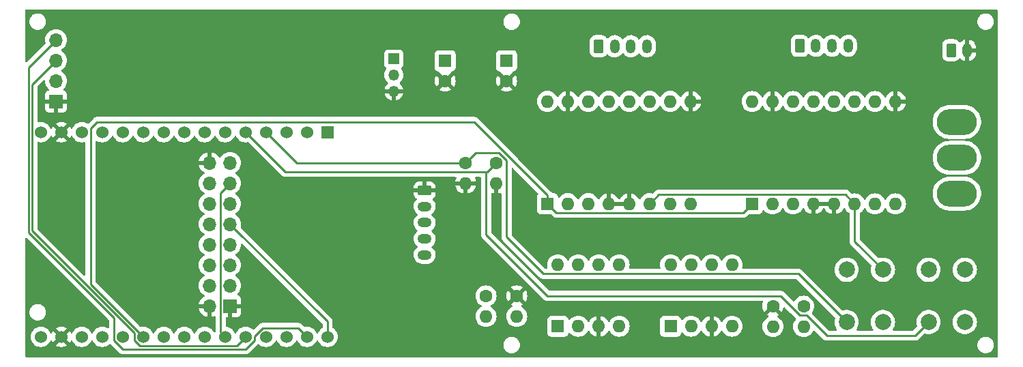
<source format=gbr>
%TF.GenerationSoftware,KiCad,Pcbnew,7.0.9*%
%TF.CreationDate,2024-02-22T23:19:38-05:00*%
%TF.ProjectId,schematics,73636865-6d61-4746-9963-732e6b696361,rev?*%
%TF.SameCoordinates,Original*%
%TF.FileFunction,Copper,L2,Bot*%
%TF.FilePolarity,Positive*%
%FSLAX46Y46*%
G04 Gerber Fmt 4.6, Leading zero omitted, Abs format (unit mm)*
G04 Created by KiCad (PCBNEW 7.0.9) date 2024-02-22 23:19:38*
%MOMM*%
%LPD*%
G01*
G04 APERTURE LIST*
G04 Aperture macros list*
%AMRoundRect*
0 Rectangle with rounded corners*
0 $1 Rounding radius*
0 $2 $3 $4 $5 $6 $7 $8 $9 X,Y pos of 4 corners*
0 Add a 4 corners polygon primitive as box body*
4,1,4,$2,$3,$4,$5,$6,$7,$8,$9,$2,$3,0*
0 Add four circle primitives for the rounded corners*
1,1,$1+$1,$2,$3*
1,1,$1+$1,$4,$5*
1,1,$1+$1,$6,$7*
1,1,$1+$1,$8,$9*
0 Add four rect primitives between the rounded corners*
20,1,$1+$1,$2,$3,$4,$5,0*
20,1,$1+$1,$4,$5,$6,$7,0*
20,1,$1+$1,$6,$7,$8,$9,0*
20,1,$1+$1,$8,$9,$2,$3,0*%
G04 Aperture macros list end*
%TA.AperFunction,ComponentPad*%
%ADD10R,1.600000X1.600000*%
%TD*%
%TA.AperFunction,ComponentPad*%
%ADD11O,1.600000X1.600000*%
%TD*%
%TA.AperFunction,ComponentPad*%
%ADD12RoundRect,0.250000X-0.350000X-0.625000X0.350000X-0.625000X0.350000X0.625000X-0.350000X0.625000X0*%
%TD*%
%TA.AperFunction,ComponentPad*%
%ADD13O,1.200000X1.750000*%
%TD*%
%TA.AperFunction,ComponentPad*%
%ADD14C,1.600000*%
%TD*%
%TA.AperFunction,ComponentPad*%
%ADD15C,2.000000*%
%TD*%
%TA.AperFunction,ComponentPad*%
%ADD16RoundRect,0.250000X-0.625000X0.350000X-0.625000X-0.350000X0.625000X-0.350000X0.625000X0.350000X0*%
%TD*%
%TA.AperFunction,ComponentPad*%
%ADD17O,1.750000X1.200000*%
%TD*%
%TA.AperFunction,ComponentPad*%
%ADD18R,1.524000X1.524000*%
%TD*%
%TA.AperFunction,ComponentPad*%
%ADD19C,1.524000*%
%TD*%
%TA.AperFunction,ComponentPad*%
%ADD20R,1.350000X1.350000*%
%TD*%
%TA.AperFunction,ComponentPad*%
%ADD21O,1.350000X1.350000*%
%TD*%
%TA.AperFunction,ComponentPad*%
%ADD22O,1.700000X1.700000*%
%TD*%
%TA.AperFunction,ComponentPad*%
%ADD23R,1.700000X1.700000*%
%TD*%
%TA.AperFunction,ComponentPad*%
%ADD24O,5.000000X3.200000*%
%TD*%
%TA.AperFunction,Conductor*%
%ADD25C,0.250000*%
%TD*%
G04 APERTURE END LIST*
D10*
%TO.P,A2,1,~{ENABLE}*%
%TO.N,Net-(A1-~{ENABLE})*%
X166370000Y-74920000D03*
D11*
%TO.P,A2,2,M0*%
%TO.N,Net-(A1-M0)*%
X168910000Y-74920000D03*
%TO.P,A2,3,M1*%
%TO.N,Net-(A1-M1)*%
X171450000Y-74920000D03*
%TO.P,A2,4,DECAY0*%
%TO.N,GND*%
X173990000Y-74920000D03*
%TO.P,A2,5,DECAY1*%
X176530000Y-74920000D03*
%TO.P,A2,6,~{SLEEP}*%
%TO.N,Net-(A1-~{SLEEP})*%
X179070000Y-74920000D03*
%TO.P,A2,7,STEP*%
%TO.N,Net-(A2-STEP)*%
X181610000Y-74920000D03*
%TO.P,A2,8,DIR*%
%TO.N,Net-(A2-DIR)*%
X184150000Y-74920000D03*
%TO.P,A2,9,GND*%
%TO.N,GND*%
X184150000Y-62220000D03*
%TO.P,A2,10,~{FAULT}*%
%TO.N,unconnected-(A2-~{FAULT}-Pad10)*%
X181610000Y-62220000D03*
%TO.P,A2,11,A1*%
%TO.N,Net-(A2-A1)*%
X179070000Y-62220000D03*
%TO.P,A2,12,A2*%
%TO.N,Net-(A2-A2)*%
X176530000Y-62220000D03*
%TO.P,A2,13,B2*%
%TO.N,Net-(A2-B2)*%
X173990000Y-62220000D03*
%TO.P,A2,14,B1*%
%TO.N,Net-(A2-B1)*%
X171450000Y-62220000D03*
%TO.P,A2,15,GND*%
%TO.N,GND*%
X168910000Y-62220000D03*
%TO.P,A2,16,VMOT*%
%TO.N,Net-(A1-VMOT)*%
X166370000Y-62220000D03*
%TD*%
D12*
%TO.P,J1,1,Pin_1*%
%TO.N,Net-(A2-B1)*%
X172720000Y-55372000D03*
D13*
%TO.P,J1,2,Pin_2*%
%TO.N,Net-(A2-B2)*%
X174720000Y-55372000D03*
%TO.P,J1,3,Pin_3*%
%TO.N,Net-(A2-A2)*%
X176720000Y-55372000D03*
%TO.P,J1,4,Pin_4*%
%TO.N,Net-(A2-A1)*%
X178720000Y-55372000D03*
%TD*%
D10*
%TO.P,C1,1*%
%TO.N,Net-(A1-VMOT)*%
X153670000Y-57190000D03*
D14*
%TO.P,C1,2*%
%TO.N,GND*%
X153670000Y-59690000D03*
%TD*%
%TO.P,R2,1*%
%TO.N,Net-(A1-~{SLEEP})*%
X198152500Y-87630000D03*
D11*
%TO.P,R2,2*%
%TO.N,Net-(R2-Pad2)*%
X198152500Y-90170000D03*
%TD*%
D14*
%TO.P,R4,1*%
%TO.N,Net-(A1-~{SLEEP})*%
X158750000Y-86360000D03*
D11*
%TO.P,R4,2*%
%TO.N,Net-(R4-Pad2)*%
X158750000Y-88900000D03*
%TD*%
D15*
%TO.P,SW10,1,1*%
%TO.N,Net-(U1-IO35)*%
X213650000Y-89610000D03*
X213650000Y-83110000D03*
%TO.P,SW10,2,2*%
%TO.N,Net-(A1-~{SLEEP})*%
X218150000Y-89610000D03*
X218150000Y-83110000D03*
%TD*%
D10*
%TO.P,SW2,1*%
%TO.N,Net-(R3-Pad2)*%
X181652500Y-90127500D03*
D11*
%TO.P,SW2,2*%
%TO.N,Net-(R2-Pad2)*%
X184192500Y-90127500D03*
%TO.P,SW2,3*%
%TO.N,GND*%
X186732500Y-90127500D03*
%TO.P,SW2,4*%
%TO.N,Net-(A1-~{SLEEP})*%
X189272500Y-90127500D03*
%TO.P,SW2,5*%
%TO.N,Net-(A1-M1)*%
X189272500Y-82507500D03*
%TO.P,SW2,6*%
X186732500Y-82507500D03*
%TO.P,SW2,7*%
X184192500Y-82507500D03*
%TO.P,SW2,8*%
X181652500Y-82507500D03*
%TD*%
D10*
%TO.P,SW1,1*%
%TO.N,Net-(R1-Pad2)*%
X167650000Y-90127500D03*
D11*
%TO.P,SW1,2*%
%TO.N,Net-(R4-Pad2)*%
X170190000Y-90127500D03*
%TO.P,SW1,3*%
%TO.N,GND*%
X172730000Y-90127500D03*
%TO.P,SW1,4*%
%TO.N,Net-(A1-~{SLEEP})*%
X175270000Y-90127500D03*
%TO.P,SW1,5*%
%TO.N,Net-(A1-M0)*%
X175270000Y-82507500D03*
%TO.P,SW1,6*%
X172730000Y-82507500D03*
%TO.P,SW1,7*%
X170190000Y-82507500D03*
%TO.P,SW1,8*%
X167650000Y-82507500D03*
%TD*%
D16*
%TO.P,J3,1,Pin_1*%
%TO.N,GND*%
X151130000Y-73280000D03*
D17*
%TO.P,J3,2,Pin_2*%
%TO.N,Net-(A1-~{SLEEP})*%
X151130000Y-75280000D03*
%TO.P,J3,3,Pin_3*%
%TO.N,Net-(J3-Pin_3)*%
X151130000Y-77280000D03*
%TO.P,J3,4,Pin_4*%
%TO.N,Net-(J3-Pin_4)*%
X151130000Y-79280000D03*
%TO.P,J3,5,Pin_5*%
%TO.N,Net-(J3-Pin_5)*%
X151130000Y-81280000D03*
%TD*%
D15*
%TO.P,SW9,1,1*%
%TO.N,Net-(U1-IO34)*%
X203490000Y-89610000D03*
X203490000Y-83110000D03*
%TO.P,SW9,2,2*%
%TO.N,Net-(A1-~{SLEEP})*%
X207990000Y-89610000D03*
X207990000Y-83110000D03*
%TD*%
D18*
%TO.P,U1,1,EN*%
%TO.N,unconnected-(U1-EN-Pad1)*%
X139090000Y-66040000D03*
D19*
%TO.P,U1,2,SENSOR_VP*%
%TO.N,unconnected-(U1-SENSOR_VP-Pad2)*%
X136550000Y-66040000D03*
%TO.P,U1,3,SENSOR_VN*%
%TO.N,unconnected-(U1-SENSOR_VN-Pad3)*%
X134010000Y-66040000D03*
%TO.P,U1,4,IO34*%
%TO.N,Net-(U1-IO34)*%
X131470000Y-66040000D03*
%TO.P,U1,5,IO35*%
%TO.N,Net-(U1-IO35)*%
X128930000Y-66040000D03*
%TO.P,U1,6,IO32*%
%TO.N,unconnected-(U1-IO32-Pad6)*%
X126390000Y-66040000D03*
%TO.P,U1,7,IO33*%
%TO.N,unconnected-(U1-IO33-Pad7)*%
X123850000Y-66040000D03*
%TO.P,U1,8,IO25*%
%TO.N,Net-(A2-DIR)*%
X121310000Y-66040000D03*
%TO.P,U1,9,IO26*%
%TO.N,Net-(A2-STEP)*%
X118770000Y-66040000D03*
%TO.P,U1,10,IO27*%
%TO.N,Net-(A1-DIR)*%
X116230000Y-66040000D03*
%TO.P,U1,11,IO14*%
%TO.N,unconnected-(U1-IO14-Pad11)*%
X113690000Y-66040000D03*
%TO.P,U1,12,IO12*%
%TO.N,unconnected-(U1-IO12-Pad12)*%
X111150000Y-66040000D03*
%TO.P,U1,13,IO13*%
%TO.N,Net-(A1-STEP)*%
X108610000Y-66040000D03*
%TO.P,U1,14,GND*%
%TO.N,GND*%
X106070000Y-66040000D03*
%TO.P,U1,15,VIN*%
%TO.N,unconnected-(U1-VIN-Pad15)*%
X103530000Y-66040000D03*
%TO.P,U1,16,3V3*%
%TO.N,Net-(A1-~{SLEEP})*%
X103530000Y-91440000D03*
%TO.P,U1,17,GND*%
%TO.N,GND*%
X106070000Y-91440000D03*
%TO.P,U1,18,IO15*%
%TO.N,unconnected-(U1-IO15-Pad18)*%
X108610000Y-91440000D03*
%TO.P,U1,19,IO2*%
%TO.N,unconnected-(U1-IO2-Pad19)*%
X111150000Y-91440000D03*
%TO.P,U1,20,IO4*%
%TO.N,Net-(J3-Pin_5)*%
X113690000Y-91440000D03*
%TO.P,U1,21,IO16*%
%TO.N,Net-(A1-~{ENABLE})*%
X116230000Y-91440000D03*
%TO.P,U1,22,IO17*%
%TO.N,unconnected-(U1-IO17-Pad22)*%
X118770000Y-91440000D03*
%TO.P,U1,23,IO5*%
%TO.N,Net-(J5-Pin_7)*%
X121310000Y-91440000D03*
%TO.P,U1,24,IO18*%
%TO.N,Net-(J5-Pin_11)*%
X123850000Y-91440000D03*
%TO.P,U1,25,IO19*%
%TO.N,Net-(J5-Pin_13)*%
X126390000Y-91440000D03*
%TO.P,U1,26,IO21*%
%TO.N,Net-(J3-Pin_3)*%
X128930000Y-91440000D03*
%TO.P,U1,27,RXD0/IO3*%
%TO.N,unconnected-(U1-RXD0{slash}IO3-Pad27)*%
X131470000Y-91440000D03*
%TO.P,U1,28,TXD0/IO1*%
%TO.N,unconnected-(U1-TXD0{slash}IO1-Pad28)*%
X134010000Y-91440000D03*
%TO.P,U1,29,IO22*%
%TO.N,Net-(J3-Pin_4)*%
X136550000Y-91440000D03*
%TO.P,U1,30,IO23*%
%TO.N,Net-(J5-Pin_10)*%
X139090000Y-91440000D03*
%TD*%
D12*
%TO.P,J2,1,Pin_1*%
%TO.N,Net-(A1-B1)*%
X197660000Y-55330000D03*
D13*
%TO.P,J2,2,Pin_2*%
%TO.N,Net-(A1-B2)*%
X199660000Y-55330000D03*
%TO.P,J2,3,Pin_3*%
%TO.N,Net-(A1-A2)*%
X201660000Y-55330000D03*
%TO.P,J2,4,Pin_4*%
%TO.N,Net-(A1-A1)*%
X203660000Y-55330000D03*
%TD*%
D10*
%TO.P,C2,1*%
%TO.N,Net-(A1-VMOT)*%
X161290000Y-57190000D03*
D14*
%TO.P,C2,2*%
%TO.N,GND*%
X161290000Y-59690000D03*
%TD*%
D20*
%TO.P,J7,1,Pin_1*%
%TO.N,Net-(A1-VMOT)*%
X147320000Y-56960000D03*
D21*
%TO.P,J7,2,Pin_2*%
%TO.N,Net-(A1-~{SLEEP})*%
X147320000Y-58960000D03*
%TO.P,J7,3,Pin_3*%
%TO.N,GND*%
X147320000Y-60960000D03*
%TD*%
D22*
%TO.P,J6,4,Pin_4*%
%TO.N,Net-(J3-Pin_4)*%
X105410000Y-54610000D03*
%TO.P,J6,3,Pin_3*%
%TO.N,Net-(J3-Pin_3)*%
X105410000Y-57150000D03*
%TO.P,J6,2,Pin_2*%
%TO.N,Net-(A1-~{SLEEP})*%
X105410000Y-59690000D03*
D23*
%TO.P,J6,1,Pin_1*%
%TO.N,GND*%
X105410000Y-62230000D03*
%TD*%
D12*
%TO.P,J4,1,Pin_1*%
%TO.N,Net-(J4-Pin_1)*%
X216440000Y-55880000D03*
D13*
%TO.P,J4,2,Pin_2*%
%TO.N,GND*%
X218440000Y-55880000D03*
%TD*%
D23*
%TO.P,J5,1,Pin_1*%
%TO.N,GND*%
X127000000Y-87630000D03*
D22*
%TO.P,J5,2,Pin_2*%
X124460000Y-87630000D03*
%TO.P,J5,3,Pin_3*%
%TO.N,Net-(A1-~{SLEEP})*%
X127000000Y-85090000D03*
%TO.P,J5,4,Pin_4*%
X124460000Y-85090000D03*
%TO.P,J5,5,Pin_5*%
%TO.N,unconnected-(J5-Pin_5-Pad5)*%
X127000000Y-82550000D03*
%TO.P,J5,6,Pin_6*%
%TO.N,unconnected-(J5-Pin_6-Pad6)*%
X124460000Y-82550000D03*
%TO.P,J5,7,Pin_7*%
%TO.N,Net-(J5-Pin_7)*%
X127000000Y-80010000D03*
%TO.P,J5,8,Pin_8*%
X124460000Y-80010000D03*
%TO.P,J5,9,Pin_9*%
%TO.N,Net-(J5-Pin_10)*%
X127000000Y-77470000D03*
%TO.P,J5,10,Pin_10*%
X124460000Y-77470000D03*
%TO.P,J5,11,Pin_11*%
%TO.N,Net-(J5-Pin_11)*%
X127000000Y-74930000D03*
%TO.P,J5,12,Pin_12*%
X124460000Y-74930000D03*
%TO.P,J5,13,Pin_13*%
%TO.N,Net-(J5-Pin_13)*%
X127000000Y-72390000D03*
%TO.P,J5,14,Pin_14*%
X124460000Y-72390000D03*
%TO.P,J5,15,Pin_15*%
%TO.N,unconnected-(J5-Pin_15-Pad15)*%
X127000000Y-69850000D03*
%TO.P,J5,16,Pin_16*%
%TO.N,GND*%
X124460000Y-69850000D03*
%TD*%
D14*
%TO.P,R1,1*%
%TO.N,GND*%
X162560000Y-86360000D03*
D11*
%TO.P,R1,2*%
%TO.N,Net-(R1-Pad2)*%
X162560000Y-88900000D03*
%TD*%
D14*
%TO.P,R3,1*%
%TO.N,GND*%
X194342500Y-87630000D03*
D11*
%TO.P,R3,2*%
%TO.N,Net-(R3-Pad2)*%
X194342500Y-90170000D03*
%TD*%
D14*
%TO.P,R9,1*%
%TO.N,Net-(U1-IO35)*%
X160020000Y-69850000D03*
D11*
%TO.P,R9,2*%
%TO.N,GND*%
X160020000Y-72390000D03*
%TD*%
D24*
%TO.P,SW3,1,A*%
%TO.N,unconnected-(SW3-A-Pad1)*%
X217170000Y-73670000D03*
%TO.P,SW3,2,B*%
%TO.N,Net-(A1-VMOT)*%
X217170000Y-69220000D03*
%TO.P,SW3,3,C*%
%TO.N,Net-(J4-Pin_1)*%
X217170000Y-64770000D03*
%TD*%
D10*
%TO.P,A1,1,~{ENABLE}*%
%TO.N,Net-(A1-~{ENABLE})*%
X191770000Y-74930000D03*
D11*
%TO.P,A1,2,M0*%
%TO.N,Net-(A1-M0)*%
X194310000Y-74930000D03*
%TO.P,A1,3,M1*%
%TO.N,Net-(A1-M1)*%
X196850000Y-74930000D03*
%TO.P,A1,4,DECAY0*%
%TO.N,GND*%
X199390000Y-74930000D03*
%TO.P,A1,5,DECAY1*%
X201930000Y-74930000D03*
%TO.P,A1,6,~{SLEEP}*%
%TO.N,Net-(A1-~{SLEEP})*%
X204470000Y-74930000D03*
%TO.P,A1,7,STEP*%
%TO.N,Net-(A1-STEP)*%
X207010000Y-74930000D03*
%TO.P,A1,8,DIR*%
%TO.N,Net-(A1-DIR)*%
X209550000Y-74930000D03*
%TO.P,A1,9,GND*%
%TO.N,GND*%
X209550000Y-62230000D03*
%TO.P,A1,10,~{FAULT}*%
%TO.N,unconnected-(A1-~{FAULT}-Pad10)*%
X207010000Y-62230000D03*
%TO.P,A1,11,A1*%
%TO.N,Net-(A1-A1)*%
X204470000Y-62230000D03*
%TO.P,A1,12,A2*%
%TO.N,Net-(A1-A2)*%
X201930000Y-62230000D03*
%TO.P,A1,13,B2*%
%TO.N,Net-(A1-B2)*%
X199390000Y-62230000D03*
%TO.P,A1,14,B1*%
%TO.N,Net-(A1-B1)*%
X196850000Y-62230000D03*
%TO.P,A1,15,GND*%
%TO.N,GND*%
X194310000Y-62230000D03*
%TO.P,A1,16,VMOT*%
%TO.N,Net-(A1-VMOT)*%
X191770000Y-62230000D03*
%TD*%
D14*
%TO.P,R10,1*%
%TO.N,Net-(U1-IO34)*%
X156210000Y-69850000D03*
D11*
%TO.P,R10,2*%
%TO.N,GND*%
X156210000Y-72390000D03*
%TD*%
D25*
%TO.N,Net-(A1-~{ENABLE})*%
X116230000Y-91440000D02*
X109697000Y-84907000D01*
X109697000Y-84907000D02*
X109697000Y-65589749D01*
X110516749Y-64770000D02*
X157270000Y-64770000D01*
X109697000Y-65589749D02*
X110516749Y-64770000D01*
X157270000Y-64770000D02*
X166370000Y-73870000D01*
X166370000Y-73870000D02*
X166370000Y-74920000D01*
%TO.N,Net-(U1-IO35)*%
X158750000Y-70975000D02*
X158750000Y-78740000D01*
X158750000Y-78740000D02*
X166370000Y-86360000D01*
X166370000Y-86360000D02*
X195291509Y-86360000D01*
X195291509Y-86360000D02*
X197686509Y-88755000D01*
X201028833Y-91295000D02*
X211965000Y-91295000D01*
X197686509Y-88755000D02*
X198488833Y-88755000D01*
X211965000Y-91295000D02*
X213650000Y-89610000D01*
X198488833Y-88755000D02*
X201028833Y-91295000D01*
%TO.N,Net-(A1-~{SLEEP})*%
X204470000Y-74930000D02*
X204470000Y-79590000D01*
X204470000Y-79590000D02*
X207990000Y-83110000D01*
X179070000Y-74920000D02*
X180195000Y-73795000D01*
X180195000Y-73795000D02*
X203335000Y-73795000D01*
X203335000Y-73795000D02*
X204470000Y-74930000D01*
%TO.N,Net-(J3-Pin_4)*%
X136550000Y-91440000D02*
X135463000Y-90353000D01*
X135463000Y-90353000D02*
X131019749Y-90353000D01*
X131019749Y-90353000D02*
X130017000Y-91355749D01*
X130017000Y-91355749D02*
X130017000Y-91890251D01*
X130017000Y-91890251D02*
X128930251Y-92977000D01*
X128930251Y-92977000D02*
X113689749Y-92977000D01*
X113689749Y-92977000D02*
X112603000Y-91890251D01*
X112603000Y-91890251D02*
X112603000Y-89086145D01*
X112603000Y-89086145D02*
X101993000Y-78476145D01*
X101993000Y-78476145D02*
X101993000Y-58027000D01*
X101993000Y-58027000D02*
X105410000Y-54610000D01*
%TO.N,Net-(J3-Pin_3)*%
X105410000Y-57150000D02*
X102443000Y-60117000D01*
X102443000Y-78289749D02*
X115143000Y-90989749D01*
X115143000Y-90989749D02*
X115143000Y-91890251D01*
X102443000Y-60117000D02*
X102443000Y-78289749D01*
X115143000Y-91890251D02*
X115779749Y-92527000D01*
X115779749Y-92527000D02*
X127843000Y-92527000D01*
X127843000Y-92527000D02*
X128930000Y-91440000D01*
%TO.N,Net-(A1-~{ENABLE})*%
X166370000Y-74920000D02*
X167495000Y-76045000D01*
X167495000Y-76045000D02*
X190655000Y-76045000D01*
X190655000Y-76045000D02*
X191770000Y-74930000D01*
%TO.N,Net-(J5-Pin_13)*%
X125825000Y-90875000D02*
X126390000Y-91440000D01*
X127000000Y-72390000D02*
X125825000Y-73565000D01*
X125825000Y-73565000D02*
X125825000Y-90875000D01*
%TO.N,Net-(J5-Pin_10)*%
X139090000Y-89560000D02*
X139090000Y-91440000D01*
X127000000Y-77470000D02*
X139090000Y-89560000D01*
%TO.N,Net-(U1-IO35)*%
X160020000Y-69850000D02*
X158895000Y-70975000D01*
X133865000Y-70975000D02*
X128930000Y-66040000D01*
X158895000Y-70975000D02*
X158750000Y-70975000D01*
X158750000Y-70975000D02*
X133865000Y-70975000D01*
%TO.N,Net-(U1-IO34)*%
X157480000Y-68580000D02*
X156210000Y-69850000D01*
X197512500Y-83632500D02*
X165861509Y-83632500D01*
X165861509Y-83632500D02*
X161290000Y-79060991D01*
X135280000Y-69850000D02*
X131470000Y-66040000D01*
X160340991Y-68580000D02*
X157480000Y-68580000D01*
X161290000Y-69529009D02*
X160340991Y-68580000D01*
X203490000Y-89610000D02*
X197512500Y-83632500D01*
X156210000Y-69850000D02*
X135280000Y-69850000D01*
X161290000Y-79060991D02*
X161290000Y-69529009D01*
%TD*%
%TA.AperFunction,Conductor*%
%TO.N,GND*%
G36*
X222192539Y-50820185D02*
G01*
X222238294Y-50872989D01*
X222249500Y-50924500D01*
X222249500Y-93855500D01*
X222229815Y-93922539D01*
X222177011Y-93968294D01*
X222125500Y-93979500D01*
X101724500Y-93979500D01*
X101657461Y-93959815D01*
X101611706Y-93907011D01*
X101600500Y-93855500D01*
X101600500Y-88391999D01*
X102094636Y-88391999D01*
X102102259Y-88469400D01*
X102102558Y-88475481D01*
X102102558Y-88492603D01*
X102102559Y-88492606D01*
X102105897Y-88509393D01*
X102106790Y-88515411D01*
X102114415Y-88592819D01*
X102136992Y-88667250D01*
X102138470Y-88673149D01*
X102141810Y-88689939D01*
X102141811Y-88689941D01*
X102141812Y-88689944D01*
X102144775Y-88697098D01*
X102148366Y-88705768D01*
X102150416Y-88711499D01*
X102172300Y-88783641D01*
X102172994Y-88785926D01*
X102209653Y-88854509D01*
X102212256Y-88860012D01*
X102218806Y-88875827D01*
X102218814Y-88875842D01*
X102228321Y-88890068D01*
X102231452Y-88895292D01*
X102268113Y-88963882D01*
X102268115Y-88963885D01*
X102317453Y-89024003D01*
X102321079Y-89028892D01*
X102330591Y-89043128D01*
X102330594Y-89043131D01*
X102342708Y-89055245D01*
X102346789Y-89059748D01*
X102396129Y-89119870D01*
X102435284Y-89152003D01*
X102456251Y-89169210D01*
X102460751Y-89173288D01*
X102472869Y-89185406D01*
X102487124Y-89194931D01*
X102491982Y-89198534D01*
X102518158Y-89220016D01*
X102552113Y-89247883D01*
X102552114Y-89247883D01*
X102552116Y-89247885D01*
X102577646Y-89261531D01*
X102620715Y-89284552D01*
X102625935Y-89287681D01*
X102630822Y-89290946D01*
X102640161Y-89297187D01*
X102640160Y-89297187D01*
X102640163Y-89297188D01*
X102640166Y-89297190D01*
X102655988Y-89303744D01*
X102661469Y-89306335D01*
X102730079Y-89343008D01*
X102804518Y-89365588D01*
X102810235Y-89367635D01*
X102826056Y-89374188D01*
X102842865Y-89377531D01*
X102848744Y-89379004D01*
X102923181Y-89401585D01*
X102923180Y-89401585D01*
X102934913Y-89402740D01*
X103000595Y-89409209D01*
X103006599Y-89410100D01*
X103023397Y-89413442D01*
X103040518Y-89413442D01*
X103046599Y-89413741D01*
X103066846Y-89415734D01*
X103124000Y-89421364D01*
X103181153Y-89415734D01*
X103201401Y-89413741D01*
X103207482Y-89413442D01*
X103224602Y-89413442D01*
X103224603Y-89413442D01*
X103241409Y-89410099D01*
X103247407Y-89409209D01*
X103324819Y-89401585D01*
X103399274Y-89378999D01*
X103405134Y-89377531D01*
X103421944Y-89374188D01*
X103437789Y-89367624D01*
X103443456Y-89365596D01*
X103517921Y-89343008D01*
X103586529Y-89306336D01*
X103591986Y-89303754D01*
X103607834Y-89297190D01*
X103622099Y-89287658D01*
X103627253Y-89284568D01*
X103695884Y-89247885D01*
X103756033Y-89198521D01*
X103760865Y-89194938D01*
X103775131Y-89185406D01*
X103787244Y-89173292D01*
X103791735Y-89169221D01*
X103851870Y-89119870D01*
X103901221Y-89059735D01*
X103905292Y-89055244D01*
X103917406Y-89043131D01*
X103926938Y-89028865D01*
X103930521Y-89024033D01*
X103979885Y-88963884D01*
X104016568Y-88895253D01*
X104019658Y-88890099D01*
X104029190Y-88875834D01*
X104035754Y-88859986D01*
X104038336Y-88854529D01*
X104069327Y-88796548D01*
X104075006Y-88785925D01*
X104075006Y-88785924D01*
X104075008Y-88785921D01*
X104097596Y-88711456D01*
X104099624Y-88705789D01*
X104106188Y-88689944D01*
X104109531Y-88673134D01*
X104110999Y-88667274D01*
X104133585Y-88592819D01*
X104141209Y-88515404D01*
X104142102Y-88509393D01*
X104145441Y-88492606D01*
X104145442Y-88492603D01*
X104146044Y-88467996D01*
X104146318Y-88463529D01*
X104153364Y-88392000D01*
X104146319Y-88320474D01*
X104146044Y-88316000D01*
X104145442Y-88291397D01*
X104142100Y-88274599D01*
X104141209Y-88268589D01*
X104133585Y-88191181D01*
X104111004Y-88116744D01*
X104109531Y-88110865D01*
X104106188Y-88094056D01*
X104099635Y-88078235D01*
X104097586Y-88072510D01*
X104097586Y-88072509D01*
X104075008Y-87998079D01*
X104038335Y-87929469D01*
X104035740Y-87923980D01*
X104029190Y-87908166D01*
X104029188Y-87908163D01*
X104029187Y-87908160D01*
X104019683Y-87893938D01*
X104016552Y-87888715D01*
X103999391Y-87856610D01*
X103979885Y-87820116D01*
X103930534Y-87759982D01*
X103926931Y-87755124D01*
X103917406Y-87740869D01*
X103905288Y-87728751D01*
X103901209Y-87724250D01*
X103851870Y-87664129D01*
X103791748Y-87614789D01*
X103787245Y-87610708D01*
X103775131Y-87598594D01*
X103775128Y-87598591D01*
X103760892Y-87589079D01*
X103756003Y-87585453D01*
X103695885Y-87536115D01*
X103695882Y-87536113D01*
X103627292Y-87499452D01*
X103622068Y-87496321D01*
X103607842Y-87486814D01*
X103607827Y-87486806D01*
X103592012Y-87480256D01*
X103586509Y-87477653D01*
X103517926Y-87440994D01*
X103517923Y-87440993D01*
X103517921Y-87440992D01*
X103470541Y-87426619D01*
X103443499Y-87418416D01*
X103437768Y-87416366D01*
X103429098Y-87412775D01*
X103421944Y-87409812D01*
X103421942Y-87409811D01*
X103421939Y-87409810D01*
X103405149Y-87406470D01*
X103399250Y-87404992D01*
X103324819Y-87382415D01*
X103247411Y-87374790D01*
X103241393Y-87373897D01*
X103230293Y-87371690D01*
X103224603Y-87370558D01*
X103224601Y-87370558D01*
X103207482Y-87370558D01*
X103201401Y-87370259D01*
X103124000Y-87362636D01*
X103046599Y-87370259D01*
X103040518Y-87370558D01*
X103023399Y-87370558D01*
X103023397Y-87370558D01*
X103017706Y-87371690D01*
X103006607Y-87373897D01*
X103000589Y-87374790D01*
X102923179Y-87382415D01*
X102923178Y-87382415D01*
X102848753Y-87404991D01*
X102842855Y-87406468D01*
X102826057Y-87409811D01*
X102826049Y-87409814D01*
X102810239Y-87416363D01*
X102804509Y-87418413D01*
X102730075Y-87440993D01*
X102661478Y-87477658D01*
X102655980Y-87480258D01*
X102640169Y-87486808D01*
X102640159Y-87486813D01*
X102625931Y-87496321D01*
X102620711Y-87499449D01*
X102552115Y-87536115D01*
X102491990Y-87585459D01*
X102487101Y-87589084D01*
X102472875Y-87598589D01*
X102472865Y-87598597D01*
X102460760Y-87610703D01*
X102456251Y-87614789D01*
X102396130Y-87664130D01*
X102346789Y-87724251D01*
X102342703Y-87728760D01*
X102330597Y-87740865D01*
X102330589Y-87740875D01*
X102321084Y-87755101D01*
X102317459Y-87759990D01*
X102268115Y-87820115D01*
X102231449Y-87888711D01*
X102228321Y-87893931D01*
X102218813Y-87908159D01*
X102218808Y-87908169D01*
X102212258Y-87923980D01*
X102209658Y-87929478D01*
X102172993Y-87998075D01*
X102150413Y-88072509D01*
X102148363Y-88078239D01*
X102141814Y-88094049D01*
X102141811Y-88094057D01*
X102138468Y-88110855D01*
X102136991Y-88116753D01*
X102114415Y-88191178D01*
X102114415Y-88191179D01*
X102106790Y-88268589D01*
X102105897Y-88274607D01*
X102102558Y-88291399D01*
X102102558Y-88308517D01*
X102102259Y-88314598D01*
X102094636Y-88391999D01*
X101600500Y-88391999D01*
X101600500Y-79267597D01*
X101620185Y-79200558D01*
X101672989Y-79154803D01*
X101742147Y-79144859D01*
X101805703Y-79173884D01*
X101812181Y-79179916D01*
X111941181Y-89308916D01*
X111974666Y-89370239D01*
X111977500Y-89396597D01*
X111977500Y-90239990D01*
X111957815Y-90307029D01*
X111905011Y-90352784D01*
X111835853Y-90362728D01*
X111788936Y-90344166D01*
X111788354Y-90345175D01*
X111783662Y-90342466D01*
X111749650Y-90326606D01*
X111583450Y-90249106D01*
X111583447Y-90249105D01*
X111583445Y-90249104D01*
X111370070Y-90191930D01*
X111370062Y-90191929D01*
X111150002Y-90172677D01*
X111149998Y-90172677D01*
X110929937Y-90191929D01*
X110929929Y-90191930D01*
X110716554Y-90249104D01*
X110716548Y-90249107D01*
X110516340Y-90342465D01*
X110516338Y-90342466D01*
X110335377Y-90469175D01*
X110179175Y-90625377D01*
X110052466Y-90806338D01*
X110052465Y-90806340D01*
X109992382Y-90935189D01*
X109946209Y-90987628D01*
X109879016Y-91006780D01*
X109812135Y-90986564D01*
X109767618Y-90935189D01*
X109747950Y-90893011D01*
X109707534Y-90806339D01*
X109611719Y-90669500D01*
X109580827Y-90625381D01*
X109503721Y-90548275D01*
X109424620Y-90469174D01*
X109424616Y-90469171D01*
X109424615Y-90469170D01*
X109243666Y-90342468D01*
X109243662Y-90342466D01*
X109209650Y-90326606D01*
X109043450Y-90249106D01*
X109043447Y-90249105D01*
X109043445Y-90249104D01*
X108830070Y-90191930D01*
X108830062Y-90191929D01*
X108610002Y-90172677D01*
X108609998Y-90172677D01*
X108389937Y-90191929D01*
X108389929Y-90191930D01*
X108176554Y-90249104D01*
X108176548Y-90249107D01*
X107976340Y-90342465D01*
X107976338Y-90342466D01*
X107795377Y-90469175D01*
X107639175Y-90625377D01*
X107512467Y-90806337D01*
X107512466Y-90806339D01*
X107512348Y-90806593D01*
X107452105Y-90935782D01*
X107405932Y-90988221D01*
X107338738Y-91007372D01*
X107271857Y-90987156D01*
X107227341Y-90935780D01*
X107167100Y-90806593D01*
X107167099Y-90806591D01*
X107121740Y-90741811D01*
X106454903Y-91408648D01*
X106454949Y-91408102D01*
X106423734Y-91284838D01*
X106354187Y-91178388D01*
X106253843Y-91100287D01*
X106133578Y-91059000D01*
X106097447Y-91059000D01*
X106768187Y-90388258D01*
X106703409Y-90342900D01*
X106703407Y-90342899D01*
X106503284Y-90249580D01*
X106503270Y-90249575D01*
X106289986Y-90192426D01*
X106289976Y-90192424D01*
X106070001Y-90173179D01*
X106069999Y-90173179D01*
X105850023Y-90192424D01*
X105850013Y-90192426D01*
X105636729Y-90249575D01*
X105636720Y-90249579D01*
X105436586Y-90342903D01*
X105371812Y-90388257D01*
X105371811Y-90388258D01*
X106042554Y-91059000D01*
X106038431Y-91059000D01*
X105944579Y-91074661D01*
X105832749Y-91135180D01*
X105746629Y-91228731D01*
X105695552Y-91345177D01*
X105689894Y-91413447D01*
X105018258Y-90741811D01*
X105018257Y-90741812D01*
X104972903Y-90806586D01*
X104912658Y-90935781D01*
X104866485Y-90988220D01*
X104799292Y-91007372D01*
X104732411Y-90987156D01*
X104687894Y-90935781D01*
X104667950Y-90893011D01*
X104627534Y-90806339D01*
X104531719Y-90669500D01*
X104500827Y-90625381D01*
X104423721Y-90548275D01*
X104344620Y-90469174D01*
X104344616Y-90469171D01*
X104344615Y-90469170D01*
X104163666Y-90342468D01*
X104163662Y-90342466D01*
X104129650Y-90326606D01*
X103963450Y-90249106D01*
X103963447Y-90249105D01*
X103963445Y-90249104D01*
X103750070Y-90191930D01*
X103750062Y-90191929D01*
X103530002Y-90172677D01*
X103529998Y-90172677D01*
X103309937Y-90191929D01*
X103309929Y-90191930D01*
X103096554Y-90249104D01*
X103096548Y-90249107D01*
X102896340Y-90342465D01*
X102896338Y-90342466D01*
X102715377Y-90469175D01*
X102559175Y-90625377D01*
X102432466Y-90806338D01*
X102432465Y-90806340D01*
X102339107Y-91006548D01*
X102339104Y-91006554D01*
X102281930Y-91219929D01*
X102281929Y-91219937D01*
X102262677Y-91439997D01*
X102262677Y-91440002D01*
X102281929Y-91660062D01*
X102281930Y-91660070D01*
X102339104Y-91873445D01*
X102339105Y-91873447D01*
X102339106Y-91873450D01*
X102392512Y-91987980D01*
X102432466Y-92073662D01*
X102432468Y-92073666D01*
X102559170Y-92254615D01*
X102559175Y-92254621D01*
X102715378Y-92410824D01*
X102715384Y-92410829D01*
X102896333Y-92537531D01*
X102896335Y-92537532D01*
X102896338Y-92537534D01*
X103096550Y-92630894D01*
X103309932Y-92688070D01*
X103467123Y-92701822D01*
X103529998Y-92707323D01*
X103530000Y-92707323D01*
X103530002Y-92707323D01*
X103585017Y-92702509D01*
X103750068Y-92688070D01*
X103963450Y-92630894D01*
X104163662Y-92537534D01*
X104344620Y-92410826D01*
X104500826Y-92254620D01*
X104627534Y-92073662D01*
X104687894Y-91944218D01*
X104734066Y-91891779D01*
X104801259Y-91872627D01*
X104868141Y-91892843D01*
X104912658Y-91944219D01*
X104972899Y-92073407D01*
X104972900Y-92073409D01*
X105018258Y-92138187D01*
X105685096Y-91471349D01*
X105685051Y-91471898D01*
X105716266Y-91595162D01*
X105785813Y-91701612D01*
X105886157Y-91779713D01*
X106006422Y-91821000D01*
X106042553Y-91821000D01*
X105371811Y-92491741D01*
X105436582Y-92537094D01*
X105436592Y-92537100D01*
X105636715Y-92630419D01*
X105636729Y-92630424D01*
X105850013Y-92687573D01*
X105850023Y-92687575D01*
X106069999Y-92706821D01*
X106070001Y-92706821D01*
X106289976Y-92687575D01*
X106289986Y-92687573D01*
X106503270Y-92630424D01*
X106503284Y-92630419D01*
X106703408Y-92537100D01*
X106703420Y-92537093D01*
X106768186Y-92491742D01*
X106768187Y-92491740D01*
X106097448Y-91821000D01*
X106101569Y-91821000D01*
X106195421Y-91805339D01*
X106307251Y-91744820D01*
X106393371Y-91651269D01*
X106444448Y-91534823D01*
X106450105Y-91466552D01*
X107121740Y-92138187D01*
X107121742Y-92138186D01*
X107167093Y-92073420D01*
X107167100Y-92073408D01*
X107227342Y-91944219D01*
X107273514Y-91891779D01*
X107340707Y-91872627D01*
X107407588Y-91892842D01*
X107452106Y-91944219D01*
X107512464Y-92073658D01*
X107512468Y-92073666D01*
X107639170Y-92254615D01*
X107639175Y-92254621D01*
X107795378Y-92410824D01*
X107795384Y-92410829D01*
X107976333Y-92537531D01*
X107976335Y-92537532D01*
X107976338Y-92537534D01*
X108176550Y-92630894D01*
X108389932Y-92688070D01*
X108547123Y-92701822D01*
X108609998Y-92707323D01*
X108610000Y-92707323D01*
X108610002Y-92707323D01*
X108665017Y-92702509D01*
X108830068Y-92688070D01*
X109043450Y-92630894D01*
X109243662Y-92537534D01*
X109424620Y-92410826D01*
X109580826Y-92254620D01*
X109707534Y-92073662D01*
X109767618Y-91944811D01*
X109813790Y-91892371D01*
X109880983Y-91873219D01*
X109947865Y-91893435D01*
X109992382Y-91944811D01*
X110052464Y-92073658D01*
X110052468Y-92073666D01*
X110179170Y-92254615D01*
X110179175Y-92254621D01*
X110335378Y-92410824D01*
X110335384Y-92410829D01*
X110516333Y-92537531D01*
X110516335Y-92537532D01*
X110516338Y-92537534D01*
X110716550Y-92630894D01*
X110929932Y-92688070D01*
X111087123Y-92701822D01*
X111149998Y-92707323D01*
X111150000Y-92707323D01*
X111150002Y-92707323D01*
X111205017Y-92702509D01*
X111370068Y-92688070D01*
X111583450Y-92630894D01*
X111783662Y-92537534D01*
X111964620Y-92410826D01*
X112014121Y-92361324D01*
X112075443Y-92327839D01*
X112145134Y-92332823D01*
X112189483Y-92361324D01*
X113188946Y-93360788D01*
X113198771Y-93373051D01*
X113198992Y-93372869D01*
X113203963Y-93378878D01*
X113224792Y-93398437D01*
X113254384Y-93426226D01*
X113275278Y-93447120D01*
X113280760Y-93451373D01*
X113285192Y-93455157D01*
X113319167Y-93487062D01*
X113336725Y-93496714D01*
X113352984Y-93507395D01*
X113368813Y-93519673D01*
X113411587Y-93538182D01*
X113416805Y-93540738D01*
X113457657Y-93563197D01*
X113477065Y-93568180D01*
X113495466Y-93574480D01*
X113513853Y-93582437D01*
X113557237Y-93589308D01*
X113559868Y-93589725D01*
X113565588Y-93590909D01*
X113610730Y-93602500D01*
X113630765Y-93602500D01*
X113650163Y-93604026D01*
X113669943Y-93607159D01*
X113669944Y-93607160D01*
X113669944Y-93607159D01*
X113669945Y-93607160D01*
X113716333Y-93602775D01*
X113722171Y-93602500D01*
X128847508Y-93602500D01*
X128863128Y-93604224D01*
X128863155Y-93603939D01*
X128870911Y-93604671D01*
X128870918Y-93604673D01*
X128940065Y-93602500D01*
X128969601Y-93602500D01*
X128976479Y-93601630D01*
X128982292Y-93601172D01*
X129028878Y-93599709D01*
X129048120Y-93594117D01*
X129067163Y-93590174D01*
X129087043Y-93587664D01*
X129130373Y-93570507D01*
X129135897Y-93568617D01*
X129139647Y-93567527D01*
X129180641Y-93555618D01*
X129197880Y-93545422D01*
X129215354Y-93536862D01*
X129233978Y-93529488D01*
X129233978Y-93529487D01*
X129233983Y-93529486D01*
X129271700Y-93502082D01*
X129276556Y-93498892D01*
X129316671Y-93475170D01*
X129330840Y-93460999D01*
X129345630Y-93448368D01*
X129361838Y-93436594D01*
X129391550Y-93400676D01*
X129395463Y-93396376D01*
X130400787Y-92391053D01*
X130413042Y-92381237D01*
X130412859Y-92381015D01*
X130418872Y-92376039D01*
X130418877Y-92376037D01*
X130428971Y-92365286D01*
X130489211Y-92329893D01*
X130559025Y-92332685D01*
X130607044Y-92362490D01*
X130655378Y-92410824D01*
X130655384Y-92410829D01*
X130836333Y-92537531D01*
X130836335Y-92537532D01*
X130836338Y-92537534D01*
X131036550Y-92630894D01*
X131249932Y-92688070D01*
X131407123Y-92701822D01*
X131469998Y-92707323D01*
X131470000Y-92707323D01*
X131470002Y-92707323D01*
X131525017Y-92702509D01*
X131690068Y-92688070D01*
X131903450Y-92630894D01*
X132103662Y-92537534D01*
X132284620Y-92410826D01*
X132440826Y-92254620D01*
X132567534Y-92073662D01*
X132627618Y-91944811D01*
X132673790Y-91892371D01*
X132740983Y-91873219D01*
X132807865Y-91893435D01*
X132852382Y-91944811D01*
X132912464Y-92073658D01*
X132912468Y-92073666D01*
X133039170Y-92254615D01*
X133039175Y-92254621D01*
X133195378Y-92410824D01*
X133195384Y-92410829D01*
X133376333Y-92537531D01*
X133376335Y-92537532D01*
X133376338Y-92537534D01*
X133576550Y-92630894D01*
X133789932Y-92688070D01*
X133947123Y-92701822D01*
X134009998Y-92707323D01*
X134010000Y-92707323D01*
X134010002Y-92707323D01*
X134065017Y-92702509D01*
X134230068Y-92688070D01*
X134443450Y-92630894D01*
X134643662Y-92537534D01*
X134824620Y-92410826D01*
X134980826Y-92254620D01*
X135107534Y-92073662D01*
X135167618Y-91944811D01*
X135213790Y-91892371D01*
X135280983Y-91873219D01*
X135347865Y-91893435D01*
X135392382Y-91944811D01*
X135452464Y-92073658D01*
X135452468Y-92073666D01*
X135579170Y-92254615D01*
X135579175Y-92254621D01*
X135735378Y-92410824D01*
X135735384Y-92410829D01*
X135916333Y-92537531D01*
X135916335Y-92537532D01*
X135916338Y-92537534D01*
X136116550Y-92630894D01*
X136329932Y-92688070D01*
X136487123Y-92701822D01*
X136549998Y-92707323D01*
X136550000Y-92707323D01*
X136550002Y-92707323D01*
X136605017Y-92702509D01*
X136770068Y-92688070D01*
X136983450Y-92630894D01*
X137183662Y-92537534D01*
X137364620Y-92410826D01*
X137520826Y-92254620D01*
X137647534Y-92073662D01*
X137707618Y-91944811D01*
X137753790Y-91892371D01*
X137820983Y-91873219D01*
X137887865Y-91893435D01*
X137932382Y-91944811D01*
X137992464Y-92073658D01*
X137992468Y-92073666D01*
X138119170Y-92254615D01*
X138119175Y-92254621D01*
X138275378Y-92410824D01*
X138275384Y-92410829D01*
X138456333Y-92537531D01*
X138456335Y-92537532D01*
X138456338Y-92537534D01*
X138656550Y-92630894D01*
X138869932Y-92688070D01*
X139027123Y-92701822D01*
X139089998Y-92707323D01*
X139090000Y-92707323D01*
X139090002Y-92707323D01*
X139145017Y-92702509D01*
X139310068Y-92688070D01*
X139523450Y-92630894D01*
X139723662Y-92537534D01*
X139840106Y-92455999D01*
X160895636Y-92455999D01*
X160903259Y-92533400D01*
X160903558Y-92539481D01*
X160903558Y-92556603D01*
X160903559Y-92556606D01*
X160906897Y-92573393D01*
X160907790Y-92579411D01*
X160915415Y-92656819D01*
X160937992Y-92731250D01*
X160939470Y-92737149D01*
X160942810Y-92753939D01*
X160942811Y-92753941D01*
X160942812Y-92753944D01*
X160945775Y-92761098D01*
X160949366Y-92769768D01*
X160951416Y-92775499D01*
X160973300Y-92847641D01*
X160973994Y-92849926D01*
X161010653Y-92918509D01*
X161013256Y-92924012D01*
X161019806Y-92939827D01*
X161019814Y-92939842D01*
X161029321Y-92954068D01*
X161032452Y-92959292D01*
X161069113Y-93027882D01*
X161069115Y-93027885D01*
X161118453Y-93088003D01*
X161122079Y-93092892D01*
X161131591Y-93107128D01*
X161131594Y-93107131D01*
X161143708Y-93119245D01*
X161147789Y-93123748D01*
X161197129Y-93183870D01*
X161236284Y-93216003D01*
X161257251Y-93233210D01*
X161261751Y-93237288D01*
X161273869Y-93249406D01*
X161288124Y-93258931D01*
X161292982Y-93262534D01*
X161333002Y-93295378D01*
X161353113Y-93311883D01*
X161353114Y-93311883D01*
X161353116Y-93311885D01*
X161402910Y-93338500D01*
X161421715Y-93348552D01*
X161426938Y-93351683D01*
X161441161Y-93361187D01*
X161441160Y-93361187D01*
X161441163Y-93361188D01*
X161441166Y-93361190D01*
X161456988Y-93367744D01*
X161462469Y-93370335D01*
X161531079Y-93407008D01*
X161605518Y-93429588D01*
X161611235Y-93431635D01*
X161627056Y-93438188D01*
X161643865Y-93441531D01*
X161649744Y-93443004D01*
X161724181Y-93465585D01*
X161724180Y-93465585D01*
X161735913Y-93466740D01*
X161801595Y-93473209D01*
X161807599Y-93474100D01*
X161824397Y-93477442D01*
X161841518Y-93477442D01*
X161847599Y-93477741D01*
X161867846Y-93479734D01*
X161925000Y-93485364D01*
X161982153Y-93479734D01*
X162002401Y-93477741D01*
X162008482Y-93477442D01*
X162025602Y-93477442D01*
X162025603Y-93477442D01*
X162042409Y-93474099D01*
X162048407Y-93473209D01*
X162125819Y-93465585D01*
X162200274Y-93442999D01*
X162206134Y-93441531D01*
X162222944Y-93438188D01*
X162238789Y-93431624D01*
X162244456Y-93429596D01*
X162318921Y-93407008D01*
X162387529Y-93370336D01*
X162392986Y-93367754D01*
X162408834Y-93361190D01*
X162423099Y-93351658D01*
X162428253Y-93348568D01*
X162496884Y-93311885D01*
X162557033Y-93262521D01*
X162561865Y-93258938D01*
X162576131Y-93249406D01*
X162588244Y-93237292D01*
X162592735Y-93233221D01*
X162652870Y-93183870D01*
X162702221Y-93123735D01*
X162706292Y-93119244D01*
X162718406Y-93107131D01*
X162727938Y-93092865D01*
X162731521Y-93088033D01*
X162780885Y-93027884D01*
X162817568Y-92959253D01*
X162820658Y-92954099D01*
X162830190Y-92939834D01*
X162836754Y-92923986D01*
X162839336Y-92918529D01*
X162876008Y-92849921D01*
X162898596Y-92775456D01*
X162900624Y-92769789D01*
X162907188Y-92753944D01*
X162910531Y-92737134D01*
X162911999Y-92731274D01*
X162934585Y-92656819D01*
X162942209Y-92579404D01*
X162943102Y-92573393D01*
X162946441Y-92556606D01*
X162946442Y-92556603D01*
X162947044Y-92531996D01*
X162947318Y-92527529D01*
X162954364Y-92456000D01*
X162954364Y-92455999D01*
X219696636Y-92455999D01*
X219704259Y-92533400D01*
X219704558Y-92539481D01*
X219704558Y-92556603D01*
X219704559Y-92556606D01*
X219707897Y-92573393D01*
X219708790Y-92579411D01*
X219716415Y-92656819D01*
X219738992Y-92731250D01*
X219740470Y-92737149D01*
X219743810Y-92753939D01*
X219743811Y-92753941D01*
X219743812Y-92753944D01*
X219746775Y-92761098D01*
X219750366Y-92769768D01*
X219752416Y-92775499D01*
X219774300Y-92847641D01*
X219774994Y-92849926D01*
X219811653Y-92918509D01*
X219814256Y-92924012D01*
X219820806Y-92939827D01*
X219820814Y-92939842D01*
X219830321Y-92954068D01*
X219833452Y-92959292D01*
X219870113Y-93027882D01*
X219870115Y-93027885D01*
X219919453Y-93088003D01*
X219923079Y-93092892D01*
X219932591Y-93107128D01*
X219932594Y-93107131D01*
X219944708Y-93119245D01*
X219948789Y-93123748D01*
X219998129Y-93183870D01*
X220037284Y-93216003D01*
X220058251Y-93233210D01*
X220062751Y-93237288D01*
X220074869Y-93249406D01*
X220089124Y-93258931D01*
X220093982Y-93262534D01*
X220134002Y-93295378D01*
X220154113Y-93311883D01*
X220154114Y-93311883D01*
X220154116Y-93311885D01*
X220203910Y-93338500D01*
X220222715Y-93348552D01*
X220227938Y-93351683D01*
X220242161Y-93361187D01*
X220242160Y-93361187D01*
X220242163Y-93361188D01*
X220242166Y-93361190D01*
X220257988Y-93367744D01*
X220263469Y-93370335D01*
X220332079Y-93407008D01*
X220406518Y-93429588D01*
X220412235Y-93431635D01*
X220428056Y-93438188D01*
X220444865Y-93441531D01*
X220450744Y-93443004D01*
X220525181Y-93465585D01*
X220525180Y-93465585D01*
X220536913Y-93466740D01*
X220602595Y-93473209D01*
X220608599Y-93474100D01*
X220625397Y-93477442D01*
X220642518Y-93477442D01*
X220648599Y-93477741D01*
X220668846Y-93479734D01*
X220726000Y-93485364D01*
X220783153Y-93479734D01*
X220803401Y-93477741D01*
X220809482Y-93477442D01*
X220826602Y-93477442D01*
X220826603Y-93477442D01*
X220843409Y-93474099D01*
X220849407Y-93473209D01*
X220926819Y-93465585D01*
X221001274Y-93442999D01*
X221007134Y-93441531D01*
X221023944Y-93438188D01*
X221039789Y-93431624D01*
X221045456Y-93429596D01*
X221119921Y-93407008D01*
X221188529Y-93370336D01*
X221193986Y-93367754D01*
X221209834Y-93361190D01*
X221224099Y-93351658D01*
X221229253Y-93348568D01*
X221297884Y-93311885D01*
X221358033Y-93262521D01*
X221362865Y-93258938D01*
X221377131Y-93249406D01*
X221389244Y-93237292D01*
X221393735Y-93233221D01*
X221453870Y-93183870D01*
X221503221Y-93123735D01*
X221507292Y-93119244D01*
X221519406Y-93107131D01*
X221528938Y-93092865D01*
X221532521Y-93088033D01*
X221581885Y-93027884D01*
X221618568Y-92959253D01*
X221621658Y-92954099D01*
X221631190Y-92939834D01*
X221637754Y-92923986D01*
X221640336Y-92918529D01*
X221677008Y-92849921D01*
X221699596Y-92775456D01*
X221701624Y-92769789D01*
X221708188Y-92753944D01*
X221711531Y-92737134D01*
X221712999Y-92731274D01*
X221735585Y-92656819D01*
X221743209Y-92579404D01*
X221744102Y-92573393D01*
X221747441Y-92556606D01*
X221747442Y-92556603D01*
X221748044Y-92531996D01*
X221748318Y-92527529D01*
X221755364Y-92456000D01*
X221748319Y-92384474D01*
X221748044Y-92380000D01*
X221747442Y-92355397D01*
X221744100Y-92338599D01*
X221743209Y-92332589D01*
X221735585Y-92255181D01*
X221713004Y-92180744D01*
X221711531Y-92174865D01*
X221708188Y-92158056D01*
X221701635Y-92142235D01*
X221699586Y-92136510D01*
X221699586Y-92136509D01*
X221677008Y-92062079D01*
X221640335Y-91993469D01*
X221637740Y-91987980D01*
X221631190Y-91972166D01*
X221631188Y-91972163D01*
X221631187Y-91972160D01*
X221621683Y-91957938D01*
X221618552Y-91952715D01*
X221602494Y-91922673D01*
X221581885Y-91884116D01*
X221579489Y-91881197D01*
X221560824Y-91858453D01*
X221532534Y-91823982D01*
X221528931Y-91819124D01*
X221519406Y-91804869D01*
X221507288Y-91792751D01*
X221503209Y-91788250D01*
X221489959Y-91772105D01*
X221484223Y-91765115D01*
X221453870Y-91728129D01*
X221393748Y-91678789D01*
X221389245Y-91674708D01*
X221377131Y-91662594D01*
X221377128Y-91662591D01*
X221362892Y-91653079D01*
X221358003Y-91649453D01*
X221297885Y-91600115D01*
X221297882Y-91600113D01*
X221229292Y-91563452D01*
X221224068Y-91560321D01*
X221209842Y-91550814D01*
X221209827Y-91550806D01*
X221194012Y-91544256D01*
X221188509Y-91541653D01*
X221119926Y-91504994D01*
X221119923Y-91504993D01*
X221119921Y-91504992D01*
X221072541Y-91490619D01*
X221045499Y-91482416D01*
X221039768Y-91480366D01*
X221027942Y-91475468D01*
X221023944Y-91473812D01*
X221023942Y-91473811D01*
X221023939Y-91473810D01*
X221007149Y-91470470D01*
X221001250Y-91468992D01*
X220926819Y-91446415D01*
X220849411Y-91438790D01*
X220843393Y-91437897D01*
X220832293Y-91435690D01*
X220826603Y-91434558D01*
X220826601Y-91434558D01*
X220809482Y-91434558D01*
X220803401Y-91434259D01*
X220726000Y-91426636D01*
X220648599Y-91434259D01*
X220642518Y-91434558D01*
X220625399Y-91434558D01*
X220625397Y-91434558D01*
X220619706Y-91435690D01*
X220608607Y-91437897D01*
X220602589Y-91438790D01*
X220525179Y-91446415D01*
X220525178Y-91446415D01*
X220450753Y-91468991D01*
X220444855Y-91470468D01*
X220428057Y-91473811D01*
X220428049Y-91473814D01*
X220412239Y-91480363D01*
X220406509Y-91482413D01*
X220332075Y-91504993D01*
X220263478Y-91541658D01*
X220257980Y-91544258D01*
X220242169Y-91550808D01*
X220242159Y-91550813D01*
X220227931Y-91560321D01*
X220222711Y-91563449D01*
X220154115Y-91600115D01*
X220093990Y-91649459D01*
X220089101Y-91653084D01*
X220074875Y-91662589D01*
X220074865Y-91662597D01*
X220062760Y-91674703D01*
X220058251Y-91678789D01*
X219998130Y-91728130D01*
X219948789Y-91788251D01*
X219944703Y-91792760D01*
X219932597Y-91804865D01*
X219932589Y-91804875D01*
X219923084Y-91819101D01*
X219919459Y-91823990D01*
X219870115Y-91884115D01*
X219833449Y-91952711D01*
X219830321Y-91957931D01*
X219820813Y-91972159D01*
X219820808Y-91972169D01*
X219814258Y-91987980D01*
X219811658Y-91993478D01*
X219774993Y-92062075D01*
X219752413Y-92136509D01*
X219750363Y-92142239D01*
X219743814Y-92158049D01*
X219743811Y-92158057D01*
X219740468Y-92174855D01*
X219738991Y-92180753D01*
X219716415Y-92255178D01*
X219716415Y-92255179D01*
X219708790Y-92332589D01*
X219707897Y-92338607D01*
X219704558Y-92355399D01*
X219704558Y-92372517D01*
X219704259Y-92378598D01*
X219696636Y-92455999D01*
X162954364Y-92455999D01*
X162947319Y-92384474D01*
X162947044Y-92380000D01*
X162946442Y-92355397D01*
X162943100Y-92338599D01*
X162942209Y-92332589D01*
X162934585Y-92255181D01*
X162912004Y-92180744D01*
X162910531Y-92174865D01*
X162907188Y-92158056D01*
X162900635Y-92142235D01*
X162898586Y-92136510D01*
X162898586Y-92136509D01*
X162876008Y-92062079D01*
X162839335Y-91993469D01*
X162836740Y-91987980D01*
X162830190Y-91972166D01*
X162830188Y-91972163D01*
X162830187Y-91972160D01*
X162820683Y-91957938D01*
X162817552Y-91952715D01*
X162801494Y-91922673D01*
X162780885Y-91884116D01*
X162778489Y-91881197D01*
X162759824Y-91858453D01*
X162731534Y-91823982D01*
X162727931Y-91819124D01*
X162718406Y-91804869D01*
X162706288Y-91792751D01*
X162702209Y-91788250D01*
X162688959Y-91772105D01*
X162683223Y-91765115D01*
X162652870Y-91728129D01*
X162592748Y-91678789D01*
X162588245Y-91674708D01*
X162576131Y-91662594D01*
X162576128Y-91662591D01*
X162561892Y-91653079D01*
X162557003Y-91649453D01*
X162496885Y-91600115D01*
X162496882Y-91600113D01*
X162428292Y-91563452D01*
X162423068Y-91560321D01*
X162408842Y-91550814D01*
X162408827Y-91550806D01*
X162393012Y-91544256D01*
X162387509Y-91541653D01*
X162318926Y-91504994D01*
X162318923Y-91504993D01*
X162318921Y-91504992D01*
X162271541Y-91490619D01*
X162244499Y-91482416D01*
X162238768Y-91480366D01*
X162226942Y-91475468D01*
X162222944Y-91473812D01*
X162222942Y-91473811D01*
X162222939Y-91473810D01*
X162206149Y-91470470D01*
X162200250Y-91468992D01*
X162125819Y-91446415D01*
X162048411Y-91438790D01*
X162042393Y-91437897D01*
X162031293Y-91435690D01*
X162025603Y-91434558D01*
X162025601Y-91434558D01*
X162008482Y-91434558D01*
X162002401Y-91434259D01*
X161925000Y-91426636D01*
X161847599Y-91434259D01*
X161841518Y-91434558D01*
X161824399Y-91434558D01*
X161824397Y-91434558D01*
X161818706Y-91435690D01*
X161807607Y-91437897D01*
X161801589Y-91438790D01*
X161724179Y-91446415D01*
X161724178Y-91446415D01*
X161649753Y-91468991D01*
X161643855Y-91470468D01*
X161627057Y-91473811D01*
X161627049Y-91473814D01*
X161611239Y-91480363D01*
X161605509Y-91482413D01*
X161531075Y-91504993D01*
X161462478Y-91541658D01*
X161456980Y-91544258D01*
X161441169Y-91550808D01*
X161441159Y-91550813D01*
X161426931Y-91560321D01*
X161421711Y-91563449D01*
X161353115Y-91600115D01*
X161292990Y-91649459D01*
X161288101Y-91653084D01*
X161273875Y-91662589D01*
X161273865Y-91662597D01*
X161261760Y-91674703D01*
X161257251Y-91678789D01*
X161197130Y-91728130D01*
X161147789Y-91788251D01*
X161143703Y-91792760D01*
X161131597Y-91804865D01*
X161131589Y-91804875D01*
X161122084Y-91819101D01*
X161118459Y-91823990D01*
X161069115Y-91884115D01*
X161032449Y-91952711D01*
X161029321Y-91957931D01*
X161019813Y-91972159D01*
X161019808Y-91972169D01*
X161013258Y-91987980D01*
X161010658Y-91993478D01*
X160973993Y-92062075D01*
X160951413Y-92136509D01*
X160949363Y-92142239D01*
X160942814Y-92158049D01*
X160942811Y-92158057D01*
X160939468Y-92174855D01*
X160937991Y-92180753D01*
X160915415Y-92255178D01*
X160915415Y-92255179D01*
X160907790Y-92332589D01*
X160906897Y-92338607D01*
X160903558Y-92355399D01*
X160903558Y-92372517D01*
X160903259Y-92378598D01*
X160895636Y-92455999D01*
X139840106Y-92455999D01*
X139904620Y-92410826D01*
X140060826Y-92254620D01*
X140187534Y-92073662D01*
X140280894Y-91873450D01*
X140338070Y-91660068D01*
X140354657Y-91470470D01*
X140357323Y-91440002D01*
X140357323Y-91439997D01*
X140349027Y-91345177D01*
X140338070Y-91219932D01*
X140280894Y-91006550D01*
X140266355Y-90975370D01*
X166349500Y-90975370D01*
X166349501Y-90975376D01*
X166355908Y-91034983D01*
X166406202Y-91169828D01*
X166406206Y-91169835D01*
X166492452Y-91285044D01*
X166492455Y-91285047D01*
X166607664Y-91371293D01*
X166607671Y-91371297D01*
X166742517Y-91421591D01*
X166742516Y-91421591D01*
X166749444Y-91422335D01*
X166802127Y-91428000D01*
X168497872Y-91427999D01*
X168557483Y-91421591D01*
X168692331Y-91371296D01*
X168807546Y-91285046D01*
X168893796Y-91169831D01*
X168944091Y-91034983D01*
X168947862Y-90999901D01*
X168974599Y-90935355D01*
X169031990Y-90895506D01*
X169101816Y-90893011D01*
X169161905Y-90928663D01*
X169172726Y-90942036D01*
X169189956Y-90966643D01*
X169350858Y-91127545D01*
X169350861Y-91127547D01*
X169537266Y-91258068D01*
X169743504Y-91354239D01*
X169963308Y-91413135D01*
X170117625Y-91426636D01*
X170189998Y-91432968D01*
X170190000Y-91432968D01*
X170190002Y-91432968D01*
X170246807Y-91427998D01*
X170416692Y-91413135D01*
X170636496Y-91354239D01*
X170842734Y-91258068D01*
X171029139Y-91127547D01*
X171190047Y-90966639D01*
X171320568Y-90780234D01*
X171347895Y-90721629D01*
X171394064Y-90669195D01*
X171461257Y-90650042D01*
X171528139Y-90670257D01*
X171572657Y-90721633D01*
X171599865Y-90779982D01*
X171730342Y-90966320D01*
X171891179Y-91127157D01*
X172077517Y-91257634D01*
X172283673Y-91353765D01*
X172283682Y-91353769D01*
X172479999Y-91406372D01*
X172480000Y-91406371D01*
X172480000Y-90443186D01*
X172491955Y-90455141D01*
X172604852Y-90512665D01*
X172698519Y-90527500D01*
X172761481Y-90527500D01*
X172855148Y-90512665D01*
X172968045Y-90455141D01*
X172980000Y-90443186D01*
X172980000Y-91406372D01*
X173176317Y-91353769D01*
X173176326Y-91353765D01*
X173382482Y-91257634D01*
X173568820Y-91127157D01*
X173729657Y-90966320D01*
X173860132Y-90779984D01*
X173887341Y-90721634D01*
X173933513Y-90669195D01*
X174000707Y-90650042D01*
X174067588Y-90670257D01*
X174112105Y-90721632D01*
X174134088Y-90768775D01*
X174139431Y-90780232D01*
X174139432Y-90780234D01*
X174269954Y-90966641D01*
X174430858Y-91127545D01*
X174430861Y-91127547D01*
X174617266Y-91258068D01*
X174823504Y-91354239D01*
X175043308Y-91413135D01*
X175197625Y-91426636D01*
X175269998Y-91432968D01*
X175270000Y-91432968D01*
X175270002Y-91432968D01*
X175326807Y-91427998D01*
X175496692Y-91413135D01*
X175716496Y-91354239D01*
X175922734Y-91258068D01*
X176109139Y-91127547D01*
X176261316Y-90975370D01*
X180352000Y-90975370D01*
X180352001Y-90975376D01*
X180358408Y-91034983D01*
X180408702Y-91169828D01*
X180408706Y-91169835D01*
X180494952Y-91285044D01*
X180494955Y-91285047D01*
X180610164Y-91371293D01*
X180610171Y-91371297D01*
X180745017Y-91421591D01*
X180745016Y-91421591D01*
X180751944Y-91422335D01*
X180804627Y-91428000D01*
X182500372Y-91427999D01*
X182559983Y-91421591D01*
X182694831Y-91371296D01*
X182810046Y-91285046D01*
X182896296Y-91169831D01*
X182946591Y-91034983D01*
X182950362Y-90999901D01*
X182977099Y-90935355D01*
X183034490Y-90895506D01*
X183104316Y-90893011D01*
X183164405Y-90928663D01*
X183175226Y-90942036D01*
X183192456Y-90966643D01*
X183353358Y-91127545D01*
X183353361Y-91127547D01*
X183539766Y-91258068D01*
X183746004Y-91354239D01*
X183965808Y-91413135D01*
X184120125Y-91426636D01*
X184192498Y-91432968D01*
X184192500Y-91432968D01*
X184192502Y-91432968D01*
X184249307Y-91427998D01*
X184419192Y-91413135D01*
X184638996Y-91354239D01*
X184845234Y-91258068D01*
X185031639Y-91127547D01*
X185192547Y-90966639D01*
X185323068Y-90780234D01*
X185350395Y-90721629D01*
X185396564Y-90669195D01*
X185463757Y-90650042D01*
X185530639Y-90670257D01*
X185575157Y-90721633D01*
X185602365Y-90779982D01*
X185732842Y-90966320D01*
X185893679Y-91127157D01*
X186080017Y-91257634D01*
X186286173Y-91353765D01*
X186286182Y-91353769D01*
X186482499Y-91406372D01*
X186482500Y-91406371D01*
X186482500Y-90443186D01*
X186494455Y-90455141D01*
X186607352Y-90512665D01*
X186701019Y-90527500D01*
X186763981Y-90527500D01*
X186857648Y-90512665D01*
X186970545Y-90455141D01*
X186982500Y-90443186D01*
X186982500Y-91406372D01*
X187178817Y-91353769D01*
X187178826Y-91353765D01*
X187384982Y-91257634D01*
X187571320Y-91127157D01*
X187732157Y-90966320D01*
X187862632Y-90779984D01*
X187889841Y-90721634D01*
X187936013Y-90669195D01*
X188003207Y-90650042D01*
X188070088Y-90670257D01*
X188114605Y-90721632D01*
X188136588Y-90768775D01*
X188141931Y-90780232D01*
X188141932Y-90780234D01*
X188272454Y-90966641D01*
X188433358Y-91127545D01*
X188433361Y-91127547D01*
X188619766Y-91258068D01*
X188826004Y-91354239D01*
X189045808Y-91413135D01*
X189200125Y-91426636D01*
X189272498Y-91432968D01*
X189272500Y-91432968D01*
X189272502Y-91432968D01*
X189329307Y-91427998D01*
X189499192Y-91413135D01*
X189718996Y-91354239D01*
X189925234Y-91258068D01*
X190111639Y-91127547D01*
X190272547Y-90966639D01*
X190403068Y-90780234D01*
X190499239Y-90573996D01*
X190558135Y-90354192D01*
X190577968Y-90127500D01*
X190577901Y-90126739D01*
X190572301Y-90062730D01*
X190558135Y-89900808D01*
X190499239Y-89681004D01*
X190403068Y-89474766D01*
X190272547Y-89288361D01*
X190272545Y-89288358D01*
X190111641Y-89127454D01*
X189925234Y-88996932D01*
X189925232Y-88996931D01*
X189718997Y-88900761D01*
X189718988Y-88900758D01*
X189499197Y-88841866D01*
X189499193Y-88841865D01*
X189499192Y-88841865D01*
X189499191Y-88841864D01*
X189499186Y-88841864D01*
X189272502Y-88822032D01*
X189272498Y-88822032D01*
X189045813Y-88841864D01*
X189045802Y-88841866D01*
X188826011Y-88900758D01*
X188826002Y-88900761D01*
X188619767Y-88996931D01*
X188619765Y-88996932D01*
X188433358Y-89127454D01*
X188272454Y-89288358D01*
X188141933Y-89474764D01*
X188141932Y-89474766D01*
X188122114Y-89517267D01*
X188114606Y-89533367D01*
X188068433Y-89585806D01*
X188001239Y-89604957D01*
X187934358Y-89584741D01*
X187889842Y-89533365D01*
X187862635Y-89475020D01*
X187862634Y-89475018D01*
X187732157Y-89288679D01*
X187571320Y-89127842D01*
X187384982Y-88997365D01*
X187178828Y-88901234D01*
X186982500Y-88848627D01*
X186982500Y-89811814D01*
X186970545Y-89799859D01*
X186857648Y-89742335D01*
X186763981Y-89727500D01*
X186701019Y-89727500D01*
X186607352Y-89742335D01*
X186494455Y-89799859D01*
X186482500Y-89811814D01*
X186482500Y-88848627D01*
X186286171Y-88901234D01*
X186080017Y-88997365D01*
X185893679Y-89127842D01*
X185732842Y-89288679D01*
X185602367Y-89475015D01*
X185575157Y-89533367D01*
X185528984Y-89585806D01*
X185461790Y-89604957D01*
X185394909Y-89584741D01*
X185350393Y-89533365D01*
X185342886Y-89517267D01*
X185323068Y-89474766D01*
X185192547Y-89288361D01*
X185192545Y-89288358D01*
X185031641Y-89127454D01*
X184845234Y-88996932D01*
X184845232Y-88996931D01*
X184638997Y-88900761D01*
X184638988Y-88900758D01*
X184419197Y-88841866D01*
X184419193Y-88841865D01*
X184419192Y-88841865D01*
X184419191Y-88841864D01*
X184419186Y-88841864D01*
X184192502Y-88822032D01*
X184192498Y-88822032D01*
X183965813Y-88841864D01*
X183965802Y-88841866D01*
X183746011Y-88900758D01*
X183746002Y-88900761D01*
X183539767Y-88996931D01*
X183539765Y-88996932D01*
X183353358Y-89127454D01*
X183192454Y-89288358D01*
X183175225Y-89312964D01*
X183120647Y-89356588D01*
X183051148Y-89363780D01*
X182988794Y-89332257D01*
X182953382Y-89272026D01*
X182950361Y-89255091D01*
X182949586Y-89247885D01*
X182946591Y-89220017D01*
X182946052Y-89218573D01*
X182896297Y-89085171D01*
X182896293Y-89085164D01*
X182810047Y-88969955D01*
X182810044Y-88969952D01*
X182694835Y-88883706D01*
X182694828Y-88883702D01*
X182559982Y-88833408D01*
X182559983Y-88833408D01*
X182500383Y-88827001D01*
X182500381Y-88827000D01*
X182500373Y-88827000D01*
X182500364Y-88827000D01*
X180804629Y-88827000D01*
X180804623Y-88827001D01*
X180745016Y-88833408D01*
X180610171Y-88883702D01*
X180610164Y-88883706D01*
X180494955Y-88969952D01*
X180494952Y-88969955D01*
X180408706Y-89085164D01*
X180408702Y-89085171D01*
X180358408Y-89220017D01*
X180352001Y-89279616D01*
X180352000Y-89279635D01*
X180352000Y-90975370D01*
X176261316Y-90975370D01*
X176270047Y-90966639D01*
X176400568Y-90780234D01*
X176496739Y-90573996D01*
X176555635Y-90354192D01*
X176575468Y-90127500D01*
X176575401Y-90126739D01*
X176569801Y-90062730D01*
X176555635Y-89900808D01*
X176496739Y-89681004D01*
X176400568Y-89474766D01*
X176270047Y-89288361D01*
X176270045Y-89288358D01*
X176109141Y-89127454D01*
X175922734Y-88996932D01*
X175922732Y-88996931D01*
X175716497Y-88900761D01*
X175716488Y-88900758D01*
X175496697Y-88841866D01*
X175496693Y-88841865D01*
X175496692Y-88841865D01*
X175496691Y-88841864D01*
X175496686Y-88841864D01*
X175270002Y-88822032D01*
X175269998Y-88822032D01*
X175043313Y-88841864D01*
X175043302Y-88841866D01*
X174823511Y-88900758D01*
X174823502Y-88900761D01*
X174617267Y-88996931D01*
X174617265Y-88996932D01*
X174430858Y-89127454D01*
X174269954Y-89288358D01*
X174139433Y-89474764D01*
X174139432Y-89474766D01*
X174119614Y-89517267D01*
X174112106Y-89533367D01*
X174065933Y-89585806D01*
X173998739Y-89604957D01*
X173931858Y-89584741D01*
X173887342Y-89533365D01*
X173860135Y-89475020D01*
X173860134Y-89475018D01*
X173729657Y-89288679D01*
X173568820Y-89127842D01*
X173382482Y-88997365D01*
X173176328Y-88901234D01*
X172980000Y-88848627D01*
X172980000Y-89811814D01*
X172968045Y-89799859D01*
X172855148Y-89742335D01*
X172761481Y-89727500D01*
X172698519Y-89727500D01*
X172604852Y-89742335D01*
X172491955Y-89799859D01*
X172480000Y-89811814D01*
X172480000Y-88848627D01*
X172283671Y-88901234D01*
X172077517Y-88997365D01*
X171891179Y-89127842D01*
X171730342Y-89288679D01*
X171599867Y-89475015D01*
X171572657Y-89533367D01*
X171526484Y-89585806D01*
X171459290Y-89604957D01*
X171392409Y-89584741D01*
X171347893Y-89533365D01*
X171340386Y-89517267D01*
X171320568Y-89474766D01*
X171190047Y-89288361D01*
X171190045Y-89288358D01*
X171029141Y-89127454D01*
X170842734Y-88996932D01*
X170842732Y-88996931D01*
X170636497Y-88900761D01*
X170636488Y-88900758D01*
X170416697Y-88841866D01*
X170416693Y-88841865D01*
X170416692Y-88841865D01*
X170416691Y-88841864D01*
X170416686Y-88841864D01*
X170190002Y-88822032D01*
X170189998Y-88822032D01*
X169963313Y-88841864D01*
X169963302Y-88841866D01*
X169743511Y-88900758D01*
X169743502Y-88900761D01*
X169537267Y-88996931D01*
X169537265Y-88996932D01*
X169350858Y-89127454D01*
X169189954Y-89288358D01*
X169172725Y-89312964D01*
X169118147Y-89356588D01*
X169048648Y-89363780D01*
X168986294Y-89332257D01*
X168950882Y-89272026D01*
X168947861Y-89255091D01*
X168947086Y-89247885D01*
X168944091Y-89220017D01*
X168943552Y-89218573D01*
X168893797Y-89085171D01*
X168893793Y-89085164D01*
X168807547Y-88969955D01*
X168807544Y-88969952D01*
X168692335Y-88883706D01*
X168692328Y-88883702D01*
X168557482Y-88833408D01*
X168557483Y-88833408D01*
X168497883Y-88827001D01*
X168497881Y-88827000D01*
X168497873Y-88827000D01*
X168497864Y-88827000D01*
X166802129Y-88827000D01*
X166802123Y-88827001D01*
X166742516Y-88833408D01*
X166607671Y-88883702D01*
X166607664Y-88883706D01*
X166492455Y-88969952D01*
X166492452Y-88969955D01*
X166406206Y-89085164D01*
X166406202Y-89085171D01*
X166355908Y-89220017D01*
X166349501Y-89279616D01*
X166349500Y-89279635D01*
X166349500Y-90975370D01*
X140266355Y-90975370D01*
X140187534Y-90806339D01*
X140091719Y-90669500D01*
X140060827Y-90625381D01*
X139983721Y-90548275D01*
X139904620Y-90469174D01*
X139768376Y-90373775D01*
X139724752Y-90319198D01*
X139715500Y-90272200D01*
X139715500Y-89642742D01*
X139717224Y-89627122D01*
X139716939Y-89627096D01*
X139717671Y-89619340D01*
X139717673Y-89619333D01*
X139715500Y-89550185D01*
X139715500Y-89520650D01*
X139714631Y-89513772D01*
X139714172Y-89507943D01*
X139712709Y-89461372D01*
X139707122Y-89442144D01*
X139703174Y-89423084D01*
X139702957Y-89421363D01*
X139700664Y-89403208D01*
X139700663Y-89403206D01*
X139700663Y-89403204D01*
X139683512Y-89359887D01*
X139681619Y-89354358D01*
X139668618Y-89309609D01*
X139668616Y-89309606D01*
X139658423Y-89292371D01*
X139649861Y-89274894D01*
X139642487Y-89256270D01*
X139642486Y-89256268D01*
X139615079Y-89218545D01*
X139611888Y-89213686D01*
X139602933Y-89198544D01*
X139588170Y-89173580D01*
X139588168Y-89173578D01*
X139588165Y-89173574D01*
X139574006Y-89159415D01*
X139561368Y-89144619D01*
X139549594Y-89128413D01*
X139547506Y-89126686D01*
X139513688Y-89098709D01*
X139509376Y-89094786D01*
X139314591Y-88900001D01*
X157444532Y-88900001D01*
X157464364Y-89126686D01*
X157464366Y-89126697D01*
X157523258Y-89346488D01*
X157523261Y-89346497D01*
X157619431Y-89552732D01*
X157619432Y-89552734D01*
X157749954Y-89739141D01*
X157910858Y-89900045D01*
X157910861Y-89900047D01*
X158097266Y-90030568D01*
X158303504Y-90126739D01*
X158303509Y-90126740D01*
X158303511Y-90126741D01*
X158330778Y-90134047D01*
X158523308Y-90185635D01*
X158685230Y-90199801D01*
X158749998Y-90205468D01*
X158750000Y-90205468D01*
X158750002Y-90205468D01*
X158806673Y-90200509D01*
X158976692Y-90185635D01*
X159196496Y-90126739D01*
X159402734Y-90030568D01*
X159589139Y-89900047D01*
X159750047Y-89739139D01*
X159880568Y-89552734D01*
X159976739Y-89346496D01*
X160035635Y-89126692D01*
X160055360Y-88901234D01*
X160055468Y-88900001D01*
X161254532Y-88900001D01*
X161274364Y-89126686D01*
X161274366Y-89126697D01*
X161333258Y-89346488D01*
X161333261Y-89346497D01*
X161429431Y-89552732D01*
X161429432Y-89552734D01*
X161559954Y-89739141D01*
X161720858Y-89900045D01*
X161720861Y-89900047D01*
X161907266Y-90030568D01*
X162113504Y-90126739D01*
X162113509Y-90126740D01*
X162113511Y-90126741D01*
X162140778Y-90134047D01*
X162333308Y-90185635D01*
X162495230Y-90199801D01*
X162559998Y-90205468D01*
X162560000Y-90205468D01*
X162560002Y-90205468D01*
X162616673Y-90200509D01*
X162786692Y-90185635D01*
X163006496Y-90126739D01*
X163212734Y-90030568D01*
X163399139Y-89900047D01*
X163560047Y-89739139D01*
X163690568Y-89552734D01*
X163786739Y-89346496D01*
X163845635Y-89126692D01*
X163865360Y-88901234D01*
X163865468Y-88900001D01*
X163865468Y-88899998D01*
X163855612Y-88787342D01*
X163845635Y-88673308D01*
X163797216Y-88492606D01*
X163786741Y-88453511D01*
X163786738Y-88453502D01*
X163758059Y-88392000D01*
X163690568Y-88247266D01*
X163560047Y-88060861D01*
X163560045Y-88060858D01*
X163399141Y-87899954D01*
X163267117Y-87807511D01*
X163212734Y-87769432D01*
X163154132Y-87742105D01*
X163101694Y-87695933D01*
X163082543Y-87628739D01*
X163102759Y-87561858D01*
X163154135Y-87517341D01*
X163212482Y-87490133D01*
X163285472Y-87439025D01*
X162604401Y-86757953D01*
X162685148Y-86745165D01*
X162798045Y-86687641D01*
X162887641Y-86598045D01*
X162945165Y-86485148D01*
X162957953Y-86404400D01*
X163639025Y-87085472D01*
X163690136Y-87012478D01*
X163786264Y-86806331D01*
X163786269Y-86806317D01*
X163845139Y-86586610D01*
X163845141Y-86586599D01*
X163864966Y-86360002D01*
X163864966Y-86359997D01*
X163845141Y-86133400D01*
X163845139Y-86133389D01*
X163786269Y-85913682D01*
X163786265Y-85913673D01*
X163690133Y-85707516D01*
X163690131Y-85707512D01*
X163639026Y-85634526D01*
X163639025Y-85634526D01*
X162957953Y-86315598D01*
X162945165Y-86234852D01*
X162887641Y-86121955D01*
X162798045Y-86032359D01*
X162685148Y-85974835D01*
X162604400Y-85962046D01*
X163285472Y-85280974D01*
X163285471Y-85280973D01*
X163212483Y-85229866D01*
X163212481Y-85229865D01*
X163006326Y-85133734D01*
X163006317Y-85133730D01*
X162786610Y-85074860D01*
X162786599Y-85074858D01*
X162560002Y-85055034D01*
X162559998Y-85055034D01*
X162333400Y-85074858D01*
X162333389Y-85074860D01*
X162113682Y-85133730D01*
X162113673Y-85133734D01*
X161907513Y-85229868D01*
X161834527Y-85280972D01*
X161834526Y-85280973D01*
X162515600Y-85962046D01*
X162434852Y-85974835D01*
X162321955Y-86032359D01*
X162232359Y-86121955D01*
X162174835Y-86234852D01*
X162162046Y-86315599D01*
X161480973Y-85634526D01*
X161480972Y-85634527D01*
X161429868Y-85707513D01*
X161333734Y-85913673D01*
X161333730Y-85913682D01*
X161274860Y-86133389D01*
X161274858Y-86133400D01*
X161255034Y-86359997D01*
X161255034Y-86360002D01*
X161274858Y-86586599D01*
X161274860Y-86586610D01*
X161333730Y-86806317D01*
X161333734Y-86806326D01*
X161429865Y-87012481D01*
X161429866Y-87012483D01*
X161480973Y-87085471D01*
X161480974Y-87085472D01*
X162162046Y-86404399D01*
X162174835Y-86485148D01*
X162232359Y-86598045D01*
X162321955Y-86687641D01*
X162434852Y-86745165D01*
X162515599Y-86757953D01*
X161834526Y-87439025D01*
X161834526Y-87439026D01*
X161907512Y-87490131D01*
X161907520Y-87490135D01*
X161965865Y-87517342D01*
X162018305Y-87563514D01*
X162037457Y-87630707D01*
X162017242Y-87697589D01*
X161965867Y-87742105D01*
X161907268Y-87769431D01*
X161907264Y-87769433D01*
X161720858Y-87899954D01*
X161559954Y-88060858D01*
X161429432Y-88247265D01*
X161429431Y-88247267D01*
X161333261Y-88453502D01*
X161333258Y-88453511D01*
X161274366Y-88673302D01*
X161274364Y-88673313D01*
X161254532Y-88899998D01*
X161254532Y-88900001D01*
X160055468Y-88900001D01*
X160055468Y-88899998D01*
X160045612Y-88787342D01*
X160035635Y-88673308D01*
X159987216Y-88492606D01*
X159976741Y-88453511D01*
X159976738Y-88453502D01*
X159948059Y-88392000D01*
X159880568Y-88247266D01*
X159750047Y-88060861D01*
X159750045Y-88060858D01*
X159589141Y-87899954D01*
X159402734Y-87769432D01*
X159402728Y-87769429D01*
X159344725Y-87742382D01*
X159292285Y-87696210D01*
X159273133Y-87629017D01*
X159293348Y-87562135D01*
X159344725Y-87517618D01*
X159345319Y-87517341D01*
X159402734Y-87490568D01*
X159589139Y-87360047D01*
X159750047Y-87199139D01*
X159880568Y-87012734D01*
X159976739Y-86806496D01*
X160035635Y-86586692D01*
X160055468Y-86360000D01*
X160035635Y-86133308D01*
X159976739Y-85913504D01*
X159880568Y-85707266D01*
X159750047Y-85520861D01*
X159750045Y-85520858D01*
X159589141Y-85359954D01*
X159402734Y-85229432D01*
X159402732Y-85229431D01*
X159196497Y-85133261D01*
X159196488Y-85133258D01*
X158976697Y-85074366D01*
X158976693Y-85074365D01*
X158976692Y-85074365D01*
X158976691Y-85074364D01*
X158976686Y-85074364D01*
X158750002Y-85054532D01*
X158749998Y-85054532D01*
X158523313Y-85074364D01*
X158523302Y-85074366D01*
X158303511Y-85133258D01*
X158303502Y-85133261D01*
X158097267Y-85229431D01*
X158097265Y-85229432D01*
X157910858Y-85359954D01*
X157749954Y-85520858D01*
X157619432Y-85707265D01*
X157619431Y-85707267D01*
X157523261Y-85913502D01*
X157523258Y-85913511D01*
X157464366Y-86133302D01*
X157464364Y-86133313D01*
X157444532Y-86359998D01*
X157444532Y-86360001D01*
X157464364Y-86586686D01*
X157464366Y-86586697D01*
X157523258Y-86806488D01*
X157523261Y-86806497D01*
X157619431Y-87012732D01*
X157619432Y-87012734D01*
X157749954Y-87199141D01*
X157910858Y-87360045D01*
X157916688Y-87364127D01*
X158097266Y-87490568D01*
X158154681Y-87517341D01*
X158155275Y-87517618D01*
X158207714Y-87563791D01*
X158226866Y-87630984D01*
X158206650Y-87697865D01*
X158155275Y-87742382D01*
X158097267Y-87769431D01*
X158097265Y-87769432D01*
X157910858Y-87899954D01*
X157749954Y-88060858D01*
X157619432Y-88247265D01*
X157619431Y-88247267D01*
X157523261Y-88453502D01*
X157523258Y-88453511D01*
X157464366Y-88673302D01*
X157464364Y-88673313D01*
X157444532Y-88899998D01*
X157444532Y-88900001D01*
X139314591Y-88900001D01*
X131641992Y-81227401D01*
X149750746Y-81227401D01*
X149760745Y-81437327D01*
X149810296Y-81641578D01*
X149810298Y-81641582D01*
X149897598Y-81832743D01*
X149897601Y-81832748D01*
X149897602Y-81832750D01*
X149897604Y-81832753D01*
X149991929Y-81965214D01*
X150019515Y-82003953D01*
X150019520Y-82003959D01*
X150171620Y-82148985D01*
X150266578Y-82210011D01*
X150348428Y-82262613D01*
X150543543Y-82340725D01*
X150646729Y-82360612D01*
X150749914Y-82380500D01*
X150749915Y-82380500D01*
X151457419Y-82380500D01*
X151457425Y-82380500D01*
X151614218Y-82365528D01*
X151815875Y-82306316D01*
X152002682Y-82210011D01*
X152167886Y-82080092D01*
X152305519Y-81921256D01*
X152333860Y-81872169D01*
X152410601Y-81739249D01*
X152410600Y-81739249D01*
X152410604Y-81739244D01*
X152479344Y-81540633D01*
X152509254Y-81332602D01*
X152499254Y-81122670D01*
X152449704Y-80918424D01*
X152432796Y-80881401D01*
X152362401Y-80727256D01*
X152362398Y-80727251D01*
X152362397Y-80727250D01*
X152362396Y-80727247D01*
X152240486Y-80556048D01*
X152240484Y-80556046D01*
X152240479Y-80556040D01*
X152088379Y-80411014D01*
X152047057Y-80384458D01*
X152001302Y-80331654D01*
X151991359Y-80262496D01*
X152020384Y-80198940D01*
X152037445Y-80182673D01*
X152167883Y-80080094D01*
X152167886Y-80080092D01*
X152305519Y-79921256D01*
X152308613Y-79915898D01*
X152410601Y-79739249D01*
X152410600Y-79739249D01*
X152410604Y-79739244D01*
X152479344Y-79540633D01*
X152509254Y-79332602D01*
X152499254Y-79122670D01*
X152449704Y-78918424D01*
X152439825Y-78896792D01*
X152362401Y-78727256D01*
X152362398Y-78727251D01*
X152362397Y-78727250D01*
X152362396Y-78727247D01*
X152240486Y-78556048D01*
X152240484Y-78556046D01*
X152240479Y-78556040D01*
X152088379Y-78411014D01*
X152047057Y-78384458D01*
X152001302Y-78331654D01*
X151991359Y-78262496D01*
X152020384Y-78198940D01*
X152037445Y-78182673D01*
X152167883Y-78080094D01*
X152167886Y-78080092D01*
X152305519Y-77921256D01*
X152338390Y-77864323D01*
X152410601Y-77739249D01*
X152410600Y-77739249D01*
X152410604Y-77739244D01*
X152479344Y-77540633D01*
X152509254Y-77332602D01*
X152499254Y-77122670D01*
X152449704Y-76918424D01*
X152449701Y-76918417D01*
X152362401Y-76727256D01*
X152362398Y-76727251D01*
X152362397Y-76727250D01*
X152362396Y-76727247D01*
X152240486Y-76556048D01*
X152240484Y-76556046D01*
X152240479Y-76556040D01*
X152088379Y-76411014D01*
X152047057Y-76384458D01*
X152001302Y-76331654D01*
X151991359Y-76262496D01*
X152020384Y-76198940D01*
X152037445Y-76182673D01*
X152144574Y-76098425D01*
X152167886Y-76080092D01*
X152305519Y-75921256D01*
X152410604Y-75739244D01*
X152479344Y-75540633D01*
X152509254Y-75332602D01*
X152499254Y-75122670D01*
X152449704Y-74918424D01*
X152434050Y-74884146D01*
X152362401Y-74727256D01*
X152362398Y-74727251D01*
X152362397Y-74727250D01*
X152362396Y-74727247D01*
X152240486Y-74556048D01*
X152228375Y-74544500D01*
X152137543Y-74457892D01*
X152102608Y-74397383D01*
X152105933Y-74327593D01*
X152146461Y-74270678D01*
X152158017Y-74262610D01*
X152223343Y-74222317D01*
X152347315Y-74098345D01*
X152439356Y-73949124D01*
X152439358Y-73949119D01*
X152494505Y-73782697D01*
X152494506Y-73782690D01*
X152504999Y-73679986D01*
X152505000Y-73679973D01*
X152505000Y-73530000D01*
X151409560Y-73530000D01*
X151448278Y-73487941D01*
X151498551Y-73373330D01*
X151508886Y-73248605D01*
X151478163Y-73127281D01*
X151414606Y-73030000D01*
X152504999Y-73030000D01*
X152504999Y-72880028D01*
X152504998Y-72880013D01*
X152494505Y-72777302D01*
X152439358Y-72610880D01*
X152439356Y-72610875D01*
X152347315Y-72461654D01*
X152223345Y-72337684D01*
X152074124Y-72245643D01*
X152074119Y-72245641D01*
X151907697Y-72190494D01*
X151907690Y-72190493D01*
X151804986Y-72180000D01*
X151380000Y-72180000D01*
X151380000Y-72999382D01*
X151310948Y-72945637D01*
X151192576Y-72905000D01*
X151098927Y-72905000D01*
X151006554Y-72920414D01*
X150896486Y-72979981D01*
X150880000Y-72997889D01*
X150880000Y-72180000D01*
X150455028Y-72180000D01*
X150455012Y-72180001D01*
X150352302Y-72190494D01*
X150185880Y-72245641D01*
X150185875Y-72245643D01*
X150036654Y-72337684D01*
X149912684Y-72461654D01*
X149820643Y-72610875D01*
X149820641Y-72610880D01*
X149765494Y-72777302D01*
X149765493Y-72777309D01*
X149755000Y-72880013D01*
X149755000Y-73030000D01*
X150850440Y-73030000D01*
X150811722Y-73072059D01*
X150761449Y-73186670D01*
X150751114Y-73311395D01*
X150781837Y-73432719D01*
X150845394Y-73530000D01*
X149755001Y-73530000D01*
X149755001Y-73679986D01*
X149765494Y-73782697D01*
X149820641Y-73949119D01*
X149820643Y-73949124D01*
X149912684Y-74098345D01*
X150036654Y-74222315D01*
X150100158Y-74261485D01*
X150146882Y-74313433D01*
X150158105Y-74382396D01*
X150130261Y-74446478D01*
X150111715Y-74464493D01*
X150092113Y-74479908D01*
X150092112Y-74479909D01*
X149954478Y-74638746D01*
X149849398Y-74820750D01*
X149780656Y-75019365D01*
X149780656Y-75019367D01*
X149753961Y-75205042D01*
X149750746Y-75227401D01*
X149760745Y-75437327D01*
X149810296Y-75641578D01*
X149810298Y-75641582D01*
X149897598Y-75832743D01*
X149897601Y-75832748D01*
X149897602Y-75832750D01*
X149897604Y-75832753D01*
X149996995Y-75972328D01*
X150019515Y-76003953D01*
X150019520Y-76003959D01*
X150171619Y-76148984D01*
X150171621Y-76148985D01*
X150171622Y-76148986D01*
X150210228Y-76173797D01*
X150212941Y-76175540D01*
X150258696Y-76228344D01*
X150268640Y-76297503D01*
X150239615Y-76361059D01*
X150222555Y-76377326D01*
X150092112Y-76479909D01*
X149954478Y-76638746D01*
X149849398Y-76820750D01*
X149780656Y-77019365D01*
X149780656Y-77019367D01*
X149765804Y-77122670D01*
X149750746Y-77227401D01*
X149760745Y-77437327D01*
X149810296Y-77641578D01*
X149810298Y-77641582D01*
X149897598Y-77832743D01*
X149897601Y-77832748D01*
X149897602Y-77832750D01*
X149897604Y-77832753D01*
X150001957Y-77979296D01*
X150019515Y-78003953D01*
X150019520Y-78003959D01*
X150171619Y-78148984D01*
X150212941Y-78175540D01*
X150258696Y-78228344D01*
X150268640Y-78297503D01*
X150239615Y-78361059D01*
X150222555Y-78377326D01*
X150092112Y-78479909D01*
X149954478Y-78638746D01*
X149849398Y-78820750D01*
X149780656Y-79019365D01*
X149780656Y-79019367D01*
X149752129Y-79217783D01*
X149750746Y-79227401D01*
X149760745Y-79437327D01*
X149810296Y-79641578D01*
X149810298Y-79641582D01*
X149897598Y-79832743D01*
X149897601Y-79832748D01*
X149897602Y-79832750D01*
X149897604Y-79832753D01*
X150009992Y-79990580D01*
X150019515Y-80003953D01*
X150019520Y-80003959D01*
X150171619Y-80148984D01*
X150212941Y-80175540D01*
X150258696Y-80228344D01*
X150268640Y-80297503D01*
X150239615Y-80361059D01*
X150222555Y-80377326D01*
X150092112Y-80479909D01*
X149954478Y-80638746D01*
X149849398Y-80820750D01*
X149780656Y-81019365D01*
X149780656Y-81019367D01*
X149751542Y-81221866D01*
X149750746Y-81227401D01*
X131641992Y-81227401D01*
X128340237Y-77925646D01*
X128306752Y-77864323D01*
X128308142Y-77805876D01*
X128335063Y-77705408D01*
X128355659Y-77470000D01*
X128335063Y-77234592D01*
X128273903Y-77006337D01*
X128174035Y-76792171D01*
X128128582Y-76727256D01*
X128038494Y-76598597D01*
X127871402Y-76431506D01*
X127871396Y-76431501D01*
X127685842Y-76301575D01*
X127642217Y-76246998D01*
X127635023Y-76177500D01*
X127666546Y-76115145D01*
X127685842Y-76098425D01*
X127740527Y-76060134D01*
X127871401Y-75968495D01*
X128038495Y-75801401D01*
X128174035Y-75607830D01*
X128273903Y-75393663D01*
X128335063Y-75165408D01*
X128355659Y-74930000D01*
X128335063Y-74694592D01*
X128273903Y-74466337D01*
X128174035Y-74252171D01*
X128123151Y-74179500D01*
X128038494Y-74058597D01*
X127871402Y-73891506D01*
X127871396Y-73891501D01*
X127685842Y-73761575D01*
X127642217Y-73706998D01*
X127635023Y-73637500D01*
X127666546Y-73575145D01*
X127685842Y-73558425D01*
X127792733Y-73483579D01*
X127871401Y-73428495D01*
X128038495Y-73261401D01*
X128174035Y-73067830D01*
X128273903Y-72853663D01*
X128335063Y-72625408D01*
X128355659Y-72390000D01*
X128335063Y-72154592D01*
X128273903Y-71926337D01*
X128174035Y-71712171D01*
X128170994Y-71707827D01*
X128038494Y-71518597D01*
X127871402Y-71351506D01*
X127871396Y-71351501D01*
X127685842Y-71221575D01*
X127642217Y-71166998D01*
X127635023Y-71097500D01*
X127666546Y-71035145D01*
X127685842Y-71018425D01*
X127708026Y-71002891D01*
X127871401Y-70888495D01*
X128038495Y-70721401D01*
X128174035Y-70527830D01*
X128273903Y-70313663D01*
X128335063Y-70085408D01*
X128355659Y-69850000D01*
X128335063Y-69614592D01*
X128273903Y-69386337D01*
X128174035Y-69172171D01*
X128173652Y-69171623D01*
X128038494Y-68978597D01*
X127871402Y-68811506D01*
X127871395Y-68811501D01*
X127677834Y-68675967D01*
X127677830Y-68675965D01*
X127564806Y-68623261D01*
X127463663Y-68576097D01*
X127463659Y-68576096D01*
X127463655Y-68576094D01*
X127235413Y-68514938D01*
X127235403Y-68514936D01*
X127000001Y-68494341D01*
X126999999Y-68494341D01*
X126764596Y-68514936D01*
X126764586Y-68514938D01*
X126536344Y-68576094D01*
X126536335Y-68576098D01*
X126322171Y-68675964D01*
X126322169Y-68675965D01*
X126128597Y-68811505D01*
X125961508Y-68978594D01*
X125831269Y-69164595D01*
X125776692Y-69208219D01*
X125707193Y-69215412D01*
X125644839Y-69183890D01*
X125628119Y-69164594D01*
X125498113Y-68978926D01*
X125498108Y-68978920D01*
X125331082Y-68811894D01*
X125137578Y-68676399D01*
X124923492Y-68576570D01*
X124923486Y-68576567D01*
X124710000Y-68519364D01*
X124710000Y-69414498D01*
X124602315Y-69365320D01*
X124495763Y-69350000D01*
X124424237Y-69350000D01*
X124317685Y-69365320D01*
X124210000Y-69414498D01*
X124210000Y-68519364D01*
X124209999Y-68519364D01*
X123996513Y-68576567D01*
X123996507Y-68576570D01*
X123782422Y-68676399D01*
X123782420Y-68676400D01*
X123588926Y-68811886D01*
X123588920Y-68811891D01*
X123421891Y-68978920D01*
X123421886Y-68978926D01*
X123286400Y-69172420D01*
X123286399Y-69172422D01*
X123186570Y-69386507D01*
X123186567Y-69386513D01*
X123129364Y-69599999D01*
X123129364Y-69600000D01*
X124026314Y-69600000D01*
X124000507Y-69640156D01*
X123960000Y-69778111D01*
X123960000Y-69921889D01*
X124000507Y-70059844D01*
X124026314Y-70100000D01*
X123129364Y-70100000D01*
X123186567Y-70313486D01*
X123186570Y-70313492D01*
X123286399Y-70527578D01*
X123421894Y-70721082D01*
X123588917Y-70888105D01*
X123774595Y-71018119D01*
X123818219Y-71072696D01*
X123825412Y-71142195D01*
X123793890Y-71204549D01*
X123774595Y-71221269D01*
X123588594Y-71351508D01*
X123421505Y-71518597D01*
X123285965Y-71712169D01*
X123285964Y-71712171D01*
X123186098Y-71926335D01*
X123186094Y-71926344D01*
X123124938Y-72154586D01*
X123124936Y-72154596D01*
X123104341Y-72389999D01*
X123104341Y-72390000D01*
X123124936Y-72625403D01*
X123124938Y-72625413D01*
X123186094Y-72853655D01*
X123186096Y-72853659D01*
X123186097Y-72853663D01*
X123245000Y-72979981D01*
X123285965Y-73067830D01*
X123285967Y-73067834D01*
X123379488Y-73201395D01*
X123408279Y-73242513D01*
X123421501Y-73261395D01*
X123421506Y-73261402D01*
X123588597Y-73428493D01*
X123588603Y-73428498D01*
X123774158Y-73558425D01*
X123817783Y-73613002D01*
X123824977Y-73682500D01*
X123793454Y-73744855D01*
X123774158Y-73761575D01*
X123588597Y-73891505D01*
X123421505Y-74058597D01*
X123285965Y-74252169D01*
X123285964Y-74252171D01*
X123186098Y-74466335D01*
X123186094Y-74466344D01*
X123124938Y-74694586D01*
X123124936Y-74694596D01*
X123104341Y-74929999D01*
X123104341Y-74930000D01*
X123124936Y-75165403D01*
X123124938Y-75165413D01*
X123186094Y-75393655D01*
X123186096Y-75393659D01*
X123186097Y-75393663D01*
X123282829Y-75601104D01*
X123285965Y-75607830D01*
X123285967Y-75607834D01*
X123421501Y-75801395D01*
X123421506Y-75801402D01*
X123588597Y-75968493D01*
X123588603Y-75968498D01*
X123774158Y-76098425D01*
X123817783Y-76153002D01*
X123824977Y-76222500D01*
X123793454Y-76284855D01*
X123774158Y-76301575D01*
X123588597Y-76431505D01*
X123421505Y-76598597D01*
X123285965Y-76792169D01*
X123285964Y-76792171D01*
X123186098Y-77006335D01*
X123186094Y-77006344D01*
X123124938Y-77234586D01*
X123124936Y-77234596D01*
X123104341Y-77469999D01*
X123104341Y-77470000D01*
X123124936Y-77705403D01*
X123124938Y-77705413D01*
X123186094Y-77933655D01*
X123186096Y-77933659D01*
X123186097Y-77933663D01*
X123218874Y-78003953D01*
X123285965Y-78147830D01*
X123285967Y-78147834D01*
X123421501Y-78341395D01*
X123421506Y-78341402D01*
X123588597Y-78508493D01*
X123588603Y-78508498D01*
X123774158Y-78638425D01*
X123817783Y-78693002D01*
X123824977Y-78762500D01*
X123793454Y-78824855D01*
X123774158Y-78841575D01*
X123588597Y-78971505D01*
X123421505Y-79138597D01*
X123285965Y-79332169D01*
X123285964Y-79332171D01*
X123186098Y-79546335D01*
X123186094Y-79546344D01*
X123124938Y-79774586D01*
X123124936Y-79774596D01*
X123104341Y-80009999D01*
X123104341Y-80010000D01*
X123124936Y-80245403D01*
X123124938Y-80245413D01*
X123186094Y-80473655D01*
X123186096Y-80473659D01*
X123186097Y-80473663D01*
X123189010Y-80479909D01*
X123285965Y-80687830D01*
X123285967Y-80687834D01*
X123421501Y-80881395D01*
X123421506Y-80881402D01*
X123588597Y-81048493D01*
X123588603Y-81048498D01*
X123774158Y-81178425D01*
X123817783Y-81233002D01*
X123824977Y-81302500D01*
X123793454Y-81364855D01*
X123774158Y-81381575D01*
X123588597Y-81511505D01*
X123421505Y-81678597D01*
X123285965Y-81872169D01*
X123285964Y-81872171D01*
X123186098Y-82086335D01*
X123186094Y-82086344D01*
X123124938Y-82314586D01*
X123124936Y-82314596D01*
X123104341Y-82549999D01*
X123104341Y-82550000D01*
X123124936Y-82785403D01*
X123124938Y-82785413D01*
X123186094Y-83013655D01*
X123186096Y-83013659D01*
X123186097Y-83013663D01*
X123265188Y-83183273D01*
X123285965Y-83227830D01*
X123285967Y-83227834D01*
X123421501Y-83421395D01*
X123421506Y-83421402D01*
X123588597Y-83588493D01*
X123588603Y-83588498D01*
X123774158Y-83718425D01*
X123817783Y-83773002D01*
X123824977Y-83842500D01*
X123793454Y-83904855D01*
X123774158Y-83921575D01*
X123588597Y-84051505D01*
X123421505Y-84218597D01*
X123285965Y-84412169D01*
X123285964Y-84412171D01*
X123186098Y-84626335D01*
X123186094Y-84626344D01*
X123124938Y-84854586D01*
X123124936Y-84854596D01*
X123104341Y-85089999D01*
X123104341Y-85090000D01*
X123124936Y-85325403D01*
X123124938Y-85325413D01*
X123186094Y-85553655D01*
X123186096Y-85553659D01*
X123186097Y-85553663D01*
X123257724Y-85707267D01*
X123285965Y-85767830D01*
X123285967Y-85767834D01*
X123386055Y-85910773D01*
X123421501Y-85961396D01*
X123421506Y-85961402D01*
X123588597Y-86128493D01*
X123588603Y-86128498D01*
X123595480Y-86133313D01*
X123740492Y-86234852D01*
X123774594Y-86258730D01*
X123818219Y-86313307D01*
X123825413Y-86382805D01*
X123793890Y-86445160D01*
X123774595Y-86461880D01*
X123588922Y-86591890D01*
X123588920Y-86591891D01*
X123421891Y-86758920D01*
X123421886Y-86758926D01*
X123286400Y-86952420D01*
X123286399Y-86952422D01*
X123186570Y-87166507D01*
X123186567Y-87166513D01*
X123129364Y-87379999D01*
X123129364Y-87380000D01*
X124026314Y-87380000D01*
X124000507Y-87420156D01*
X123960000Y-87558111D01*
X123960000Y-87701889D01*
X124000507Y-87839844D01*
X124026314Y-87880000D01*
X123129364Y-87880000D01*
X123186567Y-88093486D01*
X123186570Y-88093492D01*
X123286399Y-88307578D01*
X123421894Y-88501082D01*
X123588917Y-88668105D01*
X123782421Y-88803600D01*
X123996507Y-88903429D01*
X123996516Y-88903433D01*
X124210000Y-88960634D01*
X124210000Y-88065501D01*
X124317685Y-88114680D01*
X124424237Y-88130000D01*
X124495763Y-88130000D01*
X124602315Y-88114680D01*
X124710000Y-88065501D01*
X124710000Y-88960633D01*
X124923483Y-88903433D01*
X124923492Y-88903430D01*
X125023095Y-88856984D01*
X125092172Y-88846492D01*
X125155956Y-88875011D01*
X125194196Y-88933488D01*
X125199500Y-88969366D01*
X125199500Y-90787354D01*
X125179815Y-90854393D01*
X125127011Y-90900148D01*
X125057853Y-90910092D01*
X124994297Y-90881067D01*
X124963118Y-90839759D01*
X124955176Y-90822728D01*
X124947534Y-90806339D01*
X124851719Y-90669500D01*
X124820827Y-90625381D01*
X124743721Y-90548275D01*
X124664620Y-90469174D01*
X124664616Y-90469171D01*
X124664615Y-90469170D01*
X124483666Y-90342468D01*
X124483662Y-90342466D01*
X124449650Y-90326606D01*
X124283450Y-90249106D01*
X124283447Y-90249105D01*
X124283445Y-90249104D01*
X124070070Y-90191930D01*
X124070062Y-90191929D01*
X123850002Y-90172677D01*
X123849998Y-90172677D01*
X123629937Y-90191929D01*
X123629929Y-90191930D01*
X123416554Y-90249104D01*
X123416548Y-90249107D01*
X123216340Y-90342465D01*
X123216338Y-90342466D01*
X123035377Y-90469175D01*
X122879175Y-90625377D01*
X122752466Y-90806338D01*
X122752465Y-90806340D01*
X122692382Y-90935189D01*
X122646209Y-90987628D01*
X122579016Y-91006780D01*
X122512135Y-90986564D01*
X122467618Y-90935189D01*
X122447950Y-90893011D01*
X122407534Y-90806339D01*
X122311719Y-90669500D01*
X122280827Y-90625381D01*
X122203721Y-90548275D01*
X122124620Y-90469174D01*
X122124616Y-90469171D01*
X122124615Y-90469170D01*
X121943666Y-90342468D01*
X121943662Y-90342466D01*
X121909650Y-90326606D01*
X121743450Y-90249106D01*
X121743447Y-90249105D01*
X121743445Y-90249104D01*
X121530070Y-90191930D01*
X121530062Y-90191929D01*
X121310002Y-90172677D01*
X121309998Y-90172677D01*
X121089937Y-90191929D01*
X121089929Y-90191930D01*
X120876554Y-90249104D01*
X120876548Y-90249107D01*
X120676340Y-90342465D01*
X120676338Y-90342466D01*
X120495377Y-90469175D01*
X120339175Y-90625377D01*
X120212466Y-90806338D01*
X120212465Y-90806340D01*
X120152382Y-90935189D01*
X120106209Y-90987628D01*
X120039016Y-91006780D01*
X119972135Y-90986564D01*
X119927618Y-90935189D01*
X119907950Y-90893011D01*
X119867534Y-90806339D01*
X119771719Y-90669500D01*
X119740827Y-90625381D01*
X119663721Y-90548275D01*
X119584620Y-90469174D01*
X119584616Y-90469171D01*
X119584615Y-90469170D01*
X119403666Y-90342468D01*
X119403662Y-90342466D01*
X119369650Y-90326606D01*
X119203450Y-90249106D01*
X119203447Y-90249105D01*
X119203445Y-90249104D01*
X118990070Y-90191930D01*
X118990062Y-90191929D01*
X118770002Y-90172677D01*
X118769998Y-90172677D01*
X118549937Y-90191929D01*
X118549929Y-90191930D01*
X118336554Y-90249104D01*
X118336548Y-90249107D01*
X118136340Y-90342465D01*
X118136338Y-90342466D01*
X117955377Y-90469175D01*
X117799175Y-90625377D01*
X117672466Y-90806338D01*
X117672465Y-90806340D01*
X117612382Y-90935189D01*
X117566209Y-90987628D01*
X117499016Y-91006780D01*
X117432135Y-90986564D01*
X117387618Y-90935189D01*
X117367950Y-90893011D01*
X117327534Y-90806339D01*
X117231719Y-90669500D01*
X117200827Y-90625381D01*
X117123721Y-90548275D01*
X117044620Y-90469174D01*
X117044616Y-90469171D01*
X117044615Y-90469170D01*
X116863666Y-90342468D01*
X116863662Y-90342466D01*
X116829650Y-90326606D01*
X116663450Y-90249106D01*
X116663447Y-90249105D01*
X116663445Y-90249104D01*
X116450070Y-90191930D01*
X116450062Y-90191929D01*
X116230002Y-90172677D01*
X116229998Y-90172677D01*
X116083288Y-90185512D01*
X116009932Y-90191930D01*
X116009930Y-90191930D01*
X116009926Y-90191931D01*
X115965977Y-90203707D01*
X115896127Y-90202044D01*
X115846204Y-90171613D01*
X110358819Y-84684228D01*
X110325334Y-84622905D01*
X110322500Y-84596547D01*
X110322500Y-67240009D01*
X110342185Y-67172970D01*
X110394989Y-67127215D01*
X110464147Y-67117271D01*
X110511061Y-67135837D01*
X110511646Y-67134825D01*
X110516334Y-67137531D01*
X110516338Y-67137534D01*
X110716550Y-67230894D01*
X110929932Y-67288070D01*
X111062307Y-67299651D01*
X111149998Y-67307323D01*
X111150000Y-67307323D01*
X111150002Y-67307323D01*
X111205151Y-67302498D01*
X111370068Y-67288070D01*
X111583450Y-67230894D01*
X111783662Y-67137534D01*
X111964620Y-67010826D01*
X112120826Y-66854620D01*
X112247534Y-66673662D01*
X112307618Y-66544811D01*
X112353790Y-66492371D01*
X112420983Y-66473219D01*
X112487865Y-66493435D01*
X112532382Y-66544811D01*
X112592464Y-66673658D01*
X112592468Y-66673666D01*
X112719170Y-66854615D01*
X112719175Y-66854621D01*
X112875378Y-67010824D01*
X112875384Y-67010829D01*
X113056333Y-67137531D01*
X113056335Y-67137532D01*
X113056338Y-67137534D01*
X113256550Y-67230894D01*
X113469932Y-67288070D01*
X113602307Y-67299651D01*
X113689998Y-67307323D01*
X113690000Y-67307323D01*
X113690002Y-67307323D01*
X113745151Y-67302498D01*
X113910068Y-67288070D01*
X114123450Y-67230894D01*
X114323662Y-67137534D01*
X114504620Y-67010826D01*
X114660826Y-66854620D01*
X114787534Y-66673662D01*
X114847618Y-66544811D01*
X114893790Y-66492371D01*
X114960983Y-66473219D01*
X115027865Y-66493435D01*
X115072382Y-66544811D01*
X115132464Y-66673658D01*
X115132468Y-66673666D01*
X115259170Y-66854615D01*
X115259175Y-66854621D01*
X115415378Y-67010824D01*
X115415384Y-67010829D01*
X115596333Y-67137531D01*
X115596335Y-67137532D01*
X115596338Y-67137534D01*
X115796550Y-67230894D01*
X116009932Y-67288070D01*
X116142307Y-67299651D01*
X116229998Y-67307323D01*
X116230000Y-67307323D01*
X116230002Y-67307323D01*
X116285151Y-67302498D01*
X116450068Y-67288070D01*
X116663450Y-67230894D01*
X116863662Y-67137534D01*
X117044620Y-67010826D01*
X117200826Y-66854620D01*
X117327534Y-66673662D01*
X117387618Y-66544811D01*
X117433790Y-66492371D01*
X117500983Y-66473219D01*
X117567865Y-66493435D01*
X117612382Y-66544811D01*
X117672464Y-66673658D01*
X117672468Y-66673666D01*
X117799170Y-66854615D01*
X117799175Y-66854621D01*
X117955378Y-67010824D01*
X117955384Y-67010829D01*
X118136333Y-67137531D01*
X118136335Y-67137532D01*
X118136338Y-67137534D01*
X118336550Y-67230894D01*
X118549932Y-67288070D01*
X118682307Y-67299651D01*
X118769998Y-67307323D01*
X118770000Y-67307323D01*
X118770002Y-67307323D01*
X118825151Y-67302498D01*
X118990068Y-67288070D01*
X119203450Y-67230894D01*
X119403662Y-67137534D01*
X119584620Y-67010826D01*
X119740826Y-66854620D01*
X119867534Y-66673662D01*
X119927618Y-66544811D01*
X119973790Y-66492371D01*
X120040983Y-66473219D01*
X120107865Y-66493435D01*
X120152382Y-66544811D01*
X120212464Y-66673658D01*
X120212468Y-66673666D01*
X120339170Y-66854615D01*
X120339175Y-66854621D01*
X120495378Y-67010824D01*
X120495384Y-67010829D01*
X120676333Y-67137531D01*
X120676335Y-67137532D01*
X120676338Y-67137534D01*
X120876550Y-67230894D01*
X121089932Y-67288070D01*
X121222307Y-67299651D01*
X121309998Y-67307323D01*
X121310000Y-67307323D01*
X121310002Y-67307323D01*
X121365151Y-67302498D01*
X121530068Y-67288070D01*
X121743450Y-67230894D01*
X121943662Y-67137534D01*
X122124620Y-67010826D01*
X122280826Y-66854620D01*
X122407534Y-66673662D01*
X122467618Y-66544811D01*
X122513790Y-66492371D01*
X122580983Y-66473219D01*
X122647865Y-66493435D01*
X122692382Y-66544811D01*
X122752464Y-66673658D01*
X122752468Y-66673666D01*
X122879170Y-66854615D01*
X122879175Y-66854621D01*
X123035378Y-67010824D01*
X123035384Y-67010829D01*
X123216333Y-67137531D01*
X123216335Y-67137532D01*
X123216338Y-67137534D01*
X123416550Y-67230894D01*
X123629932Y-67288070D01*
X123762307Y-67299651D01*
X123849998Y-67307323D01*
X123850000Y-67307323D01*
X123850002Y-67307323D01*
X123905151Y-67302498D01*
X124070068Y-67288070D01*
X124283450Y-67230894D01*
X124483662Y-67137534D01*
X124664620Y-67010826D01*
X124820826Y-66854620D01*
X124947534Y-66673662D01*
X125007618Y-66544811D01*
X125053790Y-66492371D01*
X125120983Y-66473219D01*
X125187865Y-66493435D01*
X125232382Y-66544811D01*
X125292464Y-66673658D01*
X125292468Y-66673666D01*
X125419170Y-66854615D01*
X125419175Y-66854621D01*
X125575378Y-67010824D01*
X125575384Y-67010829D01*
X125756333Y-67137531D01*
X125756335Y-67137532D01*
X125756338Y-67137534D01*
X125956550Y-67230894D01*
X126169932Y-67288070D01*
X126302307Y-67299651D01*
X126389998Y-67307323D01*
X126390000Y-67307323D01*
X126390002Y-67307323D01*
X126445151Y-67302498D01*
X126610068Y-67288070D01*
X126823450Y-67230894D01*
X127023662Y-67137534D01*
X127204620Y-67010826D01*
X127360826Y-66854620D01*
X127487534Y-66673662D01*
X127547618Y-66544811D01*
X127593790Y-66492371D01*
X127660983Y-66473219D01*
X127727865Y-66493435D01*
X127772382Y-66544811D01*
X127832464Y-66673658D01*
X127832468Y-66673666D01*
X127959170Y-66854615D01*
X127959175Y-66854621D01*
X128115378Y-67010824D01*
X128115384Y-67010829D01*
X128296333Y-67137531D01*
X128296335Y-67137532D01*
X128296338Y-67137534D01*
X128496550Y-67230894D01*
X128709932Y-67288070D01*
X128842307Y-67299651D01*
X128929998Y-67307323D01*
X128930000Y-67307323D01*
X128930002Y-67307323D01*
X128985151Y-67302498D01*
X129150068Y-67288070D01*
X129194022Y-67276292D01*
X129263870Y-67277955D01*
X129313796Y-67308386D01*
X133364197Y-71358788D01*
X133374022Y-71371051D01*
X133374243Y-71370869D01*
X133379214Y-71376878D01*
X133405217Y-71401295D01*
X133429635Y-71424226D01*
X133450529Y-71445120D01*
X133456011Y-71449373D01*
X133460443Y-71453157D01*
X133494418Y-71485062D01*
X133511976Y-71494714D01*
X133528233Y-71505393D01*
X133544064Y-71517673D01*
X133563737Y-71526186D01*
X133586833Y-71536182D01*
X133592077Y-71538750D01*
X133632908Y-71561197D01*
X133645523Y-71564435D01*
X133652305Y-71566177D01*
X133670719Y-71572481D01*
X133689104Y-71580438D01*
X133735157Y-71587732D01*
X133740826Y-71588906D01*
X133785981Y-71600500D01*
X133806016Y-71600500D01*
X133825413Y-71602026D01*
X133845196Y-71605160D01*
X133891584Y-71600775D01*
X133897422Y-71600500D01*
X154949117Y-71600500D01*
X155016156Y-71620185D01*
X155061911Y-71672989D01*
X155071855Y-71742147D01*
X155061499Y-71776905D01*
X154983734Y-71943673D01*
X154983730Y-71943682D01*
X154931127Y-72139999D01*
X154931128Y-72140000D01*
X155894314Y-72140000D01*
X155882359Y-72151955D01*
X155824835Y-72264852D01*
X155805014Y-72390000D01*
X155824835Y-72515148D01*
X155882359Y-72628045D01*
X155894314Y-72640000D01*
X154931128Y-72640000D01*
X154983730Y-72836317D01*
X154983734Y-72836326D01*
X155079865Y-73042482D01*
X155210342Y-73228820D01*
X155371179Y-73389657D01*
X155557517Y-73520134D01*
X155763673Y-73616265D01*
X155763682Y-73616269D01*
X155959999Y-73668872D01*
X155960000Y-73668871D01*
X155960000Y-72705686D01*
X155971955Y-72717641D01*
X156084852Y-72775165D01*
X156178519Y-72790000D01*
X156241481Y-72790000D01*
X156335148Y-72775165D01*
X156448045Y-72717641D01*
X156460000Y-72705686D01*
X156460000Y-73668872D01*
X156656317Y-73616269D01*
X156656326Y-73616265D01*
X156862482Y-73520134D01*
X157048820Y-73389657D01*
X157209657Y-73228820D01*
X157340134Y-73042482D01*
X157436265Y-72836326D01*
X157436269Y-72836317D01*
X157488872Y-72640000D01*
X156525686Y-72640000D01*
X156537641Y-72628045D01*
X156595165Y-72515148D01*
X156614986Y-72390000D01*
X156595165Y-72264852D01*
X156537641Y-72151955D01*
X156525686Y-72140000D01*
X157488872Y-72140000D01*
X157488872Y-72139999D01*
X157436269Y-71943682D01*
X157436265Y-71943673D01*
X157358501Y-71776905D01*
X157348009Y-71707827D01*
X157376529Y-71644043D01*
X157435006Y-71605804D01*
X157470883Y-71600500D01*
X158000500Y-71600500D01*
X158067539Y-71620185D01*
X158113294Y-71672989D01*
X158124500Y-71724500D01*
X158124500Y-78657255D01*
X158122775Y-78672872D01*
X158123061Y-78672899D01*
X158122326Y-78680665D01*
X158124500Y-78749814D01*
X158124500Y-78779343D01*
X158124501Y-78779360D01*
X158125368Y-78786231D01*
X158125826Y-78792050D01*
X158127290Y-78838624D01*
X158127291Y-78838627D01*
X158132880Y-78857867D01*
X158136824Y-78876911D01*
X158139336Y-78896792D01*
X158156490Y-78940119D01*
X158158382Y-78945647D01*
X158167853Y-78978246D01*
X158171382Y-78990390D01*
X158178044Y-79001656D01*
X158181580Y-79007634D01*
X158190138Y-79025103D01*
X158197514Y-79043732D01*
X158224898Y-79081423D01*
X158228106Y-79086307D01*
X158251827Y-79126416D01*
X158251833Y-79126424D01*
X158265990Y-79140580D01*
X158278627Y-79155375D01*
X158290406Y-79171587D01*
X158325426Y-79200558D01*
X158326309Y-79201288D01*
X158330620Y-79205210D01*
X164179941Y-85054532D01*
X165869197Y-86743788D01*
X165879022Y-86756051D01*
X165879243Y-86755869D01*
X165884214Y-86761878D01*
X165910217Y-86786295D01*
X165934635Y-86809226D01*
X165955529Y-86830120D01*
X165961011Y-86834373D01*
X165965443Y-86838157D01*
X165999418Y-86870062D01*
X166016976Y-86879714D01*
X166033235Y-86890395D01*
X166049064Y-86902673D01*
X166091838Y-86921182D01*
X166097056Y-86923738D01*
X166137908Y-86946197D01*
X166157316Y-86951180D01*
X166175717Y-86957480D01*
X166194104Y-86965437D01*
X166237488Y-86972308D01*
X166240119Y-86972725D01*
X166245839Y-86973909D01*
X166290981Y-86985500D01*
X166311016Y-86985500D01*
X166330414Y-86987026D01*
X166350194Y-86990159D01*
X166350195Y-86990160D01*
X166350195Y-86990159D01*
X166350196Y-86990160D01*
X166396584Y-86985775D01*
X166402422Y-86985500D01*
X193014003Y-86985500D01*
X193081042Y-87005185D01*
X193126797Y-87057989D01*
X193136741Y-87127147D01*
X193126385Y-87161906D01*
X193116232Y-87183678D01*
X193116230Y-87183682D01*
X193057360Y-87403389D01*
X193057358Y-87403400D01*
X193037534Y-87629997D01*
X193037534Y-87630002D01*
X193057358Y-87856599D01*
X193057360Y-87856610D01*
X193116230Y-88076317D01*
X193116234Y-88076326D01*
X193212365Y-88282481D01*
X193212366Y-88282483D01*
X193263473Y-88355471D01*
X193263473Y-88355472D01*
X193944545Y-87674399D01*
X193957335Y-87755148D01*
X194014859Y-87868045D01*
X194104455Y-87957641D01*
X194217352Y-88015165D01*
X194298099Y-88027953D01*
X193617026Y-88709025D01*
X193617026Y-88709026D01*
X193690012Y-88760131D01*
X193690020Y-88760135D01*
X193748365Y-88787342D01*
X193800805Y-88833514D01*
X193819957Y-88900707D01*
X193799742Y-88967589D01*
X193748367Y-89012105D01*
X193712427Y-89028865D01*
X193689764Y-89039433D01*
X193503358Y-89169954D01*
X193342454Y-89330858D01*
X193211932Y-89517265D01*
X193211931Y-89517267D01*
X193115761Y-89723502D01*
X193115758Y-89723511D01*
X193056866Y-89943302D01*
X193056864Y-89943313D01*
X193037032Y-90169998D01*
X193037032Y-90170001D01*
X193056864Y-90396686D01*
X193056866Y-90396697D01*
X193115758Y-90616488D01*
X193115761Y-90616497D01*
X193211931Y-90822732D01*
X193211932Y-90822734D01*
X193342454Y-91009141D01*
X193503358Y-91170045D01*
X193503361Y-91170047D01*
X193689766Y-91300568D01*
X193896004Y-91396739D01*
X193896009Y-91396740D01*
X193896011Y-91396741D01*
X193948915Y-91410916D01*
X194115808Y-91455635D01*
X194268468Y-91468991D01*
X194342498Y-91475468D01*
X194342500Y-91475468D01*
X194342502Y-91475468D01*
X194399650Y-91470468D01*
X194569192Y-91455635D01*
X194788996Y-91396739D01*
X194995234Y-91300568D01*
X195181639Y-91170047D01*
X195342547Y-91009139D01*
X195473068Y-90822734D01*
X195569239Y-90616496D01*
X195628135Y-90396692D01*
X195647968Y-90170000D01*
X195628135Y-89943308D01*
X195574285Y-89742335D01*
X195569241Y-89723511D01*
X195569238Y-89723502D01*
X195480575Y-89533365D01*
X195473068Y-89517266D01*
X195368296Y-89367635D01*
X195342545Y-89330858D01*
X195181641Y-89169954D01*
X195060547Y-89085164D01*
X194995234Y-89039432D01*
X194936632Y-89012105D01*
X194884194Y-88965933D01*
X194865043Y-88898739D01*
X194885259Y-88831858D01*
X194936635Y-88787341D01*
X194994982Y-88760133D01*
X195067972Y-88709025D01*
X194386901Y-88027953D01*
X194467648Y-88015165D01*
X194580545Y-87957641D01*
X194670141Y-87868045D01*
X194727665Y-87755148D01*
X194740453Y-87674400D01*
X195421525Y-88355472D01*
X195472636Y-88282478D01*
X195568764Y-88076331D01*
X195568769Y-88076317D01*
X195629042Y-87851376D01*
X195630111Y-87851662D01*
X195658645Y-87794069D01*
X195718586Y-87758169D01*
X195788421Y-87760375D01*
X195837427Y-87790508D01*
X196510398Y-88463480D01*
X197177434Y-89130516D01*
X197210919Y-89191839D01*
X197205935Y-89261531D01*
X197177436Y-89305877D01*
X197152452Y-89330861D01*
X197021932Y-89517265D01*
X197021931Y-89517267D01*
X196925761Y-89723502D01*
X196925758Y-89723511D01*
X196866866Y-89943302D01*
X196866864Y-89943313D01*
X196847032Y-90169998D01*
X196847032Y-90170001D01*
X196866864Y-90396686D01*
X196866866Y-90396697D01*
X196925758Y-90616488D01*
X196925761Y-90616497D01*
X197021931Y-90822732D01*
X197021932Y-90822734D01*
X197152454Y-91009141D01*
X197313358Y-91170045D01*
X197313361Y-91170047D01*
X197499766Y-91300568D01*
X197706004Y-91396739D01*
X197706009Y-91396740D01*
X197706011Y-91396741D01*
X197758915Y-91410916D01*
X197925808Y-91455635D01*
X198078468Y-91468991D01*
X198152498Y-91475468D01*
X198152500Y-91475468D01*
X198152502Y-91475468D01*
X198209650Y-91470468D01*
X198379192Y-91455635D01*
X198598996Y-91396739D01*
X198805234Y-91300568D01*
X198991639Y-91170047D01*
X199152547Y-91009139D01*
X199283068Y-90822734D01*
X199331906Y-90718000D01*
X199378077Y-90665562D01*
X199445270Y-90646410D01*
X199512152Y-90666625D01*
X199531967Y-90682724D01*
X200069171Y-91219929D01*
X200528030Y-91678788D01*
X200537855Y-91691051D01*
X200538076Y-91690869D01*
X200543047Y-91696878D01*
X200563876Y-91716437D01*
X200593468Y-91744226D01*
X200614362Y-91765120D01*
X200619844Y-91769373D01*
X200624276Y-91773157D01*
X200658251Y-91805062D01*
X200675809Y-91814714D01*
X200692068Y-91825395D01*
X200707897Y-91837673D01*
X200750671Y-91856182D01*
X200755889Y-91858738D01*
X200796741Y-91881197D01*
X200816149Y-91886180D01*
X200834550Y-91892480D01*
X200852937Y-91900437D01*
X200896321Y-91907308D01*
X200898952Y-91907725D01*
X200904672Y-91908909D01*
X200949814Y-91920500D01*
X200969849Y-91920500D01*
X200989247Y-91922026D01*
X201009027Y-91925159D01*
X201009028Y-91925160D01*
X201009028Y-91925159D01*
X201009029Y-91925160D01*
X201055417Y-91920775D01*
X201061255Y-91920500D01*
X211882257Y-91920500D01*
X211897877Y-91922224D01*
X211897904Y-91921939D01*
X211905660Y-91922671D01*
X211905667Y-91922673D01*
X211974814Y-91920500D01*
X212004350Y-91920500D01*
X212011228Y-91919630D01*
X212017041Y-91919172D01*
X212063627Y-91917709D01*
X212082869Y-91912117D01*
X212101912Y-91908174D01*
X212121792Y-91905664D01*
X212165122Y-91888507D01*
X212170646Y-91886617D01*
X212174396Y-91885527D01*
X212215390Y-91873618D01*
X212232629Y-91863422D01*
X212250103Y-91854862D01*
X212268727Y-91847488D01*
X212268727Y-91847487D01*
X212268732Y-91847486D01*
X212306449Y-91820082D01*
X212311305Y-91816892D01*
X212351420Y-91793170D01*
X212365589Y-91778999D01*
X212380379Y-91766368D01*
X212396587Y-91754594D01*
X212426299Y-91718676D01*
X212430212Y-91714376D01*
X213072771Y-91071817D01*
X213134092Y-91038334D01*
X213200712Y-91042218D01*
X213246493Y-91057935D01*
X213280385Y-91069571D01*
X213525665Y-91110500D01*
X213774335Y-91110500D01*
X214019614Y-91069571D01*
X214254810Y-90988828D01*
X214473509Y-90870474D01*
X214669744Y-90717738D01*
X214838164Y-90534785D01*
X214974173Y-90326607D01*
X215074063Y-90098881D01*
X215135108Y-89857821D01*
X215135356Y-89854830D01*
X215155643Y-89610005D01*
X216644357Y-89610005D01*
X216664890Y-89857812D01*
X216664892Y-89857824D01*
X216725936Y-90098881D01*
X216825826Y-90326606D01*
X216961833Y-90534782D01*
X216961836Y-90534785D01*
X217130256Y-90717738D01*
X217326491Y-90870474D01*
X217326493Y-90870475D01*
X217544066Y-90988220D01*
X217545190Y-90988828D01*
X217780386Y-91069571D01*
X218025665Y-91110500D01*
X218274335Y-91110500D01*
X218519614Y-91069571D01*
X218754810Y-90988828D01*
X218973509Y-90870474D01*
X219169744Y-90717738D01*
X219338164Y-90534785D01*
X219474173Y-90326607D01*
X219574063Y-90098881D01*
X219635108Y-89857821D01*
X219635356Y-89854830D01*
X219655643Y-89610005D01*
X219655643Y-89609994D01*
X219635109Y-89362187D01*
X219635107Y-89362175D01*
X219574063Y-89121118D01*
X219474173Y-88893393D01*
X219338166Y-88685217D01*
X219316557Y-88661744D01*
X219169744Y-88502262D01*
X218973509Y-88349526D01*
X218973507Y-88349525D01*
X218973506Y-88349524D01*
X218754811Y-88231172D01*
X218754802Y-88231169D01*
X218519616Y-88150429D01*
X218274335Y-88109500D01*
X218025665Y-88109500D01*
X217780383Y-88150429D01*
X217545197Y-88231169D01*
X217545188Y-88231172D01*
X217326493Y-88349524D01*
X217130257Y-88502261D01*
X216961833Y-88685217D01*
X216825826Y-88893393D01*
X216725936Y-89121118D01*
X216664892Y-89362175D01*
X216664890Y-89362187D01*
X216644357Y-89609994D01*
X216644357Y-89610005D01*
X215155643Y-89610005D01*
X215155643Y-89609994D01*
X215135109Y-89362187D01*
X215135107Y-89362175D01*
X215074063Y-89121118D01*
X214974173Y-88893393D01*
X214838166Y-88685217D01*
X214816557Y-88661744D01*
X214669744Y-88502262D01*
X214473509Y-88349526D01*
X214473507Y-88349525D01*
X214473506Y-88349524D01*
X214254811Y-88231172D01*
X214254802Y-88231169D01*
X214019616Y-88150429D01*
X213774335Y-88109500D01*
X213525665Y-88109500D01*
X213280383Y-88150429D01*
X213045197Y-88231169D01*
X213045188Y-88231172D01*
X212826493Y-88349524D01*
X212630257Y-88502261D01*
X212461833Y-88685217D01*
X212325826Y-88893393D01*
X212225936Y-89121118D01*
X212164892Y-89362175D01*
X212164890Y-89362187D01*
X212144357Y-89609994D01*
X212144357Y-89610005D01*
X212164890Y-89857812D01*
X212164892Y-89857824D01*
X212218863Y-90070949D01*
X212216238Y-90140769D01*
X212186338Y-90189070D01*
X211742228Y-90633181D01*
X211680905Y-90666666D01*
X211654547Y-90669500D01*
X209319282Y-90669500D01*
X209252243Y-90649815D01*
X209206488Y-90597011D01*
X209196544Y-90527853D01*
X209215471Y-90477680D01*
X209314173Y-90326607D01*
X209414063Y-90098881D01*
X209475108Y-89857821D01*
X209475356Y-89854830D01*
X209495643Y-89610005D01*
X209495643Y-89609994D01*
X209475109Y-89362187D01*
X209475107Y-89362175D01*
X209414063Y-89121118D01*
X209314173Y-88893393D01*
X209178166Y-88685217D01*
X209156557Y-88661744D01*
X209009744Y-88502262D01*
X208813509Y-88349526D01*
X208813507Y-88349525D01*
X208813506Y-88349524D01*
X208594811Y-88231172D01*
X208594802Y-88231169D01*
X208359616Y-88150429D01*
X208114335Y-88109500D01*
X207865665Y-88109500D01*
X207620383Y-88150429D01*
X207385197Y-88231169D01*
X207385188Y-88231172D01*
X207166493Y-88349524D01*
X206970257Y-88502261D01*
X206801833Y-88685217D01*
X206665826Y-88893393D01*
X206565936Y-89121118D01*
X206504892Y-89362175D01*
X206504890Y-89362187D01*
X206484357Y-89609994D01*
X206484357Y-89610005D01*
X206504890Y-89857812D01*
X206504892Y-89857824D01*
X206565936Y-90098881D01*
X206641962Y-90272201D01*
X206665827Y-90326607D01*
X206764527Y-90477680D01*
X206784714Y-90544568D01*
X206765534Y-90611754D01*
X206713076Y-90657904D01*
X206660718Y-90669500D01*
X204819282Y-90669500D01*
X204752243Y-90649815D01*
X204706488Y-90597011D01*
X204696544Y-90527853D01*
X204715471Y-90477680D01*
X204814173Y-90326607D01*
X204914063Y-90098881D01*
X204975108Y-89857821D01*
X204975356Y-89854830D01*
X204995643Y-89610005D01*
X204995643Y-89609994D01*
X204975109Y-89362187D01*
X204975107Y-89362175D01*
X204914063Y-89121118D01*
X204814173Y-88893393D01*
X204678166Y-88685217D01*
X204656557Y-88661744D01*
X204509744Y-88502262D01*
X204313509Y-88349526D01*
X204313507Y-88349525D01*
X204313506Y-88349524D01*
X204094811Y-88231172D01*
X204094802Y-88231169D01*
X203859616Y-88150429D01*
X203614335Y-88109500D01*
X203365665Y-88109500D01*
X203120386Y-88150428D01*
X203040711Y-88177780D01*
X202970912Y-88180929D01*
X202912769Y-88148179D01*
X200479405Y-85714815D01*
X198013303Y-83248712D01*
X198003480Y-83236450D01*
X198003259Y-83236634D01*
X197998286Y-83230623D01*
X197995312Y-83227830D01*
X197947864Y-83183273D01*
X197937419Y-83172828D01*
X197926975Y-83162383D01*
X197921486Y-83158125D01*
X197917061Y-83154347D01*
X197883082Y-83122438D01*
X197883080Y-83122436D01*
X197883077Y-83122435D01*
X197865529Y-83112788D01*
X197861292Y-83110005D01*
X201984357Y-83110005D01*
X202004890Y-83357812D01*
X202004892Y-83357824D01*
X202065936Y-83598881D01*
X202165826Y-83826606D01*
X202301833Y-84034782D01*
X202301836Y-84034785D01*
X202470256Y-84217738D01*
X202666491Y-84370474D01*
X202885190Y-84488828D01*
X203120386Y-84569571D01*
X203365665Y-84610500D01*
X203614335Y-84610500D01*
X203859614Y-84569571D01*
X204094810Y-84488828D01*
X204313509Y-84370474D01*
X204509744Y-84217738D01*
X204678164Y-84034785D01*
X204814173Y-83826607D01*
X204914063Y-83598881D01*
X204975108Y-83357821D01*
X204984149Y-83248712D01*
X204995643Y-83110005D01*
X204995643Y-83109994D01*
X204975109Y-82862187D01*
X204975107Y-82862175D01*
X204914063Y-82621118D01*
X204814173Y-82393393D01*
X204678166Y-82185217D01*
X204644812Y-82148985D01*
X204509744Y-82002262D01*
X204313509Y-81849526D01*
X204313507Y-81849525D01*
X204313506Y-81849524D01*
X204094811Y-81731172D01*
X204094802Y-81731169D01*
X203859616Y-81650429D01*
X203614335Y-81609500D01*
X203365665Y-81609500D01*
X203120383Y-81650429D01*
X202885197Y-81731169D01*
X202885188Y-81731172D01*
X202666493Y-81849524D01*
X202470257Y-82002261D01*
X202301833Y-82185217D01*
X202165826Y-82393393D01*
X202065936Y-82621118D01*
X202004892Y-82862175D01*
X202004890Y-82862187D01*
X201984357Y-83109994D01*
X201984357Y-83110005D01*
X197861292Y-83110005D01*
X197849263Y-83102104D01*
X197833433Y-83089825D01*
X197790668Y-83071318D01*
X197785422Y-83068748D01*
X197744593Y-83046303D01*
X197744592Y-83046302D01*
X197725193Y-83041322D01*
X197706781Y-83035018D01*
X197688398Y-83027062D01*
X197688392Y-83027060D01*
X197642374Y-83019772D01*
X197636652Y-83018587D01*
X197591521Y-83007000D01*
X197591519Y-83007000D01*
X197571484Y-83007000D01*
X197552086Y-83005473D01*
X197544662Y-83004297D01*
X197532305Y-83002340D01*
X197532304Y-83002340D01*
X197485916Y-83006725D01*
X197480078Y-83007000D01*
X190646637Y-83007000D01*
X190579598Y-82987315D01*
X190533843Y-82934511D01*
X190523899Y-82865353D01*
X190526862Y-82850907D01*
X190544413Y-82785403D01*
X190558135Y-82734192D01*
X190577968Y-82507500D01*
X190558135Y-82280808D01*
X190499239Y-82061004D01*
X190403068Y-81854766D01*
X190272547Y-81668361D01*
X190272545Y-81668358D01*
X190111641Y-81507454D01*
X189925234Y-81376932D01*
X189925232Y-81376931D01*
X189718997Y-81280761D01*
X189718988Y-81280758D01*
X189499197Y-81221866D01*
X189499193Y-81221865D01*
X189499192Y-81221865D01*
X189499191Y-81221864D01*
X189499186Y-81221864D01*
X189272502Y-81202032D01*
X189272498Y-81202032D01*
X189045813Y-81221864D01*
X189045802Y-81221866D01*
X188826011Y-81280758D01*
X188826002Y-81280761D01*
X188619767Y-81376931D01*
X188619765Y-81376932D01*
X188433358Y-81507454D01*
X188272454Y-81668358D01*
X188141932Y-81854765D01*
X188141931Y-81854767D01*
X188114882Y-81912775D01*
X188068709Y-81965214D01*
X188001516Y-81984366D01*
X187934635Y-81964150D01*
X187890118Y-81912775D01*
X187863068Y-81854767D01*
X187863067Y-81854765D01*
X187859397Y-81849524D01*
X187732547Y-81668361D01*
X187732545Y-81668358D01*
X187571641Y-81507454D01*
X187385234Y-81376932D01*
X187385232Y-81376931D01*
X187178997Y-81280761D01*
X187178988Y-81280758D01*
X186959197Y-81221866D01*
X186959193Y-81221865D01*
X186959192Y-81221865D01*
X186959191Y-81221864D01*
X186959186Y-81221864D01*
X186732502Y-81202032D01*
X186732498Y-81202032D01*
X186505813Y-81221864D01*
X186505802Y-81221866D01*
X186286011Y-81280758D01*
X186286002Y-81280761D01*
X186079767Y-81376931D01*
X186079765Y-81376932D01*
X185893358Y-81507454D01*
X185732454Y-81668358D01*
X185601932Y-81854765D01*
X185601931Y-81854767D01*
X185574882Y-81912775D01*
X185528709Y-81965214D01*
X185461516Y-81984366D01*
X185394635Y-81964150D01*
X185350118Y-81912775D01*
X185323068Y-81854767D01*
X185323067Y-81854765D01*
X185319397Y-81849524D01*
X185192547Y-81668361D01*
X185192545Y-81668358D01*
X185031641Y-81507454D01*
X184845234Y-81376932D01*
X184845232Y-81376931D01*
X184638997Y-81280761D01*
X184638988Y-81280758D01*
X184419197Y-81221866D01*
X184419193Y-81221865D01*
X184419192Y-81221865D01*
X184419191Y-81221864D01*
X184419186Y-81221864D01*
X184192502Y-81202032D01*
X184192498Y-81202032D01*
X183965813Y-81221864D01*
X183965802Y-81221866D01*
X183746011Y-81280758D01*
X183746002Y-81280761D01*
X183539767Y-81376931D01*
X183539765Y-81376932D01*
X183353358Y-81507454D01*
X183192454Y-81668358D01*
X183061932Y-81854765D01*
X183061931Y-81854767D01*
X183034882Y-81912775D01*
X182988709Y-81965214D01*
X182921516Y-81984366D01*
X182854635Y-81964150D01*
X182810118Y-81912775D01*
X182783068Y-81854767D01*
X182783067Y-81854765D01*
X182779397Y-81849524D01*
X182652547Y-81668361D01*
X182652545Y-81668358D01*
X182491641Y-81507454D01*
X182305234Y-81376932D01*
X182305232Y-81376931D01*
X182098997Y-81280761D01*
X182098988Y-81280758D01*
X181879197Y-81221866D01*
X181879193Y-81221865D01*
X181879192Y-81221865D01*
X181879191Y-81221864D01*
X181879186Y-81221864D01*
X181652502Y-81202032D01*
X181652498Y-81202032D01*
X181425813Y-81221864D01*
X181425802Y-81221866D01*
X181206011Y-81280758D01*
X181206002Y-81280761D01*
X180999767Y-81376931D01*
X180999765Y-81376932D01*
X180813358Y-81507454D01*
X180652454Y-81668358D01*
X180521932Y-81854765D01*
X180521931Y-81854767D01*
X180425761Y-82061002D01*
X180425758Y-82061011D01*
X180366866Y-82280802D01*
X180366864Y-82280813D01*
X180347032Y-82507498D01*
X180347032Y-82507501D01*
X180366864Y-82734186D01*
X180366866Y-82734197D01*
X180398138Y-82850907D01*
X180396475Y-82920757D01*
X180357312Y-82978619D01*
X180293083Y-83006123D01*
X180278363Y-83007000D01*
X176644137Y-83007000D01*
X176577098Y-82987315D01*
X176531343Y-82934511D01*
X176521399Y-82865353D01*
X176524362Y-82850907D01*
X176541913Y-82785403D01*
X176555635Y-82734192D01*
X176575468Y-82507500D01*
X176555635Y-82280808D01*
X176496739Y-82061004D01*
X176400568Y-81854766D01*
X176270047Y-81668361D01*
X176270045Y-81668358D01*
X176109141Y-81507454D01*
X175922734Y-81376932D01*
X175922732Y-81376931D01*
X175716497Y-81280761D01*
X175716488Y-81280758D01*
X175496697Y-81221866D01*
X175496693Y-81221865D01*
X175496692Y-81221865D01*
X175496691Y-81221864D01*
X175496686Y-81221864D01*
X175270002Y-81202032D01*
X175269998Y-81202032D01*
X175043313Y-81221864D01*
X175043302Y-81221866D01*
X174823511Y-81280758D01*
X174823502Y-81280761D01*
X174617267Y-81376931D01*
X174617265Y-81376932D01*
X174430858Y-81507454D01*
X174269954Y-81668358D01*
X174139432Y-81854765D01*
X174139431Y-81854767D01*
X174112382Y-81912775D01*
X174066209Y-81965214D01*
X173999016Y-81984366D01*
X173932135Y-81964150D01*
X173887618Y-81912775D01*
X173860568Y-81854767D01*
X173860567Y-81854765D01*
X173856897Y-81849524D01*
X173730047Y-81668361D01*
X173730045Y-81668358D01*
X173569141Y-81507454D01*
X173382734Y-81376932D01*
X173382732Y-81376931D01*
X173176497Y-81280761D01*
X173176488Y-81280758D01*
X172956697Y-81221866D01*
X172956693Y-81221865D01*
X172956692Y-81221865D01*
X172956691Y-81221864D01*
X172956686Y-81221864D01*
X172730002Y-81202032D01*
X172729998Y-81202032D01*
X172503313Y-81221864D01*
X172503302Y-81221866D01*
X172283511Y-81280758D01*
X172283502Y-81280761D01*
X172077267Y-81376931D01*
X172077265Y-81376932D01*
X171890858Y-81507454D01*
X171729954Y-81668358D01*
X171599432Y-81854765D01*
X171599431Y-81854767D01*
X171572382Y-81912775D01*
X171526209Y-81965214D01*
X171459016Y-81984366D01*
X171392135Y-81964150D01*
X171347618Y-81912775D01*
X171320568Y-81854767D01*
X171320567Y-81854765D01*
X171316897Y-81849524D01*
X171190047Y-81668361D01*
X171190045Y-81668358D01*
X171029141Y-81507454D01*
X170842734Y-81376932D01*
X170842732Y-81376931D01*
X170636497Y-81280761D01*
X170636488Y-81280758D01*
X170416697Y-81221866D01*
X170416693Y-81221865D01*
X170416692Y-81221865D01*
X170416691Y-81221864D01*
X170416686Y-81221864D01*
X170190002Y-81202032D01*
X170189998Y-81202032D01*
X169963313Y-81221864D01*
X169963302Y-81221866D01*
X169743511Y-81280758D01*
X169743502Y-81280761D01*
X169537267Y-81376931D01*
X169537265Y-81376932D01*
X169350858Y-81507454D01*
X169189954Y-81668358D01*
X169059432Y-81854765D01*
X169059431Y-81854767D01*
X169032382Y-81912775D01*
X168986209Y-81965214D01*
X168919016Y-81984366D01*
X168852135Y-81964150D01*
X168807618Y-81912775D01*
X168780568Y-81854767D01*
X168780567Y-81854765D01*
X168776897Y-81849524D01*
X168650047Y-81668361D01*
X168650045Y-81668358D01*
X168489141Y-81507454D01*
X168302734Y-81376932D01*
X168302732Y-81376931D01*
X168096497Y-81280761D01*
X168096488Y-81280758D01*
X167876697Y-81221866D01*
X167876693Y-81221865D01*
X167876692Y-81221865D01*
X167876691Y-81221864D01*
X167876686Y-81221864D01*
X167650002Y-81202032D01*
X167649998Y-81202032D01*
X167423313Y-81221864D01*
X167423302Y-81221866D01*
X167203511Y-81280758D01*
X167203502Y-81280761D01*
X166997267Y-81376931D01*
X166997265Y-81376932D01*
X166810858Y-81507454D01*
X166649954Y-81668358D01*
X166519432Y-81854765D01*
X166519431Y-81854767D01*
X166423261Y-82061002D01*
X166423258Y-82061011D01*
X166364366Y-82280802D01*
X166364364Y-82280813D01*
X166344532Y-82507498D01*
X166344532Y-82507501D01*
X166364364Y-82734186D01*
X166364366Y-82734197D01*
X166395638Y-82850907D01*
X166393975Y-82920757D01*
X166354812Y-82978619D01*
X166290583Y-83006123D01*
X166275863Y-83007000D01*
X166171961Y-83007000D01*
X166104922Y-82987315D01*
X166084280Y-82970681D01*
X161951819Y-78838219D01*
X161918334Y-78776896D01*
X161915500Y-78750538D01*
X161915500Y-70599452D01*
X161935185Y-70532413D01*
X161987989Y-70486658D01*
X162057147Y-70476714D01*
X162120703Y-70505739D01*
X162127180Y-70511770D01*
X163677768Y-72062359D01*
X165207477Y-73592068D01*
X165240962Y-73653391D01*
X165235978Y-73723083D01*
X165216065Y-73754080D01*
X165217768Y-73755355D01*
X165126206Y-73877664D01*
X165126202Y-73877671D01*
X165075908Y-74012517D01*
X165069501Y-74072116D01*
X165069500Y-74072135D01*
X165069500Y-75767870D01*
X165069501Y-75767876D01*
X165075908Y-75827483D01*
X165126202Y-75962328D01*
X165126206Y-75962335D01*
X165212452Y-76077544D01*
X165212455Y-76077547D01*
X165327664Y-76163793D01*
X165327671Y-76163797D01*
X165462517Y-76214091D01*
X165462516Y-76214091D01*
X165469444Y-76214835D01*
X165522127Y-76220500D01*
X166734546Y-76220499D01*
X166801585Y-76240184D01*
X166822227Y-76256818D01*
X166994197Y-76428788D01*
X167004022Y-76441051D01*
X167004243Y-76440869D01*
X167009214Y-76446878D01*
X167030043Y-76466437D01*
X167059635Y-76494226D01*
X167080529Y-76515120D01*
X167086011Y-76519373D01*
X167090443Y-76523157D01*
X167124418Y-76555062D01*
X167141976Y-76564714D01*
X167158235Y-76575395D01*
X167174064Y-76587673D01*
X167216838Y-76606182D01*
X167222056Y-76608738D01*
X167262908Y-76631197D01*
X167282316Y-76636180D01*
X167300717Y-76642480D01*
X167319104Y-76650437D01*
X167362488Y-76657308D01*
X167365119Y-76657725D01*
X167370839Y-76658909D01*
X167415981Y-76670500D01*
X167436016Y-76670500D01*
X167455414Y-76672026D01*
X167475194Y-76675159D01*
X167475195Y-76675160D01*
X167475195Y-76675159D01*
X167475196Y-76675160D01*
X167521584Y-76670775D01*
X167527422Y-76670500D01*
X190572257Y-76670500D01*
X190587877Y-76672224D01*
X190587904Y-76671939D01*
X190595660Y-76672671D01*
X190595667Y-76672673D01*
X190664814Y-76670500D01*
X190694350Y-76670500D01*
X190701228Y-76669630D01*
X190707041Y-76669172D01*
X190753627Y-76667709D01*
X190772869Y-76662117D01*
X190791912Y-76658174D01*
X190811792Y-76655664D01*
X190855122Y-76638507D01*
X190860646Y-76636617D01*
X190864396Y-76635527D01*
X190905390Y-76623618D01*
X190922629Y-76613422D01*
X190940103Y-76604862D01*
X190958727Y-76597488D01*
X190958727Y-76597487D01*
X190958732Y-76597486D01*
X190996449Y-76570082D01*
X191001305Y-76566892D01*
X191041420Y-76543170D01*
X191055589Y-76528999D01*
X191070379Y-76516368D01*
X191086587Y-76504594D01*
X191116299Y-76468676D01*
X191120212Y-76464376D01*
X191317771Y-76266818D01*
X191379094Y-76233333D01*
X191405452Y-76230499D01*
X192617871Y-76230499D01*
X192617872Y-76230499D01*
X192677483Y-76224091D01*
X192812331Y-76173796D01*
X192927546Y-76087546D01*
X193013796Y-75972331D01*
X193064091Y-75837483D01*
X193067862Y-75802401D01*
X193094599Y-75737855D01*
X193151990Y-75698006D01*
X193221816Y-75695511D01*
X193281905Y-75731163D01*
X193292725Y-75744535D01*
X193309064Y-75767870D01*
X193309956Y-75769143D01*
X193470858Y-75930045D01*
X193470861Y-75930047D01*
X193657266Y-76060568D01*
X193863504Y-76156739D01*
X194083308Y-76215635D01*
X194245230Y-76229801D01*
X194309998Y-76235468D01*
X194310000Y-76235468D01*
X194310002Y-76235468D01*
X194366807Y-76230498D01*
X194536692Y-76215635D01*
X194756496Y-76156739D01*
X194962734Y-76060568D01*
X195149139Y-75930047D01*
X195310047Y-75769139D01*
X195440568Y-75582734D01*
X195467618Y-75524724D01*
X195513790Y-75472285D01*
X195580983Y-75453133D01*
X195647865Y-75473348D01*
X195692382Y-75524725D01*
X195719429Y-75582728D01*
X195719432Y-75582734D01*
X195849954Y-75769141D01*
X196010858Y-75930045D01*
X196010861Y-75930047D01*
X196197266Y-76060568D01*
X196403504Y-76156739D01*
X196623308Y-76215635D01*
X196785230Y-76229801D01*
X196849998Y-76235468D01*
X196850000Y-76235468D01*
X196850002Y-76235468D01*
X196906807Y-76230498D01*
X197076692Y-76215635D01*
X197296496Y-76156739D01*
X197502734Y-76060568D01*
X197689139Y-75930047D01*
X197850047Y-75769139D01*
X197980568Y-75582734D01*
X198007895Y-75524129D01*
X198054064Y-75471695D01*
X198121257Y-75452542D01*
X198188139Y-75472757D01*
X198232657Y-75524133D01*
X198259865Y-75582482D01*
X198390342Y-75768820D01*
X198551179Y-75929657D01*
X198737517Y-76060134D01*
X198943673Y-76156265D01*
X198943682Y-76156269D01*
X199139999Y-76208872D01*
X199140000Y-76208871D01*
X199140000Y-75245686D01*
X199151955Y-75257641D01*
X199264852Y-75315165D01*
X199358519Y-75330000D01*
X199421481Y-75330000D01*
X199515148Y-75315165D01*
X199628045Y-75257641D01*
X199640000Y-75245686D01*
X199640000Y-76208872D01*
X199836317Y-76156269D01*
X199836326Y-76156265D01*
X200042482Y-76060134D01*
X200228820Y-75929657D01*
X200389657Y-75768820D01*
X200520134Y-75582481D01*
X200520135Y-75582479D01*
X200547618Y-75523543D01*
X200593790Y-75471103D01*
X200660983Y-75451951D01*
X200727864Y-75472166D01*
X200772382Y-75523543D01*
X200799864Y-75582479D01*
X200799865Y-75582481D01*
X200930342Y-75768820D01*
X201091179Y-75929657D01*
X201277517Y-76060134D01*
X201483673Y-76156265D01*
X201483682Y-76156269D01*
X201679999Y-76208872D01*
X201680000Y-76208871D01*
X201680000Y-75245686D01*
X201691955Y-75257641D01*
X201804852Y-75315165D01*
X201898519Y-75330000D01*
X201961481Y-75330000D01*
X202055148Y-75315165D01*
X202168045Y-75257641D01*
X202180000Y-75245686D01*
X202180000Y-76208872D01*
X202376317Y-76156269D01*
X202376326Y-76156265D01*
X202582482Y-76060134D01*
X202768820Y-75929657D01*
X202929657Y-75768820D01*
X203060132Y-75582484D01*
X203087341Y-75524134D01*
X203133513Y-75471695D01*
X203200707Y-75452542D01*
X203267588Y-75472757D01*
X203312106Y-75524133D01*
X203339431Y-75582732D01*
X203339432Y-75582734D01*
X203469954Y-75769141D01*
X203630858Y-75930045D01*
X203791623Y-76042613D01*
X203835248Y-76097189D01*
X203844500Y-76144188D01*
X203844500Y-79507255D01*
X203842775Y-79522872D01*
X203843061Y-79522899D01*
X203842326Y-79530665D01*
X203844500Y-79599814D01*
X203844500Y-79629343D01*
X203844501Y-79629360D01*
X203845368Y-79636231D01*
X203845826Y-79642050D01*
X203847290Y-79688624D01*
X203847291Y-79688627D01*
X203852880Y-79707867D01*
X203856824Y-79726911D01*
X203859336Y-79746792D01*
X203870344Y-79774596D01*
X203876490Y-79790119D01*
X203878382Y-79795647D01*
X203891381Y-79840388D01*
X203901580Y-79857634D01*
X203910138Y-79875103D01*
X203917514Y-79893732D01*
X203944898Y-79931423D01*
X203948106Y-79936307D01*
X203971827Y-79976416D01*
X203971833Y-79976424D01*
X203985990Y-79990580D01*
X203998628Y-80005376D01*
X204010405Y-80021586D01*
X204010406Y-80021587D01*
X204046309Y-80051288D01*
X204050620Y-80055210D01*
X205297910Y-81302500D01*
X206526338Y-82530928D01*
X206559823Y-82592251D01*
X206558863Y-82649049D01*
X206504892Y-82862174D01*
X206504890Y-82862187D01*
X206484357Y-83109994D01*
X206484357Y-83110005D01*
X206504890Y-83357812D01*
X206504892Y-83357824D01*
X206565936Y-83598881D01*
X206665826Y-83826606D01*
X206801833Y-84034782D01*
X206801836Y-84034785D01*
X206970256Y-84217738D01*
X207166491Y-84370474D01*
X207385190Y-84488828D01*
X207620386Y-84569571D01*
X207865665Y-84610500D01*
X208114335Y-84610500D01*
X208359614Y-84569571D01*
X208594810Y-84488828D01*
X208813509Y-84370474D01*
X209009744Y-84217738D01*
X209178164Y-84034785D01*
X209314173Y-83826607D01*
X209414063Y-83598881D01*
X209475108Y-83357821D01*
X209484149Y-83248712D01*
X209495643Y-83110005D01*
X212144357Y-83110005D01*
X212164890Y-83357812D01*
X212164892Y-83357824D01*
X212225936Y-83598881D01*
X212325826Y-83826606D01*
X212461833Y-84034782D01*
X212461836Y-84034785D01*
X212630256Y-84217738D01*
X212826491Y-84370474D01*
X213045190Y-84488828D01*
X213280386Y-84569571D01*
X213525665Y-84610500D01*
X213774335Y-84610500D01*
X214019614Y-84569571D01*
X214254810Y-84488828D01*
X214473509Y-84370474D01*
X214669744Y-84217738D01*
X214838164Y-84034785D01*
X214974173Y-83826607D01*
X215074063Y-83598881D01*
X215135108Y-83357821D01*
X215144149Y-83248712D01*
X215155643Y-83110005D01*
X216644357Y-83110005D01*
X216664890Y-83357812D01*
X216664892Y-83357824D01*
X216725936Y-83598881D01*
X216825826Y-83826606D01*
X216961833Y-84034782D01*
X216961836Y-84034785D01*
X217130256Y-84217738D01*
X217326491Y-84370474D01*
X217545190Y-84488828D01*
X217780386Y-84569571D01*
X218025665Y-84610500D01*
X218274335Y-84610500D01*
X218519614Y-84569571D01*
X218754810Y-84488828D01*
X218973509Y-84370474D01*
X219169744Y-84217738D01*
X219338164Y-84034785D01*
X219474173Y-83826607D01*
X219574063Y-83598881D01*
X219635108Y-83357821D01*
X219644149Y-83248712D01*
X219655643Y-83110005D01*
X219655643Y-83109994D01*
X219635109Y-82862187D01*
X219635107Y-82862175D01*
X219574063Y-82621118D01*
X219474173Y-82393393D01*
X219338166Y-82185217D01*
X219304812Y-82148985D01*
X219169744Y-82002262D01*
X218973509Y-81849526D01*
X218973507Y-81849525D01*
X218973506Y-81849524D01*
X218754811Y-81731172D01*
X218754802Y-81731169D01*
X218519616Y-81650429D01*
X218274335Y-81609500D01*
X218025665Y-81609500D01*
X217780383Y-81650429D01*
X217545197Y-81731169D01*
X217545188Y-81731172D01*
X217326493Y-81849524D01*
X217130257Y-82002261D01*
X216961833Y-82185217D01*
X216825826Y-82393393D01*
X216725936Y-82621118D01*
X216664892Y-82862175D01*
X216664890Y-82862187D01*
X216644357Y-83109994D01*
X216644357Y-83110005D01*
X215155643Y-83110005D01*
X215155643Y-83109994D01*
X215135109Y-82862187D01*
X215135107Y-82862175D01*
X215074063Y-82621118D01*
X214974173Y-82393393D01*
X214838166Y-82185217D01*
X214804812Y-82148985D01*
X214669744Y-82002262D01*
X214473509Y-81849526D01*
X214473507Y-81849525D01*
X214473506Y-81849524D01*
X214254811Y-81731172D01*
X214254802Y-81731169D01*
X214019616Y-81650429D01*
X213774335Y-81609500D01*
X213525665Y-81609500D01*
X213280383Y-81650429D01*
X213045197Y-81731169D01*
X213045188Y-81731172D01*
X212826493Y-81849524D01*
X212630257Y-82002261D01*
X212461833Y-82185217D01*
X212325826Y-82393393D01*
X212225936Y-82621118D01*
X212164892Y-82862175D01*
X212164890Y-82862187D01*
X212144357Y-83109994D01*
X212144357Y-83110005D01*
X209495643Y-83110005D01*
X209495643Y-83109994D01*
X209475109Y-82862187D01*
X209475107Y-82862175D01*
X209414063Y-82621118D01*
X209314173Y-82393393D01*
X209178166Y-82185217D01*
X209144812Y-82148985D01*
X209009744Y-82002262D01*
X208813509Y-81849526D01*
X208813507Y-81849525D01*
X208813506Y-81849524D01*
X208594811Y-81731172D01*
X208594802Y-81731169D01*
X208359616Y-81650429D01*
X208114335Y-81609500D01*
X207865665Y-81609500D01*
X207620386Y-81650428D01*
X207540711Y-81677780D01*
X207470912Y-81680929D01*
X207412769Y-81648179D01*
X205131819Y-79367228D01*
X205098334Y-79305905D01*
X205095500Y-79279547D01*
X205095500Y-76144188D01*
X205115185Y-76077149D01*
X205148377Y-76042613D01*
X205248745Y-75972335D01*
X205309139Y-75930047D01*
X205470047Y-75769139D01*
X205600568Y-75582734D01*
X205627618Y-75524724D01*
X205673790Y-75472285D01*
X205740983Y-75453133D01*
X205807865Y-75473348D01*
X205852382Y-75524725D01*
X205879429Y-75582728D01*
X205879432Y-75582734D01*
X206009954Y-75769141D01*
X206170858Y-75930045D01*
X206170861Y-75930047D01*
X206357266Y-76060568D01*
X206563504Y-76156739D01*
X206783308Y-76215635D01*
X206945230Y-76229801D01*
X207009998Y-76235468D01*
X207010000Y-76235468D01*
X207010002Y-76235468D01*
X207066807Y-76230498D01*
X207236692Y-76215635D01*
X207456496Y-76156739D01*
X207662734Y-76060568D01*
X207849139Y-75930047D01*
X208010047Y-75769139D01*
X208140568Y-75582734D01*
X208167618Y-75524724D01*
X208213790Y-75472285D01*
X208280983Y-75453133D01*
X208347865Y-75473348D01*
X208392382Y-75524725D01*
X208419429Y-75582728D01*
X208419432Y-75582734D01*
X208549954Y-75769141D01*
X208710858Y-75930045D01*
X208710861Y-75930047D01*
X208897266Y-76060568D01*
X209103504Y-76156739D01*
X209323308Y-76215635D01*
X209485230Y-76229801D01*
X209549998Y-76235468D01*
X209550000Y-76235468D01*
X209550002Y-76235468D01*
X209606807Y-76230498D01*
X209776692Y-76215635D01*
X209996496Y-76156739D01*
X210202734Y-76060568D01*
X210389139Y-75930047D01*
X210550047Y-75769139D01*
X210680568Y-75582734D01*
X210776739Y-75376496D01*
X210835635Y-75156692D01*
X210855468Y-74930000D01*
X210835635Y-74703308D01*
X210780584Y-74497854D01*
X210776741Y-74483511D01*
X210776738Y-74483502D01*
X210756539Y-74440185D01*
X210680568Y-74277266D01*
X210550047Y-74090861D01*
X210550045Y-74090858D01*
X210389141Y-73929954D01*
X210223080Y-73813678D01*
X214169500Y-73813678D01*
X214208629Y-74098357D01*
X214208630Y-74098364D01*
X214242508Y-74219275D01*
X214286156Y-74375058D01*
X214286157Y-74375061D01*
X214286158Y-74375063D01*
X214286158Y-74375064D01*
X214400634Y-74638617D01*
X214549944Y-74884146D01*
X214579114Y-74920001D01*
X214731292Y-75107053D01*
X214846920Y-75215042D01*
X214941299Y-75303187D01*
X215131338Y-75437330D01*
X215176064Y-75468901D01*
X215431203Y-75601104D01*
X215521458Y-75633180D01*
X215696838Y-75695511D01*
X215701968Y-75697334D01*
X215983314Y-75755798D01*
X216198248Y-75770500D01*
X216198253Y-75770500D01*
X218141747Y-75770500D01*
X218141752Y-75770500D01*
X218356686Y-75755798D01*
X218638032Y-75697334D01*
X218908797Y-75601104D01*
X219163936Y-75468901D01*
X219398698Y-75303189D01*
X219608708Y-75107053D01*
X219790055Y-74884147D01*
X219939361Y-74638625D01*
X219939363Y-74638620D01*
X219939365Y-74638617D01*
X220043858Y-74398048D01*
X220053844Y-74375058D01*
X220131371Y-74098358D01*
X220170500Y-73813678D01*
X220170500Y-73526322D01*
X220169649Y-73520134D01*
X220161729Y-73462511D01*
X220131371Y-73241642D01*
X220053844Y-72964942D01*
X220016961Y-72880028D01*
X219939365Y-72701382D01*
X219790055Y-72455853D01*
X219736479Y-72389999D01*
X219608708Y-72232947D01*
X219489831Y-72121923D01*
X219398700Y-72036812D01*
X219163935Y-71871098D01*
X218908793Y-71738894D01*
X218638037Y-71642667D01*
X218638034Y-71642666D01*
X218436440Y-71600775D01*
X218356686Y-71584202D01*
X218356684Y-71584201D01*
X218356680Y-71584201D01*
X218220654Y-71574897D01*
X218141752Y-71569500D01*
X216198248Y-71569500D01*
X216124743Y-71574527D01*
X215983319Y-71584201D01*
X215701965Y-71642666D01*
X215701962Y-71642667D01*
X215431206Y-71738894D01*
X215176064Y-71871098D01*
X214941299Y-72036812D01*
X214731289Y-72232950D01*
X214549944Y-72455853D01*
X214400634Y-72701382D01*
X214286158Y-72964935D01*
X214286158Y-72964936D01*
X214286156Y-72964939D01*
X214286156Y-72964942D01*
X214270027Y-73022508D01*
X214208630Y-73241635D01*
X214208629Y-73241642D01*
X214169500Y-73526321D01*
X214169500Y-73813678D01*
X210223080Y-73813678D01*
X210202734Y-73799432D01*
X210202732Y-73799431D01*
X209996497Y-73703261D01*
X209996488Y-73703258D01*
X209776697Y-73644366D01*
X209776693Y-73644365D01*
X209776692Y-73644365D01*
X209776691Y-73644364D01*
X209776686Y-73644364D01*
X209550002Y-73624532D01*
X209549998Y-73624532D01*
X209323313Y-73644364D01*
X209323302Y-73644366D01*
X209103511Y-73703258D01*
X209103502Y-73703261D01*
X208897267Y-73799431D01*
X208897265Y-73799432D01*
X208710858Y-73929954D01*
X208549954Y-74090858D01*
X208419432Y-74277265D01*
X208419431Y-74277267D01*
X208392382Y-74335275D01*
X208346209Y-74387714D01*
X208279016Y-74406866D01*
X208212135Y-74386650D01*
X208167618Y-74335275D01*
X208157433Y-74313433D01*
X208140568Y-74277266D01*
X208010047Y-74090861D01*
X208010045Y-74090858D01*
X207849141Y-73929954D01*
X207662734Y-73799432D01*
X207662732Y-73799431D01*
X207456497Y-73703261D01*
X207456488Y-73703258D01*
X207236697Y-73644366D01*
X207236693Y-73644365D01*
X207236692Y-73644365D01*
X207236691Y-73644364D01*
X207236686Y-73644364D01*
X207010002Y-73624532D01*
X207009998Y-73624532D01*
X206783313Y-73644364D01*
X206783302Y-73644366D01*
X206563511Y-73703258D01*
X206563502Y-73703261D01*
X206357267Y-73799431D01*
X206357265Y-73799432D01*
X206170858Y-73929954D01*
X206009954Y-74090858D01*
X205879432Y-74277265D01*
X205879431Y-74277267D01*
X205852382Y-74335275D01*
X205806209Y-74387714D01*
X205739016Y-74406866D01*
X205672135Y-74386650D01*
X205627618Y-74335275D01*
X205617433Y-74313433D01*
X205600568Y-74277266D01*
X205470047Y-74090861D01*
X205470045Y-74090858D01*
X205309141Y-73929954D01*
X205122734Y-73799432D01*
X205122732Y-73799431D01*
X204916497Y-73703261D01*
X204916488Y-73703258D01*
X204696697Y-73644366D01*
X204696693Y-73644365D01*
X204696692Y-73644365D01*
X204696691Y-73644364D01*
X204696686Y-73644364D01*
X204470002Y-73624532D01*
X204469999Y-73624532D01*
X204243313Y-73644364D01*
X204243296Y-73644367D01*
X204174949Y-73662680D01*
X204105099Y-73661016D01*
X204055177Y-73630586D01*
X203835803Y-73411212D01*
X203825980Y-73398950D01*
X203825759Y-73399134D01*
X203820786Y-73393123D01*
X203802159Y-73375631D01*
X203770364Y-73345773D01*
X203759919Y-73335328D01*
X203749475Y-73324883D01*
X203743986Y-73320625D01*
X203739561Y-73316847D01*
X203705582Y-73284938D01*
X203705580Y-73284936D01*
X203705577Y-73284935D01*
X203688029Y-73275288D01*
X203671763Y-73264604D01*
X203655933Y-73252325D01*
X203613168Y-73233818D01*
X203607922Y-73231248D01*
X203567093Y-73208803D01*
X203567092Y-73208802D01*
X203547693Y-73203822D01*
X203529281Y-73197518D01*
X203510898Y-73189562D01*
X203510892Y-73189560D01*
X203464874Y-73182272D01*
X203459152Y-73181087D01*
X203414021Y-73169500D01*
X203414019Y-73169500D01*
X203393984Y-73169500D01*
X203374586Y-73167973D01*
X203367162Y-73166797D01*
X203354805Y-73164840D01*
X203354804Y-73164840D01*
X203308416Y-73169225D01*
X203302578Y-73169500D01*
X180277737Y-73169500D01*
X180262120Y-73167776D01*
X180262093Y-73168062D01*
X180254331Y-73167327D01*
X180185203Y-73169500D01*
X180155650Y-73169500D01*
X180154929Y-73169590D01*
X180148757Y-73170369D01*
X180142945Y-73170826D01*
X180096373Y-73172290D01*
X180096372Y-73172290D01*
X180077129Y-73177881D01*
X180058079Y-73181825D01*
X180038211Y-73184334D01*
X180038209Y-73184335D01*
X179994884Y-73201488D01*
X179989357Y-73203380D01*
X179944610Y-73216381D01*
X179944609Y-73216382D01*
X179927367Y-73226579D01*
X179909899Y-73235137D01*
X179891269Y-73242513D01*
X179891267Y-73242514D01*
X179853576Y-73269898D01*
X179848694Y-73273105D01*
X179808579Y-73296830D01*
X179794408Y-73311000D01*
X179779623Y-73323628D01*
X179763412Y-73335407D01*
X179733709Y-73371310D01*
X179729777Y-73375631D01*
X179484821Y-73620586D01*
X179423498Y-73654071D01*
X179365048Y-73652680D01*
X179296697Y-73634366D01*
X179296693Y-73634365D01*
X179296692Y-73634365D01*
X179179843Y-73624142D01*
X179070001Y-73614532D01*
X179069998Y-73614532D01*
X178843313Y-73634364D01*
X178843302Y-73634366D01*
X178623511Y-73693258D01*
X178623502Y-73693261D01*
X178417266Y-73789432D01*
X178230858Y-73919954D01*
X178069954Y-74080858D01*
X177942692Y-74262610D01*
X177939432Y-74267266D01*
X177934769Y-74277267D01*
X177912106Y-74325867D01*
X177865933Y-74378306D01*
X177798739Y-74397457D01*
X177731858Y-74377241D01*
X177687342Y-74325865D01*
X177660135Y-74267520D01*
X177660134Y-74267518D01*
X177529657Y-74081179D01*
X177368820Y-73920342D01*
X177182482Y-73789865D01*
X176976328Y-73693734D01*
X176780000Y-73641127D01*
X176780000Y-74604314D01*
X176768045Y-74592359D01*
X176655148Y-74534835D01*
X176561481Y-74520000D01*
X176498519Y-74520000D01*
X176404852Y-74534835D01*
X176291955Y-74592359D01*
X176280000Y-74604314D01*
X176280000Y-73641127D01*
X176083671Y-73693734D01*
X175877517Y-73789865D01*
X175691179Y-73920342D01*
X175530342Y-74081179D01*
X175399865Y-74267517D01*
X175372382Y-74326457D01*
X175326210Y-74378896D01*
X175259016Y-74398048D01*
X175192135Y-74377832D01*
X175147618Y-74326457D01*
X175120134Y-74267517D01*
X174989657Y-74081179D01*
X174828820Y-73920342D01*
X174642482Y-73789865D01*
X174436328Y-73693734D01*
X174240000Y-73641127D01*
X174240000Y-74604314D01*
X174228045Y-74592359D01*
X174115148Y-74534835D01*
X174021481Y-74520000D01*
X173958519Y-74520000D01*
X173864852Y-74534835D01*
X173751955Y-74592359D01*
X173740000Y-74604314D01*
X173740000Y-73641127D01*
X173543671Y-73693734D01*
X173337517Y-73789865D01*
X173151179Y-73920342D01*
X172990342Y-74081179D01*
X172859867Y-74267515D01*
X172832657Y-74325867D01*
X172786484Y-74378306D01*
X172719290Y-74397457D01*
X172652409Y-74377241D01*
X172607893Y-74325865D01*
X172594613Y-74297387D01*
X172580568Y-74267266D01*
X172450047Y-74080861D01*
X172450045Y-74080858D01*
X172289141Y-73919954D01*
X172221325Y-73872469D01*
X172102734Y-73789432D01*
X171960449Y-73723083D01*
X171896497Y-73693261D01*
X171896488Y-73693258D01*
X171676697Y-73634366D01*
X171676693Y-73634365D01*
X171676692Y-73634365D01*
X171676691Y-73634364D01*
X171676686Y-73634364D01*
X171450002Y-73614532D01*
X171449998Y-73614532D01*
X171223313Y-73634364D01*
X171223302Y-73634366D01*
X171003511Y-73693258D01*
X171003502Y-73693261D01*
X170797266Y-73789432D01*
X170610858Y-73919954D01*
X170449954Y-74080858D01*
X170319432Y-74267265D01*
X170319431Y-74267267D01*
X170292382Y-74325275D01*
X170246209Y-74377714D01*
X170179016Y-74396866D01*
X170112135Y-74376650D01*
X170067618Y-74325275D01*
X170062096Y-74313433D01*
X170040568Y-74267266D01*
X169910047Y-74080861D01*
X169910045Y-74080858D01*
X169749141Y-73919954D01*
X169681325Y-73872469D01*
X169562734Y-73789432D01*
X169420449Y-73723083D01*
X169356497Y-73693261D01*
X169356488Y-73693258D01*
X169136697Y-73634366D01*
X169136693Y-73634365D01*
X169136692Y-73634365D01*
X169136691Y-73634364D01*
X169136686Y-73634364D01*
X168910002Y-73614532D01*
X168909998Y-73614532D01*
X168683313Y-73634364D01*
X168683302Y-73634366D01*
X168463511Y-73693258D01*
X168463502Y-73693261D01*
X168257266Y-73789432D01*
X168070858Y-73919954D01*
X167909954Y-74080858D01*
X167892725Y-74105464D01*
X167838147Y-74149088D01*
X167768648Y-74156280D01*
X167706294Y-74124757D01*
X167670882Y-74064526D01*
X167667861Y-74047591D01*
X167664091Y-74012516D01*
X167613797Y-73877671D01*
X167613793Y-73877664D01*
X167527547Y-73762455D01*
X167527544Y-73762452D01*
X167412335Y-73676206D01*
X167412328Y-73676202D01*
X167277482Y-73625908D01*
X167277483Y-73625908D01*
X167217883Y-73619501D01*
X167217881Y-73619500D01*
X167217873Y-73619500D01*
X167217865Y-73619500D01*
X167024342Y-73619500D01*
X166957303Y-73599815D01*
X166924025Y-73568386D01*
X166907176Y-73545196D01*
X166895083Y-73528550D01*
X166891900Y-73523705D01*
X166868170Y-73483579D01*
X166868165Y-73483573D01*
X166854005Y-73469413D01*
X166841370Y-73454620D01*
X166829593Y-73438412D01*
X166793693Y-73408713D01*
X166789381Y-73404790D01*
X162748269Y-69363678D01*
X214169500Y-69363678D01*
X214203988Y-69614596D01*
X214208629Y-69648357D01*
X214208630Y-69648364D01*
X214244984Y-69778111D01*
X214286156Y-69925058D01*
X214286157Y-69925061D01*
X214286158Y-69925063D01*
X214286158Y-69925064D01*
X214400634Y-70188617D01*
X214498469Y-70349500D01*
X214549945Y-70434147D01*
X214731292Y-70657053D01*
X214800191Y-70721400D01*
X214941299Y-70853187D01*
X214991324Y-70888498D01*
X215176064Y-71018901D01*
X215431203Y-71151104D01*
X215701968Y-71247334D01*
X215983314Y-71305798D01*
X216198248Y-71320500D01*
X216198253Y-71320500D01*
X218141747Y-71320500D01*
X218141752Y-71320500D01*
X218356686Y-71305798D01*
X218638032Y-71247334D01*
X218908797Y-71151104D01*
X219163936Y-71018901D01*
X219398698Y-70853189D01*
X219608708Y-70657053D01*
X219790055Y-70434147D01*
X219939361Y-70188625D01*
X219939363Y-70188620D01*
X219939365Y-70188617D01*
X220053841Y-69925064D01*
X220053844Y-69925058D01*
X220131371Y-69648358D01*
X220170500Y-69363678D01*
X220170500Y-69076322D01*
X220131371Y-68791642D01*
X220053844Y-68514942D01*
X220044896Y-68494341D01*
X219939365Y-68251382D01*
X219859716Y-68120406D01*
X219790055Y-68005853D01*
X219608708Y-67782947D01*
X219489831Y-67671923D01*
X219398700Y-67586812D01*
X219163935Y-67421098D01*
X218908793Y-67288894D01*
X218638037Y-67192667D01*
X218638034Y-67192666D01*
X218461509Y-67155984D01*
X218356686Y-67134202D01*
X218356684Y-67134201D01*
X218356680Y-67134201D01*
X218220654Y-67124897D01*
X218141752Y-67119500D01*
X216198248Y-67119500D01*
X216124743Y-67124527D01*
X215983319Y-67134201D01*
X215701965Y-67192666D01*
X215701962Y-67192667D01*
X215431206Y-67288894D01*
X215176064Y-67421098D01*
X214941299Y-67586812D01*
X214731289Y-67782950D01*
X214549944Y-68005853D01*
X214400634Y-68251382D01*
X214286158Y-68514935D01*
X214286158Y-68514936D01*
X214286156Y-68514939D01*
X214286156Y-68514942D01*
X214272308Y-68564366D01*
X214208630Y-68791635D01*
X214208629Y-68791642D01*
X214178498Y-69010861D01*
X214169500Y-69076322D01*
X214169500Y-69363678D01*
X162748269Y-69363678D01*
X158298269Y-64913678D01*
X214169500Y-64913678D01*
X214185685Y-65031434D01*
X214208629Y-65198357D01*
X214208630Y-65198364D01*
X214216199Y-65225377D01*
X214286156Y-65475058D01*
X214286157Y-65475061D01*
X214286158Y-65475063D01*
X214286158Y-65475064D01*
X214400634Y-65738617D01*
X214526246Y-65945177D01*
X214549945Y-65984147D01*
X214731292Y-66207053D01*
X214832540Y-66301612D01*
X214941299Y-66403187D01*
X215040840Y-66473450D01*
X215176064Y-66568901D01*
X215431203Y-66701104D01*
X215701968Y-66797334D01*
X215983314Y-66855798D01*
X216198248Y-66870500D01*
X216198253Y-66870500D01*
X218141747Y-66870500D01*
X218141752Y-66870500D01*
X218356686Y-66855798D01*
X218638032Y-66797334D01*
X218908797Y-66701104D01*
X219163936Y-66568901D01*
X219398698Y-66403189D01*
X219608708Y-66207053D01*
X219790055Y-65984147D01*
X219939361Y-65738625D01*
X219939363Y-65738620D01*
X219939365Y-65738617D01*
X220053841Y-65475064D01*
X220053844Y-65475058D01*
X220131371Y-65198358D01*
X220170500Y-64913678D01*
X220170500Y-64626322D01*
X220131371Y-64341642D01*
X220053844Y-64064942D01*
X220053841Y-64064935D01*
X219939365Y-63801382D01*
X219790055Y-63555853D01*
X219743697Y-63498871D01*
X219608708Y-63332947D01*
X219452836Y-63187372D01*
X219398700Y-63136812D01*
X219163935Y-62971098D01*
X218908793Y-62838894D01*
X218638037Y-62742667D01*
X218638034Y-62742666D01*
X218461509Y-62705984D01*
X218356686Y-62684202D01*
X218356684Y-62684201D01*
X218356680Y-62684201D01*
X218220654Y-62674897D01*
X218141752Y-62669500D01*
X216198248Y-62669500D01*
X216124743Y-62674527D01*
X215983319Y-62684201D01*
X215701965Y-62742666D01*
X215701962Y-62742667D01*
X215431206Y-62838894D01*
X215176064Y-62971098D01*
X214941299Y-63136812D01*
X214731289Y-63332950D01*
X214549944Y-63555853D01*
X214400634Y-63801382D01*
X214286158Y-64064935D01*
X214286158Y-64064936D01*
X214208630Y-64341635D01*
X214208629Y-64341642D01*
X214169500Y-64626322D01*
X214169500Y-64913678D01*
X158298269Y-64913678D01*
X157770803Y-64386212D01*
X157760980Y-64373950D01*
X157760759Y-64374134D01*
X157755786Y-64368123D01*
X157737159Y-64350631D01*
X157705364Y-64320773D01*
X157694919Y-64310328D01*
X157684475Y-64299883D01*
X157678986Y-64295625D01*
X157674561Y-64291847D01*
X157640582Y-64259938D01*
X157640580Y-64259936D01*
X157640577Y-64259935D01*
X157623029Y-64250288D01*
X157606763Y-64239604D01*
X157590933Y-64227325D01*
X157548168Y-64208818D01*
X157542922Y-64206248D01*
X157502093Y-64183803D01*
X157502092Y-64183802D01*
X157482693Y-64178822D01*
X157464281Y-64172518D01*
X157445898Y-64164562D01*
X157445892Y-64164560D01*
X157399874Y-64157272D01*
X157394152Y-64156087D01*
X157349021Y-64144500D01*
X157349019Y-64144500D01*
X157328984Y-64144500D01*
X157309586Y-64142973D01*
X157302162Y-64141797D01*
X157289805Y-64139840D01*
X157289804Y-64139840D01*
X157243416Y-64144225D01*
X157237578Y-64144500D01*
X110599487Y-64144500D01*
X110583870Y-64142776D01*
X110583843Y-64143062D01*
X110576081Y-64142327D01*
X110506953Y-64144500D01*
X110477399Y-64144500D01*
X110476678Y-64144590D01*
X110470506Y-64145369D01*
X110464694Y-64145826D01*
X110418122Y-64147290D01*
X110418121Y-64147290D01*
X110398878Y-64152881D01*
X110379828Y-64156825D01*
X110359960Y-64159334D01*
X110359958Y-64159335D01*
X110316633Y-64176488D01*
X110311106Y-64178380D01*
X110266359Y-64191381D01*
X110266358Y-64191382D01*
X110249116Y-64201579D01*
X110231648Y-64210137D01*
X110213018Y-64217513D01*
X110213016Y-64217514D01*
X110175325Y-64244898D01*
X110170443Y-64248105D01*
X110130328Y-64271830D01*
X110116157Y-64286000D01*
X110101372Y-64298628D01*
X110085161Y-64310407D01*
X110055458Y-64346310D01*
X110051526Y-64350631D01*
X109444295Y-64957861D01*
X109382972Y-64991346D01*
X109313280Y-64986362D01*
X109285493Y-64971756D01*
X109243662Y-64942466D01*
X109043450Y-64849106D01*
X109043447Y-64849105D01*
X109043445Y-64849104D01*
X108830070Y-64791930D01*
X108830062Y-64791929D01*
X108610002Y-64772677D01*
X108609998Y-64772677D01*
X108389937Y-64791929D01*
X108389929Y-64791930D01*
X108176554Y-64849104D01*
X108176548Y-64849107D01*
X107976340Y-64942465D01*
X107976338Y-64942466D01*
X107795377Y-65069175D01*
X107639175Y-65225377D01*
X107520055Y-65395500D01*
X107512466Y-65406339D01*
X107512348Y-65406593D01*
X107452105Y-65535782D01*
X107405932Y-65588221D01*
X107338738Y-65607372D01*
X107271857Y-65587156D01*
X107227341Y-65535780D01*
X107167100Y-65406593D01*
X107167099Y-65406591D01*
X107121740Y-65341811D01*
X106454903Y-66008648D01*
X106454949Y-66008102D01*
X106423734Y-65884838D01*
X106354187Y-65778388D01*
X106253843Y-65700287D01*
X106133578Y-65659000D01*
X106097447Y-65659000D01*
X106768187Y-64988258D01*
X106703409Y-64942900D01*
X106703407Y-64942899D01*
X106503284Y-64849580D01*
X106503270Y-64849575D01*
X106289986Y-64792426D01*
X106289976Y-64792424D01*
X106070001Y-64773179D01*
X106069999Y-64773179D01*
X105850023Y-64792424D01*
X105850013Y-64792426D01*
X105636729Y-64849575D01*
X105636720Y-64849579D01*
X105436586Y-64942903D01*
X105371812Y-64988257D01*
X105371811Y-64988258D01*
X106042554Y-65659000D01*
X106038431Y-65659000D01*
X105944579Y-65674661D01*
X105832749Y-65735180D01*
X105746629Y-65828731D01*
X105695552Y-65945177D01*
X105689894Y-66013447D01*
X105018258Y-65341811D01*
X105018257Y-65341812D01*
X104972903Y-65406586D01*
X104912658Y-65535781D01*
X104866485Y-65588220D01*
X104799292Y-65607372D01*
X104732411Y-65587156D01*
X104687894Y-65535781D01*
X104659581Y-65475064D01*
X104627534Y-65406339D01*
X104500826Y-65225380D01*
X104344620Y-65069174D01*
X104344616Y-65069171D01*
X104344615Y-65069170D01*
X104163666Y-64942468D01*
X104163662Y-64942466D01*
X104163660Y-64942465D01*
X103963450Y-64849106D01*
X103963447Y-64849105D01*
X103963445Y-64849104D01*
X103750070Y-64791930D01*
X103750062Y-64791929D01*
X103530002Y-64772677D01*
X103529998Y-64772677D01*
X103309937Y-64791929D01*
X103309926Y-64791931D01*
X103224593Y-64814796D01*
X103154743Y-64813133D01*
X103096881Y-64773970D01*
X103069377Y-64709741D01*
X103068500Y-64695021D01*
X103068500Y-60427451D01*
X103088185Y-60360412D01*
X103104814Y-60339774D01*
X103842660Y-59601928D01*
X103903983Y-59568444D01*
X103973675Y-59573428D01*
X104029608Y-59615300D01*
X104054025Y-59680764D01*
X104054341Y-59689610D01*
X104054341Y-59690000D01*
X104074936Y-59925403D01*
X104074938Y-59925413D01*
X104136094Y-60153655D01*
X104136096Y-60153659D01*
X104136097Y-60153663D01*
X104232506Y-60360412D01*
X104235965Y-60367830D01*
X104235967Y-60367834D01*
X104269324Y-60415472D01*
X104371501Y-60561396D01*
X104371506Y-60561402D01*
X104493818Y-60683714D01*
X104527303Y-60745037D01*
X104522319Y-60814729D01*
X104480447Y-60870662D01*
X104449471Y-60887577D01*
X104317912Y-60936646D01*
X104317906Y-60936649D01*
X104202812Y-61022809D01*
X104202809Y-61022812D01*
X104116649Y-61137906D01*
X104116645Y-61137913D01*
X104066403Y-61272620D01*
X104066401Y-61272627D01*
X104060000Y-61332155D01*
X104060000Y-61980000D01*
X104976314Y-61980000D01*
X104950507Y-62020156D01*
X104910000Y-62158111D01*
X104910000Y-62301889D01*
X104950507Y-62439844D01*
X104976314Y-62480000D01*
X104060000Y-62480000D01*
X104060000Y-63127844D01*
X104066401Y-63187372D01*
X104066403Y-63187379D01*
X104116645Y-63322086D01*
X104116649Y-63322093D01*
X104202809Y-63437187D01*
X104202812Y-63437190D01*
X104317906Y-63523350D01*
X104317913Y-63523354D01*
X104452620Y-63573596D01*
X104452627Y-63573598D01*
X104512155Y-63579999D01*
X104512172Y-63580000D01*
X105160000Y-63580000D01*
X105160000Y-62665501D01*
X105267685Y-62714680D01*
X105374237Y-62730000D01*
X105445763Y-62730000D01*
X105552315Y-62714680D01*
X105660000Y-62665501D01*
X105660000Y-63580000D01*
X106307828Y-63580000D01*
X106307844Y-63579999D01*
X106367372Y-63573598D01*
X106367379Y-63573596D01*
X106502086Y-63523354D01*
X106502093Y-63523350D01*
X106617187Y-63437190D01*
X106617190Y-63437187D01*
X106703350Y-63322093D01*
X106703354Y-63322086D01*
X106753596Y-63187379D01*
X106753598Y-63187372D01*
X106759999Y-63127844D01*
X106760000Y-63127827D01*
X106760000Y-62480000D01*
X105843686Y-62480000D01*
X105869493Y-62439844D01*
X105910000Y-62301889D01*
X105910000Y-62220001D01*
X165064532Y-62220001D01*
X165084364Y-62446686D01*
X165084366Y-62446697D01*
X165143258Y-62666488D01*
X165143261Y-62666497D01*
X165239431Y-62872732D01*
X165239432Y-62872734D01*
X165369954Y-63059141D01*
X165530858Y-63220045D01*
X165530861Y-63220047D01*
X165717266Y-63350568D01*
X165923504Y-63446739D01*
X165923509Y-63446740D01*
X165923511Y-63446741D01*
X165960821Y-63456738D01*
X166143308Y-63505635D01*
X166305230Y-63519801D01*
X166369998Y-63525468D01*
X166370000Y-63525468D01*
X166370002Y-63525468D01*
X166426673Y-63520509D01*
X166596692Y-63505635D01*
X166816496Y-63446739D01*
X167022734Y-63350568D01*
X167209139Y-63220047D01*
X167370047Y-63059139D01*
X167500568Y-62872734D01*
X167527895Y-62814129D01*
X167574064Y-62761695D01*
X167641257Y-62742542D01*
X167708139Y-62762757D01*
X167752657Y-62814133D01*
X167779865Y-62872482D01*
X167910342Y-63058820D01*
X168071179Y-63219657D01*
X168257517Y-63350134D01*
X168463673Y-63446265D01*
X168463682Y-63446269D01*
X168659999Y-63498872D01*
X168660000Y-63498871D01*
X168660000Y-62535686D01*
X168671955Y-62547641D01*
X168784852Y-62605165D01*
X168878519Y-62620000D01*
X168941481Y-62620000D01*
X169035148Y-62605165D01*
X169148045Y-62547641D01*
X169160000Y-62535686D01*
X169160000Y-63498872D01*
X169356317Y-63446269D01*
X169356326Y-63446265D01*
X169562482Y-63350134D01*
X169748820Y-63219657D01*
X169909657Y-63058820D01*
X170040132Y-62872484D01*
X170067341Y-62814134D01*
X170113513Y-62761695D01*
X170180707Y-62742542D01*
X170247588Y-62762757D01*
X170292105Y-62814132D01*
X170297045Y-62824725D01*
X170319431Y-62872732D01*
X170319432Y-62872734D01*
X170449954Y-63059141D01*
X170610858Y-63220045D01*
X170610861Y-63220047D01*
X170797266Y-63350568D01*
X171003504Y-63446739D01*
X171003509Y-63446740D01*
X171003511Y-63446741D01*
X171040821Y-63456738D01*
X171223308Y-63505635D01*
X171385230Y-63519801D01*
X171449998Y-63525468D01*
X171450000Y-63525468D01*
X171450002Y-63525468D01*
X171506673Y-63520509D01*
X171676692Y-63505635D01*
X171896496Y-63446739D01*
X172102734Y-63350568D01*
X172289139Y-63220047D01*
X172450047Y-63059139D01*
X172580568Y-62872734D01*
X172607618Y-62814724D01*
X172653790Y-62762285D01*
X172720983Y-62743133D01*
X172787865Y-62763348D01*
X172832382Y-62814725D01*
X172859429Y-62872728D01*
X172859432Y-62872734D01*
X172989954Y-63059141D01*
X173150858Y-63220045D01*
X173150861Y-63220047D01*
X173337266Y-63350568D01*
X173543504Y-63446739D01*
X173543509Y-63446740D01*
X173543511Y-63446741D01*
X173580821Y-63456738D01*
X173763308Y-63505635D01*
X173925230Y-63519801D01*
X173989998Y-63525468D01*
X173990000Y-63525468D01*
X173990002Y-63525468D01*
X174046673Y-63520509D01*
X174216692Y-63505635D01*
X174436496Y-63446739D01*
X174642734Y-63350568D01*
X174829139Y-63220047D01*
X174990047Y-63059139D01*
X175120568Y-62872734D01*
X175147618Y-62814724D01*
X175193790Y-62762285D01*
X175260983Y-62743133D01*
X175327865Y-62763348D01*
X175372382Y-62814725D01*
X175399429Y-62872728D01*
X175399432Y-62872734D01*
X175529954Y-63059141D01*
X175690858Y-63220045D01*
X175690861Y-63220047D01*
X175877266Y-63350568D01*
X176083504Y-63446739D01*
X176083509Y-63446740D01*
X176083511Y-63446741D01*
X176120821Y-63456738D01*
X176303308Y-63505635D01*
X176465230Y-63519801D01*
X176529998Y-63525468D01*
X176530000Y-63525468D01*
X176530002Y-63525468D01*
X176586673Y-63520509D01*
X176756692Y-63505635D01*
X176976496Y-63446739D01*
X177182734Y-63350568D01*
X177369139Y-63220047D01*
X177530047Y-63059139D01*
X177660568Y-62872734D01*
X177687618Y-62814724D01*
X177733790Y-62762285D01*
X177800983Y-62743133D01*
X177867865Y-62763348D01*
X177912382Y-62814725D01*
X177939429Y-62872728D01*
X177939432Y-62872734D01*
X178069954Y-63059141D01*
X178230858Y-63220045D01*
X178230861Y-63220047D01*
X178417266Y-63350568D01*
X178623504Y-63446739D01*
X178623509Y-63446740D01*
X178623511Y-63446741D01*
X178660821Y-63456738D01*
X178843308Y-63505635D01*
X179005230Y-63519801D01*
X179069998Y-63525468D01*
X179070000Y-63525468D01*
X179070002Y-63525468D01*
X179126673Y-63520509D01*
X179296692Y-63505635D01*
X179516496Y-63446739D01*
X179722734Y-63350568D01*
X179909139Y-63220047D01*
X180070047Y-63059139D01*
X180200568Y-62872734D01*
X180227618Y-62814724D01*
X180273790Y-62762285D01*
X180340983Y-62743133D01*
X180407865Y-62763348D01*
X180452382Y-62814725D01*
X180479429Y-62872728D01*
X180479432Y-62872734D01*
X180609954Y-63059141D01*
X180770858Y-63220045D01*
X180770861Y-63220047D01*
X180957266Y-63350568D01*
X181163504Y-63446739D01*
X181163509Y-63446740D01*
X181163511Y-63446741D01*
X181200821Y-63456738D01*
X181383308Y-63505635D01*
X181545230Y-63519801D01*
X181609998Y-63525468D01*
X181610000Y-63525468D01*
X181610002Y-63525468D01*
X181666673Y-63520509D01*
X181836692Y-63505635D01*
X182056496Y-63446739D01*
X182262734Y-63350568D01*
X182449139Y-63220047D01*
X182610047Y-63059139D01*
X182740568Y-62872734D01*
X182767895Y-62814129D01*
X182814064Y-62761695D01*
X182881257Y-62742542D01*
X182948139Y-62762757D01*
X182992657Y-62814133D01*
X183019865Y-62872482D01*
X183150342Y-63058820D01*
X183311179Y-63219657D01*
X183497517Y-63350134D01*
X183703673Y-63446265D01*
X183703682Y-63446269D01*
X183899999Y-63498872D01*
X183900000Y-63498871D01*
X183900000Y-62535686D01*
X183911955Y-62547641D01*
X184024852Y-62605165D01*
X184118519Y-62620000D01*
X184181481Y-62620000D01*
X184275148Y-62605165D01*
X184388045Y-62547641D01*
X184400000Y-62535686D01*
X184400000Y-63498872D01*
X184596317Y-63446269D01*
X184596326Y-63446265D01*
X184802482Y-63350134D01*
X184988820Y-63219657D01*
X185149657Y-63058820D01*
X185280134Y-62872482D01*
X185376265Y-62666326D01*
X185376269Y-62666317D01*
X185428872Y-62470000D01*
X184465686Y-62470000D01*
X184477641Y-62458045D01*
X184535165Y-62345148D01*
X184553402Y-62230001D01*
X190464532Y-62230001D01*
X190484364Y-62456686D01*
X190484366Y-62456697D01*
X190543258Y-62676488D01*
X190543261Y-62676497D01*
X190639431Y-62882732D01*
X190639432Y-62882734D01*
X190769954Y-63069141D01*
X190930858Y-63230045D01*
X190930861Y-63230047D01*
X191117266Y-63360568D01*
X191323504Y-63456739D01*
X191543308Y-63515635D01*
X191705230Y-63529801D01*
X191769998Y-63535468D01*
X191770000Y-63535468D01*
X191770002Y-63535468D01*
X191826673Y-63530509D01*
X191996692Y-63515635D01*
X192216496Y-63456739D01*
X192422734Y-63360568D01*
X192609139Y-63230047D01*
X192770047Y-63069139D01*
X192900568Y-62882734D01*
X192927895Y-62824129D01*
X192974064Y-62771695D01*
X193041257Y-62752542D01*
X193108139Y-62772757D01*
X193152657Y-62824133D01*
X193179865Y-62882482D01*
X193310342Y-63068820D01*
X193471179Y-63229657D01*
X193657517Y-63360134D01*
X193863673Y-63456265D01*
X193863682Y-63456269D01*
X194059999Y-63508872D01*
X194060000Y-63508871D01*
X194060000Y-62545686D01*
X194071955Y-62557641D01*
X194184852Y-62615165D01*
X194278519Y-62630000D01*
X194341481Y-62630000D01*
X194435148Y-62615165D01*
X194548045Y-62557641D01*
X194560000Y-62545686D01*
X194560000Y-63508872D01*
X194756317Y-63456269D01*
X194756326Y-63456265D01*
X194962482Y-63360134D01*
X195148820Y-63229657D01*
X195309657Y-63068820D01*
X195440132Y-62882484D01*
X195467341Y-62824134D01*
X195513513Y-62771695D01*
X195580707Y-62752542D01*
X195647588Y-62772757D01*
X195692106Y-62824133D01*
X195719431Y-62882732D01*
X195719432Y-62882734D01*
X195849954Y-63069141D01*
X196010858Y-63230045D01*
X196010861Y-63230047D01*
X196197266Y-63360568D01*
X196403504Y-63456739D01*
X196623308Y-63515635D01*
X196785230Y-63529801D01*
X196849998Y-63535468D01*
X196850000Y-63535468D01*
X196850002Y-63535468D01*
X196906673Y-63530509D01*
X197076692Y-63515635D01*
X197296496Y-63456739D01*
X197502734Y-63360568D01*
X197689139Y-63230047D01*
X197850047Y-63069139D01*
X197980568Y-62882734D01*
X198007618Y-62824724D01*
X198053790Y-62772285D01*
X198120983Y-62753133D01*
X198187865Y-62773348D01*
X198232382Y-62824725D01*
X198259429Y-62882728D01*
X198259432Y-62882734D01*
X198389954Y-63069141D01*
X198550858Y-63230045D01*
X198550861Y-63230047D01*
X198737266Y-63360568D01*
X198943504Y-63456739D01*
X199163308Y-63515635D01*
X199325230Y-63529801D01*
X199389998Y-63535468D01*
X199390000Y-63535468D01*
X199390002Y-63535468D01*
X199446673Y-63530509D01*
X199616692Y-63515635D01*
X199836496Y-63456739D01*
X200042734Y-63360568D01*
X200229139Y-63230047D01*
X200390047Y-63069139D01*
X200520568Y-62882734D01*
X200547618Y-62824724D01*
X200593790Y-62772285D01*
X200660983Y-62753133D01*
X200727865Y-62773348D01*
X200772382Y-62824725D01*
X200799429Y-62882728D01*
X200799432Y-62882734D01*
X200929954Y-63069141D01*
X201090858Y-63230045D01*
X201090861Y-63230047D01*
X201277266Y-63360568D01*
X201483504Y-63456739D01*
X201703308Y-63515635D01*
X201865230Y-63529801D01*
X201929998Y-63535468D01*
X201930000Y-63535468D01*
X201930002Y-63535468D01*
X201986673Y-63530509D01*
X202156692Y-63515635D01*
X202376496Y-63456739D01*
X202582734Y-63360568D01*
X202769139Y-63230047D01*
X202930047Y-63069139D01*
X203060568Y-62882734D01*
X203087618Y-62824724D01*
X203133790Y-62772285D01*
X203200983Y-62753133D01*
X203267865Y-62773348D01*
X203312382Y-62824725D01*
X203339429Y-62882728D01*
X203339432Y-62882734D01*
X203469954Y-63069141D01*
X203630858Y-63230045D01*
X203630861Y-63230047D01*
X203817266Y-63360568D01*
X204023504Y-63456739D01*
X204243308Y-63515635D01*
X204405230Y-63529801D01*
X204469998Y-63535468D01*
X204470000Y-63535468D01*
X204470002Y-63535468D01*
X204526673Y-63530509D01*
X204696692Y-63515635D01*
X204916496Y-63456739D01*
X205122734Y-63360568D01*
X205309139Y-63230047D01*
X205470047Y-63069139D01*
X205600568Y-62882734D01*
X205627618Y-62824724D01*
X205673790Y-62772285D01*
X205740983Y-62753133D01*
X205807865Y-62773348D01*
X205852382Y-62824725D01*
X205879429Y-62882728D01*
X205879432Y-62882734D01*
X206009954Y-63069141D01*
X206170858Y-63230045D01*
X206170861Y-63230047D01*
X206357266Y-63360568D01*
X206563504Y-63456739D01*
X206783308Y-63515635D01*
X206945230Y-63529801D01*
X207009998Y-63535468D01*
X207010000Y-63535468D01*
X207010002Y-63535468D01*
X207066673Y-63530509D01*
X207236692Y-63515635D01*
X207456496Y-63456739D01*
X207662734Y-63360568D01*
X207849139Y-63230047D01*
X208010047Y-63069139D01*
X208140568Y-62882734D01*
X208167895Y-62824129D01*
X208214064Y-62771695D01*
X208281257Y-62752542D01*
X208348139Y-62772757D01*
X208392657Y-62824133D01*
X208419865Y-62882482D01*
X208550342Y-63068820D01*
X208711179Y-63229657D01*
X208897517Y-63360134D01*
X209103673Y-63456265D01*
X209103682Y-63456269D01*
X209299999Y-63508872D01*
X209300000Y-63508871D01*
X209300000Y-62545686D01*
X209311955Y-62557641D01*
X209424852Y-62615165D01*
X209518519Y-62630000D01*
X209581481Y-62630000D01*
X209675148Y-62615165D01*
X209788045Y-62557641D01*
X209800000Y-62545686D01*
X209800000Y-63508872D01*
X209996317Y-63456269D01*
X209996326Y-63456265D01*
X210202482Y-63360134D01*
X210388820Y-63229657D01*
X210549657Y-63068820D01*
X210680134Y-62882482D01*
X210776265Y-62676326D01*
X210776269Y-62676317D01*
X210828872Y-62480000D01*
X209865686Y-62480000D01*
X209877641Y-62468045D01*
X209935165Y-62355148D01*
X209954986Y-62230000D01*
X209935165Y-62104852D01*
X209877641Y-61991955D01*
X209865686Y-61980000D01*
X210828872Y-61980000D01*
X210828872Y-61979999D01*
X210776269Y-61783682D01*
X210776265Y-61783673D01*
X210680134Y-61577517D01*
X210549657Y-61391179D01*
X210388820Y-61230342D01*
X210202482Y-61099865D01*
X209996328Y-61003734D01*
X209800000Y-60951127D01*
X209800000Y-61914314D01*
X209788045Y-61902359D01*
X209675148Y-61844835D01*
X209581481Y-61830000D01*
X209518519Y-61830000D01*
X209424852Y-61844835D01*
X209311955Y-61902359D01*
X209300000Y-61914314D01*
X209300000Y-60951127D01*
X209103671Y-61003734D01*
X208897517Y-61099865D01*
X208711179Y-61230342D01*
X208550342Y-61391179D01*
X208419867Y-61577515D01*
X208392657Y-61635867D01*
X208346484Y-61688306D01*
X208279290Y-61707457D01*
X208212409Y-61687241D01*
X208167893Y-61635865D01*
X208140685Y-61577518D01*
X208140568Y-61577266D01*
X208010047Y-61390861D01*
X208010045Y-61390858D01*
X207849141Y-61229954D01*
X207662734Y-61099432D01*
X207662732Y-61099431D01*
X207456497Y-61003261D01*
X207456488Y-61003258D01*
X207236697Y-60944366D01*
X207236693Y-60944365D01*
X207236692Y-60944365D01*
X207236691Y-60944364D01*
X207236686Y-60944364D01*
X207010002Y-60924532D01*
X207009998Y-60924532D01*
X206783313Y-60944364D01*
X206783302Y-60944366D01*
X206563511Y-61003258D01*
X206563502Y-61003261D01*
X206357267Y-61099431D01*
X206357265Y-61099432D01*
X206170858Y-61229954D01*
X206009954Y-61390858D01*
X205879432Y-61577265D01*
X205879431Y-61577267D01*
X205852382Y-61635275D01*
X205806209Y-61687714D01*
X205739016Y-61706866D01*
X205672135Y-61686650D01*
X205627618Y-61635275D01*
X205600686Y-61577520D01*
X205600568Y-61577266D01*
X205470047Y-61390861D01*
X205470045Y-61390858D01*
X205309141Y-61229954D01*
X205122734Y-61099432D01*
X205122732Y-61099431D01*
X204916497Y-61003261D01*
X204916488Y-61003258D01*
X204696697Y-60944366D01*
X204696693Y-60944365D01*
X204696692Y-60944365D01*
X204696691Y-60944364D01*
X204696686Y-60944364D01*
X204470002Y-60924532D01*
X204469998Y-60924532D01*
X204243313Y-60944364D01*
X204243302Y-60944366D01*
X204023511Y-61003258D01*
X204023502Y-61003261D01*
X203817267Y-61099431D01*
X203817265Y-61099432D01*
X203630858Y-61229954D01*
X203469954Y-61390858D01*
X203339432Y-61577265D01*
X203339431Y-61577267D01*
X203312382Y-61635275D01*
X203266209Y-61687714D01*
X203199016Y-61706866D01*
X203132135Y-61686650D01*
X203087618Y-61635275D01*
X203060686Y-61577520D01*
X203060568Y-61577266D01*
X202930047Y-61390861D01*
X202930045Y-61390858D01*
X202769141Y-61229954D01*
X202582734Y-61099432D01*
X202582732Y-61099431D01*
X202376497Y-61003261D01*
X202376488Y-61003258D01*
X202156697Y-60944366D01*
X202156693Y-60944365D01*
X202156692Y-60944365D01*
X202156691Y-60944364D01*
X202156686Y-60944364D01*
X201930002Y-60924532D01*
X201929998Y-60924532D01*
X201703313Y-60944364D01*
X201703302Y-60944366D01*
X201483511Y-61003258D01*
X201483502Y-61003261D01*
X201277267Y-61099431D01*
X201277265Y-61099432D01*
X201090858Y-61229954D01*
X200929954Y-61390858D01*
X200799432Y-61577265D01*
X200799431Y-61577267D01*
X200772382Y-61635275D01*
X200726209Y-61687714D01*
X200659016Y-61706866D01*
X200592135Y-61686650D01*
X200547618Y-61635275D01*
X200520686Y-61577520D01*
X200520568Y-61577266D01*
X200390047Y-61390861D01*
X200390045Y-61390858D01*
X200229141Y-61229954D01*
X200042734Y-61099432D01*
X200042732Y-61099431D01*
X199836497Y-61003261D01*
X199836488Y-61003258D01*
X199616697Y-60944366D01*
X199616693Y-60944365D01*
X199616692Y-60944365D01*
X199616691Y-60944364D01*
X199616686Y-60944364D01*
X199390002Y-60924532D01*
X199389998Y-60924532D01*
X199163313Y-60944364D01*
X199163302Y-60944366D01*
X198943511Y-61003258D01*
X198943502Y-61003261D01*
X198737267Y-61099431D01*
X198737265Y-61099432D01*
X198550858Y-61229954D01*
X198389954Y-61390858D01*
X198259432Y-61577265D01*
X198259431Y-61577267D01*
X198232382Y-61635275D01*
X198186209Y-61687714D01*
X198119016Y-61706866D01*
X198052135Y-61686650D01*
X198007618Y-61635275D01*
X197980686Y-61577520D01*
X197980568Y-61577266D01*
X197850047Y-61390861D01*
X197850045Y-61390858D01*
X197689141Y-61229954D01*
X197502734Y-61099432D01*
X197502732Y-61099431D01*
X197296497Y-61003261D01*
X197296488Y-61003258D01*
X197076697Y-60944366D01*
X197076693Y-60944365D01*
X197076692Y-60944365D01*
X197076691Y-60944364D01*
X197076686Y-60944364D01*
X196850002Y-60924532D01*
X196849998Y-60924532D01*
X196623313Y-60944364D01*
X196623302Y-60944366D01*
X196403511Y-61003258D01*
X196403502Y-61003261D01*
X196197267Y-61099431D01*
X196197265Y-61099432D01*
X196010858Y-61229954D01*
X195849954Y-61390858D01*
X195726256Y-61567520D01*
X195719432Y-61577266D01*
X195719315Y-61577518D01*
X195692106Y-61635867D01*
X195645933Y-61688306D01*
X195578739Y-61707457D01*
X195511858Y-61687241D01*
X195467342Y-61635865D01*
X195440135Y-61577520D01*
X195440134Y-61577518D01*
X195309657Y-61391179D01*
X195148820Y-61230342D01*
X194962482Y-61099865D01*
X194756328Y-61003734D01*
X194560000Y-60951127D01*
X194560000Y-61914314D01*
X194548045Y-61902359D01*
X194435148Y-61844835D01*
X194341481Y-61830000D01*
X194278519Y-61830000D01*
X194184852Y-61844835D01*
X194071955Y-61902359D01*
X194060000Y-61914314D01*
X194060000Y-60951127D01*
X193863671Y-61003734D01*
X193657517Y-61099865D01*
X193471179Y-61230342D01*
X193310342Y-61391179D01*
X193179867Y-61577515D01*
X193152657Y-61635867D01*
X193106484Y-61688306D01*
X193039290Y-61707457D01*
X192972409Y-61687241D01*
X192927893Y-61635865D01*
X192900685Y-61577518D01*
X192900568Y-61577266D01*
X192770047Y-61390861D01*
X192770045Y-61390858D01*
X192609141Y-61229954D01*
X192422734Y-61099432D01*
X192422732Y-61099431D01*
X192216497Y-61003261D01*
X192216488Y-61003258D01*
X191996697Y-60944366D01*
X191996693Y-60944365D01*
X191996692Y-60944365D01*
X191996691Y-60944364D01*
X191996686Y-60944364D01*
X191770002Y-60924532D01*
X191769998Y-60924532D01*
X191543313Y-60944364D01*
X191543302Y-60944366D01*
X191323511Y-61003258D01*
X191323502Y-61003261D01*
X191117267Y-61099431D01*
X191117265Y-61099432D01*
X190930858Y-61229954D01*
X190769954Y-61390858D01*
X190639432Y-61577265D01*
X190639431Y-61577267D01*
X190543261Y-61783502D01*
X190543258Y-61783511D01*
X190484366Y-62003302D01*
X190484364Y-62003313D01*
X190464532Y-62229998D01*
X190464532Y-62230001D01*
X184553402Y-62230001D01*
X184554986Y-62220000D01*
X184535165Y-62094852D01*
X184477641Y-61981955D01*
X184465686Y-61970000D01*
X185428872Y-61970000D01*
X185428872Y-61969999D01*
X185376269Y-61773682D01*
X185376265Y-61773673D01*
X185280134Y-61567517D01*
X185149657Y-61381179D01*
X184988820Y-61220342D01*
X184802482Y-61089865D01*
X184596328Y-60993734D01*
X184400000Y-60941127D01*
X184400000Y-61904314D01*
X184388045Y-61892359D01*
X184275148Y-61834835D01*
X184181481Y-61820000D01*
X184118519Y-61820000D01*
X184024852Y-61834835D01*
X183911955Y-61892359D01*
X183900000Y-61904314D01*
X183900000Y-60941127D01*
X183703671Y-60993734D01*
X183497517Y-61089865D01*
X183311179Y-61220342D01*
X183150342Y-61381179D01*
X183019867Y-61567515D01*
X182992657Y-61625867D01*
X182946484Y-61678306D01*
X182879290Y-61697457D01*
X182812409Y-61677241D01*
X182767893Y-61625865D01*
X182745349Y-61577520D01*
X182740568Y-61567266D01*
X182610047Y-61380861D01*
X182610045Y-61380858D01*
X182449141Y-61219954D01*
X182262734Y-61089432D01*
X182262732Y-61089431D01*
X182056497Y-60993261D01*
X182056488Y-60993258D01*
X181836697Y-60934366D01*
X181836693Y-60934365D01*
X181836692Y-60934365D01*
X181836691Y-60934364D01*
X181836686Y-60934364D01*
X181610002Y-60914532D01*
X181609998Y-60914532D01*
X181383313Y-60934364D01*
X181383302Y-60934366D01*
X181163511Y-60993258D01*
X181163502Y-60993261D01*
X180957267Y-61089431D01*
X180957265Y-61089432D01*
X180770858Y-61219954D01*
X180609954Y-61380858D01*
X180479432Y-61567265D01*
X180479431Y-61567267D01*
X180452382Y-61625275D01*
X180406209Y-61677714D01*
X180339016Y-61696866D01*
X180272135Y-61676650D01*
X180227618Y-61625275D01*
X180207069Y-61581208D01*
X180200568Y-61567266D01*
X180070047Y-61380861D01*
X180070045Y-61380858D01*
X179909141Y-61219954D01*
X179722734Y-61089432D01*
X179722732Y-61089431D01*
X179516497Y-60993261D01*
X179516488Y-60993258D01*
X179296697Y-60934366D01*
X179296693Y-60934365D01*
X179296692Y-60934365D01*
X179296691Y-60934364D01*
X179296686Y-60934364D01*
X179070002Y-60914532D01*
X179069998Y-60914532D01*
X178843313Y-60934364D01*
X178843302Y-60934366D01*
X178623511Y-60993258D01*
X178623502Y-60993261D01*
X178417267Y-61089431D01*
X178417265Y-61089432D01*
X178230858Y-61219954D01*
X178069954Y-61380858D01*
X177939432Y-61567265D01*
X177939431Y-61567267D01*
X177912382Y-61625275D01*
X177866209Y-61677714D01*
X177799016Y-61696866D01*
X177732135Y-61676650D01*
X177687618Y-61625275D01*
X177667069Y-61581208D01*
X177660568Y-61567266D01*
X177530047Y-61380861D01*
X177530045Y-61380858D01*
X177369141Y-61219954D01*
X177182734Y-61089432D01*
X177182732Y-61089431D01*
X176976497Y-60993261D01*
X176976488Y-60993258D01*
X176756697Y-60934366D01*
X176756693Y-60934365D01*
X176756692Y-60934365D01*
X176756691Y-60934364D01*
X176756686Y-60934364D01*
X176530002Y-60914532D01*
X176529998Y-60914532D01*
X176303313Y-60934364D01*
X176303302Y-60934366D01*
X176083511Y-60993258D01*
X176083502Y-60993261D01*
X175877267Y-61089431D01*
X175877265Y-61089432D01*
X175690858Y-61219954D01*
X175529954Y-61380858D01*
X175399432Y-61567265D01*
X175399431Y-61567267D01*
X175372382Y-61625275D01*
X175326209Y-61677714D01*
X175259016Y-61696866D01*
X175192135Y-61676650D01*
X175147618Y-61625275D01*
X175127069Y-61581208D01*
X175120568Y-61567266D01*
X174990047Y-61380861D01*
X174990045Y-61380858D01*
X174829141Y-61219954D01*
X174642734Y-61089432D01*
X174642732Y-61089431D01*
X174436497Y-60993261D01*
X174436488Y-60993258D01*
X174216697Y-60934366D01*
X174216693Y-60934365D01*
X174216692Y-60934365D01*
X174216691Y-60934364D01*
X174216686Y-60934364D01*
X173990002Y-60914532D01*
X173989998Y-60914532D01*
X173763313Y-60934364D01*
X173763302Y-60934366D01*
X173543511Y-60993258D01*
X173543502Y-60993261D01*
X173337267Y-61089431D01*
X173337265Y-61089432D01*
X173150858Y-61219954D01*
X172989954Y-61380858D01*
X172859432Y-61567265D01*
X172859431Y-61567267D01*
X172832382Y-61625275D01*
X172786209Y-61677714D01*
X172719016Y-61696866D01*
X172652135Y-61676650D01*
X172607618Y-61625275D01*
X172587069Y-61581208D01*
X172580568Y-61567266D01*
X172450047Y-61380861D01*
X172450045Y-61380858D01*
X172289141Y-61219954D01*
X172102734Y-61089432D01*
X172102732Y-61089431D01*
X171896497Y-60993261D01*
X171896488Y-60993258D01*
X171676697Y-60934366D01*
X171676693Y-60934365D01*
X171676692Y-60934365D01*
X171676691Y-60934364D01*
X171676686Y-60934364D01*
X171450002Y-60914532D01*
X171449998Y-60914532D01*
X171223313Y-60934364D01*
X171223302Y-60934366D01*
X171003511Y-60993258D01*
X171003502Y-60993261D01*
X170797267Y-61089431D01*
X170797265Y-61089432D01*
X170610858Y-61219954D01*
X170449954Y-61380858D01*
X170319433Y-61567264D01*
X170319432Y-61567266D01*
X170314651Y-61577520D01*
X170292106Y-61625867D01*
X170245933Y-61678306D01*
X170178739Y-61697457D01*
X170111858Y-61677241D01*
X170067342Y-61625865D01*
X170040135Y-61567520D01*
X170040134Y-61567518D01*
X169909657Y-61381179D01*
X169748820Y-61220342D01*
X169562482Y-61089865D01*
X169356328Y-60993734D01*
X169160000Y-60941127D01*
X169160000Y-61904314D01*
X169148045Y-61892359D01*
X169035148Y-61834835D01*
X168941481Y-61820000D01*
X168878519Y-61820000D01*
X168784852Y-61834835D01*
X168671955Y-61892359D01*
X168660000Y-61904314D01*
X168660000Y-60941127D01*
X168463671Y-60993734D01*
X168257517Y-61089865D01*
X168071179Y-61220342D01*
X167910342Y-61381179D01*
X167779867Y-61567515D01*
X167752657Y-61625867D01*
X167706484Y-61678306D01*
X167639290Y-61697457D01*
X167572409Y-61677241D01*
X167527893Y-61625865D01*
X167505349Y-61577520D01*
X167500568Y-61567266D01*
X167370047Y-61380861D01*
X167370045Y-61380858D01*
X167209141Y-61219954D01*
X167022734Y-61089432D01*
X167022732Y-61089431D01*
X166816497Y-60993261D01*
X166816488Y-60993258D01*
X166596697Y-60934366D01*
X166596693Y-60934365D01*
X166596692Y-60934365D01*
X166596691Y-60934364D01*
X166596686Y-60934364D01*
X166370002Y-60914532D01*
X166369998Y-60914532D01*
X166143313Y-60934364D01*
X166143302Y-60934366D01*
X165923511Y-60993258D01*
X165923502Y-60993261D01*
X165717267Y-61089431D01*
X165717265Y-61089432D01*
X165530858Y-61219954D01*
X165369954Y-61380858D01*
X165239432Y-61567265D01*
X165239431Y-61567267D01*
X165143261Y-61773502D01*
X165143258Y-61773511D01*
X165084366Y-61993302D01*
X165084364Y-61993313D01*
X165064532Y-62219998D01*
X165064532Y-62220001D01*
X105910000Y-62220001D01*
X105910000Y-62158111D01*
X105869493Y-62020156D01*
X105843686Y-61980000D01*
X106760000Y-61980000D01*
X106760000Y-61332172D01*
X106759999Y-61332155D01*
X106753598Y-61272627D01*
X106753596Y-61272620D01*
X106703354Y-61137913D01*
X106703350Y-61137906D01*
X106617190Y-61022812D01*
X106617187Y-61022809D01*
X106502093Y-60936649D01*
X106502088Y-60936646D01*
X106370528Y-60887577D01*
X106314595Y-60845705D01*
X106290178Y-60780241D01*
X106305030Y-60711968D01*
X106326175Y-60683720D01*
X106448495Y-60561401D01*
X106584035Y-60367830D01*
X106683903Y-60153663D01*
X106745063Y-59925408D01*
X106765659Y-59690000D01*
X106745063Y-59454592D01*
X106683903Y-59226337D01*
X106584035Y-59012171D01*
X106550675Y-58964527D01*
X106547505Y-58960000D01*
X146139464Y-58960000D01*
X146159564Y-59176918D01*
X146159564Y-59176920D01*
X146159565Y-59176923D01*
X146212326Y-59362359D01*
X146219184Y-59386462D01*
X146316288Y-59581472D01*
X146447574Y-59755324D01*
X146571944Y-59868701D01*
X146608226Y-59928412D01*
X146606465Y-59998259D01*
X146571944Y-60051975D01*
X146447945Y-60165013D01*
X146316715Y-60338791D01*
X146219651Y-60533719D01*
X146169494Y-60709999D01*
X146169495Y-60710000D01*
X147004314Y-60710000D01*
X146992359Y-60721955D01*
X146934835Y-60834852D01*
X146915014Y-60960000D01*
X146934835Y-61085148D01*
X146992359Y-61198045D01*
X147004314Y-61210000D01*
X146169495Y-61210000D01*
X146219651Y-61386280D01*
X146316715Y-61581208D01*
X146447945Y-61754985D01*
X146608868Y-61901685D01*
X146794012Y-62016322D01*
X146794023Y-62016327D01*
X146997060Y-62094984D01*
X147070000Y-62108619D01*
X147070000Y-61275686D01*
X147081955Y-61287641D01*
X147194852Y-61345165D01*
X147288519Y-61360000D01*
X147351481Y-61360000D01*
X147445148Y-61345165D01*
X147558045Y-61287641D01*
X147570000Y-61275686D01*
X147570000Y-62108619D01*
X147642939Y-62094984D01*
X147845976Y-62016327D01*
X147845987Y-62016322D01*
X148031130Y-61901685D01*
X148031131Y-61901685D01*
X148192054Y-61754985D01*
X148323284Y-61581208D01*
X148420348Y-61386280D01*
X148470505Y-61210000D01*
X147635686Y-61210000D01*
X147647641Y-61198045D01*
X147705165Y-61085148D01*
X147724986Y-60960000D01*
X147705165Y-60834852D01*
X147647641Y-60721955D01*
X147635686Y-60710000D01*
X148470505Y-60710000D01*
X148470505Y-60709999D01*
X148420348Y-60533719D01*
X148323284Y-60338791D01*
X148192056Y-60165017D01*
X148068055Y-60051976D01*
X148031774Y-59992265D01*
X148033534Y-59922417D01*
X148068052Y-59868704D01*
X148192427Y-59755322D01*
X148241754Y-59690002D01*
X152365034Y-59690002D01*
X152384858Y-59916599D01*
X152384860Y-59916610D01*
X152443730Y-60136317D01*
X152443734Y-60136326D01*
X152539865Y-60342481D01*
X152539866Y-60342483D01*
X152590973Y-60415471D01*
X152590974Y-60415472D01*
X153272046Y-59734399D01*
X153284835Y-59815148D01*
X153342359Y-59928045D01*
X153431955Y-60017641D01*
X153544852Y-60075165D01*
X153625599Y-60087953D01*
X152944526Y-60769025D01*
X152944526Y-60769026D01*
X153017512Y-60820131D01*
X153017516Y-60820133D01*
X153223673Y-60916265D01*
X153223682Y-60916269D01*
X153443389Y-60975139D01*
X153443400Y-60975141D01*
X153669998Y-60994966D01*
X153670002Y-60994966D01*
X153896599Y-60975141D01*
X153896610Y-60975139D01*
X154116317Y-60916269D01*
X154116331Y-60916264D01*
X154322478Y-60820136D01*
X154395472Y-60769025D01*
X153714401Y-60087953D01*
X153795148Y-60075165D01*
X153908045Y-60017641D01*
X153997641Y-59928045D01*
X154055165Y-59815148D01*
X154067953Y-59734400D01*
X154749025Y-60415472D01*
X154800136Y-60342478D01*
X154896264Y-60136331D01*
X154896269Y-60136317D01*
X154955139Y-59916610D01*
X154955141Y-59916599D01*
X154974966Y-59690002D01*
X159985034Y-59690002D01*
X160004858Y-59916599D01*
X160004860Y-59916610D01*
X160063730Y-60136317D01*
X160063734Y-60136326D01*
X160159865Y-60342481D01*
X160159866Y-60342483D01*
X160210973Y-60415471D01*
X160210974Y-60415472D01*
X160892046Y-59734399D01*
X160904835Y-59815148D01*
X160962359Y-59928045D01*
X161051955Y-60017641D01*
X161164852Y-60075165D01*
X161245599Y-60087953D01*
X160564526Y-60769025D01*
X160564526Y-60769026D01*
X160637512Y-60820131D01*
X160637516Y-60820133D01*
X160843673Y-60916265D01*
X160843682Y-60916269D01*
X161063389Y-60975139D01*
X161063400Y-60975141D01*
X161289998Y-60994966D01*
X161290002Y-60994966D01*
X161516599Y-60975141D01*
X161516610Y-60975139D01*
X161736317Y-60916269D01*
X161736331Y-60916264D01*
X161942478Y-60820136D01*
X162015472Y-60769025D01*
X161334401Y-60087953D01*
X161415148Y-60075165D01*
X161528045Y-60017641D01*
X161617641Y-59928045D01*
X161675165Y-59815148D01*
X161687953Y-59734400D01*
X162369025Y-60415472D01*
X162420136Y-60342478D01*
X162516264Y-60136331D01*
X162516269Y-60136317D01*
X162575139Y-59916610D01*
X162575141Y-59916599D01*
X162594966Y-59690002D01*
X162594966Y-59689997D01*
X162575141Y-59463400D01*
X162575139Y-59463389D01*
X162516269Y-59243682D01*
X162516265Y-59243673D01*
X162420133Y-59037516D01*
X162420131Y-59037512D01*
X162369026Y-58964526D01*
X161687953Y-59645598D01*
X161675165Y-59564852D01*
X161617641Y-59451955D01*
X161528045Y-59362359D01*
X161415148Y-59304835D01*
X161334400Y-59292046D01*
X162020646Y-58605799D01*
X162030492Y-58556807D01*
X162079107Y-58506624D01*
X162134633Y-58491981D01*
X162134576Y-58490900D01*
X162134571Y-58490854D01*
X162134573Y-58490853D01*
X162134564Y-58490676D01*
X162137857Y-58490499D01*
X162137872Y-58490499D01*
X162197483Y-58484091D01*
X162332331Y-58433796D01*
X162447546Y-58347546D01*
X162533796Y-58232331D01*
X162584091Y-58097483D01*
X162590500Y-58037873D01*
X162590499Y-56342128D01*
X162584091Y-56282517D01*
X162569979Y-56244682D01*
X162533797Y-56147671D01*
X162533793Y-56147664D01*
X162458436Y-56047001D01*
X171619500Y-56047001D01*
X171619501Y-56047018D01*
X171630000Y-56149796D01*
X171630001Y-56149799D01*
X171685185Y-56316331D01*
X171685186Y-56316334D01*
X171777288Y-56465656D01*
X171901344Y-56589712D01*
X172050666Y-56681814D01*
X172217203Y-56736999D01*
X172319991Y-56747500D01*
X173120008Y-56747499D01*
X173120016Y-56747498D01*
X173120019Y-56747498D01*
X173181143Y-56741254D01*
X173222797Y-56736999D01*
X173389334Y-56681814D01*
X173538656Y-56589712D01*
X173662712Y-56465656D01*
X173701815Y-56402258D01*
X173753761Y-56355535D01*
X173822723Y-56344312D01*
X173886806Y-56372155D01*
X173904824Y-56390705D01*
X173919907Y-56409885D01*
X173919909Y-56409887D01*
X174078746Y-56547521D01*
X174260750Y-56652601D01*
X174260752Y-56652601D01*
X174260756Y-56652604D01*
X174459367Y-56721344D01*
X174667398Y-56751254D01*
X174877330Y-56741254D01*
X175081576Y-56691704D01*
X175195203Y-56639812D01*
X175272743Y-56604401D01*
X175272746Y-56604399D01*
X175272753Y-56604396D01*
X175443952Y-56482486D01*
X175453788Y-56472171D01*
X175588986Y-56330378D01*
X175598010Y-56316336D01*
X175615540Y-56289058D01*
X175668343Y-56243303D01*
X175737502Y-56233359D01*
X175801058Y-56262383D01*
X175817326Y-56279444D01*
X175919909Y-56409887D01*
X176078746Y-56547521D01*
X176260750Y-56652601D01*
X176260752Y-56652601D01*
X176260756Y-56652604D01*
X176459367Y-56721344D01*
X176667398Y-56751254D01*
X176877330Y-56741254D01*
X177081576Y-56691704D01*
X177195203Y-56639812D01*
X177272743Y-56604401D01*
X177272746Y-56604399D01*
X177272753Y-56604396D01*
X177443952Y-56482486D01*
X177453788Y-56472171D01*
X177588986Y-56330378D01*
X177598010Y-56316336D01*
X177615540Y-56289058D01*
X177668343Y-56243303D01*
X177737502Y-56233359D01*
X177801058Y-56262383D01*
X177817326Y-56279444D01*
X177919909Y-56409887D01*
X178078746Y-56547521D01*
X178260750Y-56652601D01*
X178260752Y-56652601D01*
X178260756Y-56652604D01*
X178459367Y-56721344D01*
X178667398Y-56751254D01*
X178877330Y-56741254D01*
X179081576Y-56691704D01*
X179195203Y-56639812D01*
X179272743Y-56604401D01*
X179272746Y-56604399D01*
X179272753Y-56604396D01*
X179443952Y-56482486D01*
X179453788Y-56472171D01*
X179588985Y-56330379D01*
X179598010Y-56316336D01*
X179702613Y-56153572D01*
X179762092Y-56005001D01*
X196559500Y-56005001D01*
X196559501Y-56005018D01*
X196570000Y-56107796D01*
X196570001Y-56107799D01*
X196625185Y-56274331D01*
X196625187Y-56274336D01*
X196630233Y-56282517D01*
X196717288Y-56423656D01*
X196841344Y-56547712D01*
X196990666Y-56639814D01*
X197157203Y-56694999D01*
X197259991Y-56705500D01*
X198060008Y-56705499D01*
X198060016Y-56705498D01*
X198060019Y-56705498D01*
X198121143Y-56699254D01*
X198162797Y-56694999D01*
X198329334Y-56639814D01*
X198478656Y-56547712D01*
X198602712Y-56423656D01*
X198641815Y-56360258D01*
X198693761Y-56313535D01*
X198762723Y-56302312D01*
X198826806Y-56330155D01*
X198844824Y-56348705D01*
X198859907Y-56367885D01*
X198859909Y-56367887D01*
X199018746Y-56505521D01*
X199200750Y-56610601D01*
X199200752Y-56610601D01*
X199200756Y-56610604D01*
X199399367Y-56679344D01*
X199607398Y-56709254D01*
X199817330Y-56699254D01*
X200021576Y-56649704D01*
X200107199Y-56610601D01*
X200212743Y-56562401D01*
X200212746Y-56562399D01*
X200212753Y-56562396D01*
X200383952Y-56440486D01*
X200399999Y-56423657D01*
X200528986Y-56288378D01*
X200538010Y-56274336D01*
X200555540Y-56247058D01*
X200608343Y-56201303D01*
X200677502Y-56191359D01*
X200741058Y-56220383D01*
X200757326Y-56237444D01*
X200859909Y-56367887D01*
X201018746Y-56505521D01*
X201200750Y-56610601D01*
X201200752Y-56610601D01*
X201200756Y-56610604D01*
X201399367Y-56679344D01*
X201607398Y-56709254D01*
X201817330Y-56699254D01*
X202021576Y-56649704D01*
X202107199Y-56610601D01*
X202212743Y-56562401D01*
X202212746Y-56562399D01*
X202212753Y-56562396D01*
X202383952Y-56440486D01*
X202399999Y-56423657D01*
X202528986Y-56288378D01*
X202538010Y-56274336D01*
X202555540Y-56247058D01*
X202608343Y-56201303D01*
X202677502Y-56191359D01*
X202741058Y-56220383D01*
X202757326Y-56237444D01*
X202859909Y-56367887D01*
X203018746Y-56505521D01*
X203200750Y-56610601D01*
X203200752Y-56610601D01*
X203200756Y-56610604D01*
X203399367Y-56679344D01*
X203607398Y-56709254D01*
X203817330Y-56699254D01*
X204021576Y-56649704D01*
X204107199Y-56610601D01*
X204212743Y-56562401D01*
X204212746Y-56562399D01*
X204212753Y-56562396D01*
X204223138Y-56555001D01*
X215339500Y-56555001D01*
X215339501Y-56555018D01*
X215350000Y-56657796D01*
X215350001Y-56657799D01*
X215405185Y-56824331D01*
X215405187Y-56824336D01*
X215422164Y-56851860D01*
X215497288Y-56973656D01*
X215621344Y-57097712D01*
X215770666Y-57189814D01*
X215937203Y-57244999D01*
X216039991Y-57255500D01*
X216840008Y-57255499D01*
X216840016Y-57255498D01*
X216840019Y-57255498D01*
X216896302Y-57249748D01*
X216942797Y-57244999D01*
X217109334Y-57189814D01*
X217258656Y-57097712D01*
X217382712Y-56973656D01*
X217422094Y-56909806D01*
X217474040Y-56863083D01*
X217543003Y-56851860D01*
X217607085Y-56879703D01*
X217625102Y-56898251D01*
X217640272Y-56917541D01*
X217799030Y-57055105D01*
X217799041Y-57055114D01*
X217980960Y-57160144D01*
X217980967Y-57160147D01*
X218179487Y-57228856D01*
X218190000Y-57230367D01*
X218190000Y-56160617D01*
X218259052Y-56214363D01*
X218377424Y-56255000D01*
X218471073Y-56255000D01*
X218563446Y-56239586D01*
X218673514Y-56180019D01*
X218690000Y-56162110D01*
X218690000Y-57226257D01*
X218801409Y-57199229D01*
X218992507Y-57111959D01*
X219163619Y-56990110D01*
X219163625Y-56990104D01*
X219308592Y-56838067D01*
X219422166Y-56661342D01*
X219500244Y-56466314D01*
X219540000Y-56260037D01*
X219540000Y-56130000D01*
X218719560Y-56130000D01*
X218758278Y-56087941D01*
X218808551Y-55973330D01*
X218818886Y-55848605D01*
X218788163Y-55727281D01*
X218724606Y-55630000D01*
X219540000Y-55630000D01*
X219540000Y-55552601D01*
X219525034Y-55395877D01*
X219525033Y-55395873D01*
X219465850Y-55194313D01*
X219369586Y-55007585D01*
X219239731Y-54842462D01*
X219239728Y-54842459D01*
X219080969Y-54704894D01*
X219080958Y-54704885D01*
X218899039Y-54599855D01*
X218899032Y-54599852D01*
X218700516Y-54531144D01*
X218690000Y-54529632D01*
X218690000Y-55599382D01*
X218620948Y-55545637D01*
X218502576Y-55505000D01*
X218408927Y-55505000D01*
X218316554Y-55520414D01*
X218206486Y-55579981D01*
X218190000Y-55597889D01*
X218190000Y-54533740D01*
X218189999Y-54533740D01*
X218078594Y-54560768D01*
X218078582Y-54560772D01*
X217887497Y-54648037D01*
X217887496Y-54648038D01*
X217716380Y-54769889D01*
X217716374Y-54769895D01*
X217618520Y-54872522D01*
X217558011Y-54907457D01*
X217488220Y-54904132D01*
X217431306Y-54863604D01*
X217423238Y-54852048D01*
X217419142Y-54845408D01*
X217382712Y-54786344D01*
X217258656Y-54662288D01*
X217109334Y-54570186D01*
X216942797Y-54515001D01*
X216942795Y-54515000D01*
X216840010Y-54504500D01*
X216039998Y-54504500D01*
X216039980Y-54504501D01*
X215937203Y-54515000D01*
X215937200Y-54515001D01*
X215770668Y-54570185D01*
X215770663Y-54570187D01*
X215621342Y-54662289D01*
X215497289Y-54786342D01*
X215405187Y-54935663D01*
X215405185Y-54935668D01*
X215383013Y-55002580D01*
X215350001Y-55102203D01*
X215350001Y-55102204D01*
X215350000Y-55102204D01*
X215339500Y-55204983D01*
X215339500Y-56555001D01*
X204223138Y-56555001D01*
X204383952Y-56440486D01*
X204399999Y-56423657D01*
X204528985Y-56288379D01*
X204528986Y-56288378D01*
X204642613Y-56111572D01*
X204720725Y-55916457D01*
X204760500Y-55710085D01*
X204760500Y-55002575D01*
X204745528Y-54845782D01*
X204686316Y-54644125D01*
X204590011Y-54457318D01*
X204590009Y-54457316D01*
X204590008Y-54457313D01*
X204460094Y-54292116D01*
X204460090Y-54292112D01*
X204301253Y-54154478D01*
X204119249Y-54049398D01*
X204119245Y-54049396D01*
X204119244Y-54049396D01*
X203920633Y-53980656D01*
X203712602Y-53950746D01*
X203712598Y-53950746D01*
X203502672Y-53960745D01*
X203298421Y-54010296D01*
X203298417Y-54010298D01*
X203107256Y-54097598D01*
X203107251Y-54097601D01*
X202936046Y-54219515D01*
X202936040Y-54219520D01*
X202791016Y-54371618D01*
X202764458Y-54412943D01*
X202711653Y-54458697D01*
X202642494Y-54468640D01*
X202578939Y-54439614D01*
X202562673Y-54422554D01*
X202460094Y-54292116D01*
X202460090Y-54292112D01*
X202301253Y-54154478D01*
X202119249Y-54049398D01*
X202119245Y-54049396D01*
X202119244Y-54049396D01*
X201920633Y-53980656D01*
X201712602Y-53950746D01*
X201712598Y-53950746D01*
X201502672Y-53960745D01*
X201298421Y-54010296D01*
X201298417Y-54010298D01*
X201107256Y-54097598D01*
X201107251Y-54097601D01*
X200936046Y-54219515D01*
X200936040Y-54219520D01*
X200791016Y-54371618D01*
X200764458Y-54412943D01*
X200711653Y-54458697D01*
X200642494Y-54468640D01*
X200578939Y-54439614D01*
X200562673Y-54422554D01*
X200460094Y-54292116D01*
X200460090Y-54292112D01*
X200301253Y-54154478D01*
X200119249Y-54049398D01*
X200119245Y-54049396D01*
X200119244Y-54049396D01*
X199920633Y-53980656D01*
X199712602Y-53950746D01*
X199712598Y-53950746D01*
X199502672Y-53960745D01*
X199298421Y-54010296D01*
X199298417Y-54010298D01*
X199107256Y-54097598D01*
X199107251Y-54097601D01*
X198936046Y-54219515D01*
X198936045Y-54219515D01*
X198838249Y-54322082D01*
X198777740Y-54357017D01*
X198707949Y-54353692D01*
X198651035Y-54313164D01*
X198642967Y-54301608D01*
X198628618Y-54278345D01*
X198602712Y-54236344D01*
X198478656Y-54112288D01*
X198381393Y-54052296D01*
X198329336Y-54020187D01*
X198329331Y-54020185D01*
X198289541Y-54007000D01*
X198162797Y-53965001D01*
X198162795Y-53965000D01*
X198060010Y-53954500D01*
X197259998Y-53954500D01*
X197259980Y-53954501D01*
X197157203Y-53965000D01*
X197157200Y-53965001D01*
X196990668Y-54020185D01*
X196990663Y-54020187D01*
X196841342Y-54112289D01*
X196717289Y-54236342D01*
X196625187Y-54385663D01*
X196625185Y-54385668D01*
X196611268Y-54427668D01*
X196570001Y-54552203D01*
X196570001Y-54552204D01*
X196570000Y-54552204D01*
X196559500Y-54654983D01*
X196559500Y-56005001D01*
X179762092Y-56005001D01*
X179780725Y-55958457D01*
X179820500Y-55752085D01*
X179820500Y-55044575D01*
X179805528Y-54887782D01*
X179746316Y-54686125D01*
X179650011Y-54499318D01*
X179650009Y-54499316D01*
X179650008Y-54499313D01*
X179520094Y-54334116D01*
X179520090Y-54334112D01*
X179361253Y-54196478D01*
X179179249Y-54091398D01*
X179179245Y-54091396D01*
X179179244Y-54091396D01*
X178980633Y-54022656D01*
X178772602Y-53992746D01*
X178772598Y-53992746D01*
X178562672Y-54002745D01*
X178358421Y-54052296D01*
X178358417Y-54052298D01*
X178167256Y-54139598D01*
X178167251Y-54139601D01*
X177996046Y-54261515D01*
X177996040Y-54261520D01*
X177851016Y-54413618D01*
X177824458Y-54454943D01*
X177771653Y-54500697D01*
X177702494Y-54510640D01*
X177638939Y-54481614D01*
X177622673Y-54464554D01*
X177520094Y-54334116D01*
X177520090Y-54334112D01*
X177361253Y-54196478D01*
X177179249Y-54091398D01*
X177179245Y-54091396D01*
X177179244Y-54091396D01*
X176980633Y-54022656D01*
X176772602Y-53992746D01*
X176772598Y-53992746D01*
X176562672Y-54002745D01*
X176358421Y-54052296D01*
X176358417Y-54052298D01*
X176167256Y-54139598D01*
X176167251Y-54139601D01*
X175996046Y-54261515D01*
X175996040Y-54261520D01*
X175851016Y-54413618D01*
X175824458Y-54454943D01*
X175771653Y-54500697D01*
X175702494Y-54510640D01*
X175638939Y-54481614D01*
X175622673Y-54464554D01*
X175520094Y-54334116D01*
X175520090Y-54334112D01*
X175361253Y-54196478D01*
X175179249Y-54091398D01*
X175179245Y-54091396D01*
X175179244Y-54091396D01*
X174980633Y-54022656D01*
X174772602Y-53992746D01*
X174772598Y-53992746D01*
X174562672Y-54002745D01*
X174358421Y-54052296D01*
X174358417Y-54052298D01*
X174167256Y-54139598D01*
X174167251Y-54139601D01*
X173996046Y-54261515D01*
X173996045Y-54261515D01*
X173898249Y-54364082D01*
X173837740Y-54399017D01*
X173767949Y-54395692D01*
X173711035Y-54355164D01*
X173702967Y-54343608D01*
X173677061Y-54301608D01*
X173662712Y-54278344D01*
X173538656Y-54154288D01*
X173445888Y-54097069D01*
X173389336Y-54062187D01*
X173389331Y-54062185D01*
X173350736Y-54049396D01*
X173222797Y-54007001D01*
X173222795Y-54007000D01*
X173120010Y-53996500D01*
X172319998Y-53996500D01*
X172319980Y-53996501D01*
X172217203Y-54007000D01*
X172217200Y-54007001D01*
X172050668Y-54062185D01*
X172050663Y-54062187D01*
X171901342Y-54154289D01*
X171777289Y-54278342D01*
X171685187Y-54427663D01*
X171685185Y-54427668D01*
X171669447Y-54475164D01*
X171630001Y-54594203D01*
X171630001Y-54594204D01*
X171630000Y-54594204D01*
X171619500Y-54696983D01*
X171619500Y-56047001D01*
X162458436Y-56047001D01*
X162447547Y-56032455D01*
X162447544Y-56032452D01*
X162332335Y-55946206D01*
X162332328Y-55946202D01*
X162197482Y-55895908D01*
X162197483Y-55895908D01*
X162137883Y-55889501D01*
X162137881Y-55889500D01*
X162137873Y-55889500D01*
X162137864Y-55889500D01*
X160442129Y-55889500D01*
X160442123Y-55889501D01*
X160382516Y-55895908D01*
X160247671Y-55946202D01*
X160247664Y-55946206D01*
X160132455Y-56032452D01*
X160132452Y-56032455D01*
X160046206Y-56147664D01*
X160046202Y-56147671D01*
X159995908Y-56282517D01*
X159990787Y-56330155D01*
X159989501Y-56342123D01*
X159989500Y-56342135D01*
X159989500Y-58037870D01*
X159989501Y-58037876D01*
X159995908Y-58097483D01*
X160046202Y-58232328D01*
X160046206Y-58232335D01*
X160132452Y-58347544D01*
X160132455Y-58347547D01*
X160247664Y-58433793D01*
X160247671Y-58433797D01*
X160292618Y-58450561D01*
X160382517Y-58484091D01*
X160442127Y-58490500D01*
X160442153Y-58490499D01*
X160445453Y-58490678D01*
X160445372Y-58492183D01*
X160506672Y-58510112D01*
X160552483Y-58562867D01*
X160560016Y-58606463D01*
X161245600Y-59292046D01*
X161164852Y-59304835D01*
X161051955Y-59362359D01*
X160962359Y-59451955D01*
X160904835Y-59564852D01*
X160892046Y-59645599D01*
X160210973Y-58964526D01*
X160210972Y-58964527D01*
X160159868Y-59037513D01*
X160063734Y-59243673D01*
X160063730Y-59243682D01*
X160004860Y-59463389D01*
X160004858Y-59463400D01*
X159985034Y-59689997D01*
X159985034Y-59690002D01*
X154974966Y-59690002D01*
X154974966Y-59689997D01*
X154955141Y-59463400D01*
X154955139Y-59463389D01*
X154896269Y-59243682D01*
X154896265Y-59243673D01*
X154800133Y-59037516D01*
X154800131Y-59037512D01*
X154749026Y-58964526D01*
X154749025Y-58964526D01*
X154067953Y-59645598D01*
X154055165Y-59564852D01*
X153997641Y-59451955D01*
X153908045Y-59362359D01*
X153795148Y-59304835D01*
X153714400Y-59292046D01*
X154400646Y-58605799D01*
X154410492Y-58556807D01*
X154459107Y-58506624D01*
X154514633Y-58491981D01*
X154514576Y-58490900D01*
X154514571Y-58490854D01*
X154514573Y-58490853D01*
X154514564Y-58490676D01*
X154517857Y-58490499D01*
X154517872Y-58490499D01*
X154577483Y-58484091D01*
X154712331Y-58433796D01*
X154827546Y-58347546D01*
X154913796Y-58232331D01*
X154964091Y-58097483D01*
X154970500Y-58037873D01*
X154970499Y-56342128D01*
X154964091Y-56282517D01*
X154949979Y-56244682D01*
X154913797Y-56147671D01*
X154913793Y-56147664D01*
X154827547Y-56032455D01*
X154827544Y-56032452D01*
X154712335Y-55946206D01*
X154712328Y-55946202D01*
X154577482Y-55895908D01*
X154577483Y-55895908D01*
X154517883Y-55889501D01*
X154517881Y-55889500D01*
X154517873Y-55889500D01*
X154517864Y-55889500D01*
X152822129Y-55889500D01*
X152822123Y-55889501D01*
X152762516Y-55895908D01*
X152627671Y-55946202D01*
X152627664Y-55946206D01*
X152512455Y-56032452D01*
X152512452Y-56032455D01*
X152426206Y-56147664D01*
X152426202Y-56147671D01*
X152375908Y-56282517D01*
X152370787Y-56330155D01*
X152369501Y-56342123D01*
X152369500Y-56342135D01*
X152369500Y-58037870D01*
X152369501Y-58037876D01*
X152375908Y-58097483D01*
X152426202Y-58232328D01*
X152426206Y-58232335D01*
X152512452Y-58347544D01*
X152512455Y-58347547D01*
X152627664Y-58433793D01*
X152627671Y-58433797D01*
X152672618Y-58450561D01*
X152762517Y-58484091D01*
X152822127Y-58490500D01*
X152822153Y-58490499D01*
X152825453Y-58490678D01*
X152825372Y-58492183D01*
X152886672Y-58510112D01*
X152932483Y-58562867D01*
X152940016Y-58606463D01*
X153625600Y-59292046D01*
X153544852Y-59304835D01*
X153431955Y-59362359D01*
X153342359Y-59451955D01*
X153284835Y-59564852D01*
X153272046Y-59645599D01*
X152590973Y-58964526D01*
X152590972Y-58964527D01*
X152539868Y-59037513D01*
X152443734Y-59243673D01*
X152443730Y-59243682D01*
X152384860Y-59463389D01*
X152384858Y-59463400D01*
X152365034Y-59689997D01*
X152365034Y-59690002D01*
X148241754Y-59690002D01*
X148323712Y-59581472D01*
X148420817Y-59386459D01*
X148480435Y-59176923D01*
X148500536Y-58960000D01*
X148480435Y-58743077D01*
X148420817Y-58533541D01*
X148323712Y-58338528D01*
X148242251Y-58230656D01*
X148217560Y-58165297D01*
X148232125Y-58096962D01*
X148266895Y-58056665D01*
X148332976Y-58007196D01*
X148352546Y-57992546D01*
X148438796Y-57877331D01*
X148489091Y-57742483D01*
X148495500Y-57682873D01*
X148495499Y-56237128D01*
X148489091Y-56177517D01*
X148477959Y-56147671D01*
X148438797Y-56042671D01*
X148438793Y-56042664D01*
X148352547Y-55927455D01*
X148352544Y-55927452D01*
X148237335Y-55841206D01*
X148237328Y-55841202D01*
X148102482Y-55790908D01*
X148102483Y-55790908D01*
X148042883Y-55784501D01*
X148042881Y-55784500D01*
X148042873Y-55784500D01*
X148042864Y-55784500D01*
X146597129Y-55784500D01*
X146597123Y-55784501D01*
X146537516Y-55790908D01*
X146402671Y-55841202D01*
X146402664Y-55841206D01*
X146287455Y-55927452D01*
X146287452Y-55927455D01*
X146201206Y-56042664D01*
X146201202Y-56042671D01*
X146150908Y-56177517D01*
X146148203Y-56202682D01*
X146144501Y-56237123D01*
X146144500Y-56237135D01*
X146144500Y-57682870D01*
X146144501Y-57682876D01*
X146150908Y-57742483D01*
X146201202Y-57877328D01*
X146201206Y-57877335D01*
X146270358Y-57969709D01*
X146287454Y-57992546D01*
X146373105Y-58056664D01*
X146414975Y-58112597D01*
X146419959Y-58182289D01*
X146397748Y-58230656D01*
X146316288Y-58338528D01*
X146219184Y-58533537D01*
X146159564Y-58743081D01*
X146139464Y-58959999D01*
X146139464Y-58960000D01*
X106547505Y-58960000D01*
X106448494Y-58818597D01*
X106281402Y-58651506D01*
X106281396Y-58651501D01*
X106095842Y-58521575D01*
X106052217Y-58466998D01*
X106045023Y-58397500D01*
X106076546Y-58335145D01*
X106095842Y-58318425D01*
X106142021Y-58286090D01*
X106281401Y-58188495D01*
X106448495Y-58021401D01*
X106584035Y-57827830D01*
X106683903Y-57613663D01*
X106745063Y-57385408D01*
X106765659Y-57150000D01*
X106745063Y-56914592D01*
X106683903Y-56686337D01*
X106584035Y-56472171D01*
X106579474Y-56465656D01*
X106448494Y-56278597D01*
X106281402Y-56111506D01*
X106281396Y-56111501D01*
X106095842Y-55981575D01*
X106052217Y-55926998D01*
X106045023Y-55857500D01*
X106076546Y-55795145D01*
X106095842Y-55778425D01*
X106247748Y-55672059D01*
X106281401Y-55648495D01*
X106448495Y-55481401D01*
X106584035Y-55287830D01*
X106683903Y-55073663D01*
X106745063Y-54845408D01*
X106765659Y-54610000D01*
X106745063Y-54374592D01*
X106686034Y-54154289D01*
X106683905Y-54146344D01*
X106683904Y-54146343D01*
X106683903Y-54146337D01*
X106584035Y-53932171D01*
X106448495Y-53738599D01*
X106448494Y-53738597D01*
X106281402Y-53571506D01*
X106281395Y-53571501D01*
X106087834Y-53435967D01*
X106087830Y-53435965D01*
X106087828Y-53435964D01*
X105873663Y-53336097D01*
X105873659Y-53336096D01*
X105873655Y-53336094D01*
X105645413Y-53274938D01*
X105645403Y-53274936D01*
X105410001Y-53254341D01*
X105409999Y-53254341D01*
X105174596Y-53274936D01*
X105174586Y-53274938D01*
X104946344Y-53336094D01*
X104946335Y-53336098D01*
X104732171Y-53435964D01*
X104732169Y-53435965D01*
X104538597Y-53571505D01*
X104371505Y-53738597D01*
X104235965Y-53932169D01*
X104235964Y-53932171D01*
X104158823Y-54097601D01*
X104139240Y-54139598D01*
X104136098Y-54146335D01*
X104136094Y-54146344D01*
X104074938Y-54374586D01*
X104074936Y-54374596D01*
X104054341Y-54609999D01*
X104054341Y-54610000D01*
X104074936Y-54845403D01*
X104074938Y-54845413D01*
X104101856Y-54945872D01*
X104100193Y-55015722D01*
X104069762Y-55065646D01*
X101812181Y-57323228D01*
X101750858Y-57356713D01*
X101681166Y-57351729D01*
X101625233Y-57309857D01*
X101600816Y-57244393D01*
X101600500Y-57235547D01*
X101600500Y-52316093D01*
X102094636Y-52316093D01*
X102102259Y-52393494D01*
X102102558Y-52399575D01*
X102102558Y-52416697D01*
X102102559Y-52416700D01*
X102105897Y-52433487D01*
X102106790Y-52439505D01*
X102114415Y-52516913D01*
X102136992Y-52591344D01*
X102138470Y-52597243D01*
X102141810Y-52614033D01*
X102141811Y-52614035D01*
X102141812Y-52614038D01*
X102144775Y-52621192D01*
X102148366Y-52629862D01*
X102150416Y-52635593D01*
X102158619Y-52662635D01*
X102172300Y-52707735D01*
X102172994Y-52710020D01*
X102209653Y-52778603D01*
X102212256Y-52784106D01*
X102218806Y-52799921D01*
X102218814Y-52799936D01*
X102228321Y-52814162D01*
X102231450Y-52819382D01*
X102232902Y-52822099D01*
X102268113Y-52887976D01*
X102268115Y-52887979D01*
X102317453Y-52948097D01*
X102321079Y-52952986D01*
X102330591Y-52967222D01*
X102330594Y-52967225D01*
X102342708Y-52979339D01*
X102346789Y-52983842D01*
X102396129Y-53043964D01*
X102405763Y-53051870D01*
X102456251Y-53093304D01*
X102460751Y-53097382D01*
X102472869Y-53109500D01*
X102487124Y-53119025D01*
X102491982Y-53122628D01*
X102501628Y-53130544D01*
X102552113Y-53171977D01*
X102552114Y-53171977D01*
X102552116Y-53171979D01*
X102601910Y-53198594D01*
X102620715Y-53208646D01*
X102625938Y-53211777D01*
X102640161Y-53221281D01*
X102640160Y-53221281D01*
X102640163Y-53221282D01*
X102640166Y-53221284D01*
X102655988Y-53227838D01*
X102661469Y-53230429D01*
X102730079Y-53267102D01*
X102804518Y-53289682D01*
X102810235Y-53291729D01*
X102826056Y-53298282D01*
X102842865Y-53301625D01*
X102848744Y-53303098D01*
X102923181Y-53325679D01*
X102923180Y-53325679D01*
X102934913Y-53326834D01*
X103000595Y-53333303D01*
X103006599Y-53334194D01*
X103023397Y-53337536D01*
X103040518Y-53337536D01*
X103046599Y-53337835D01*
X103066846Y-53339828D01*
X103124000Y-53345458D01*
X103181153Y-53339828D01*
X103201401Y-53337835D01*
X103207482Y-53337536D01*
X103224602Y-53337536D01*
X103224603Y-53337536D01*
X103241409Y-53334193D01*
X103247407Y-53333303D01*
X103324819Y-53325679D01*
X103399274Y-53303093D01*
X103405134Y-53301625D01*
X103421944Y-53298282D01*
X103437789Y-53291718D01*
X103443456Y-53289690D01*
X103517921Y-53267102D01*
X103586529Y-53230430D01*
X103591986Y-53227848D01*
X103607834Y-53221284D01*
X103622099Y-53211752D01*
X103627253Y-53208662D01*
X103695884Y-53171979D01*
X103756033Y-53122615D01*
X103760865Y-53119032D01*
X103775131Y-53109500D01*
X103787244Y-53097386D01*
X103791735Y-53093315D01*
X103851870Y-53043964D01*
X103901221Y-52983829D01*
X103905292Y-52979338D01*
X103917406Y-52967225D01*
X103926938Y-52952959D01*
X103930521Y-52948127D01*
X103979885Y-52887978D01*
X104016568Y-52819347D01*
X104019658Y-52814193D01*
X104029190Y-52799928D01*
X104035754Y-52784080D01*
X104038336Y-52778623D01*
X104069327Y-52720642D01*
X104075006Y-52710019D01*
X104075006Y-52710018D01*
X104075008Y-52710015D01*
X104097596Y-52635550D01*
X104099624Y-52629883D01*
X104106188Y-52614038D01*
X104109531Y-52597228D01*
X104110999Y-52591368D01*
X104133585Y-52516913D01*
X104141209Y-52439498D01*
X104142102Y-52433487D01*
X104145442Y-52416697D01*
X104146044Y-52392090D01*
X104146318Y-52387623D01*
X104152585Y-52323999D01*
X160895636Y-52323999D01*
X160903259Y-52401400D01*
X160903558Y-52407481D01*
X160903558Y-52424603D01*
X160903559Y-52424606D01*
X160906897Y-52441393D01*
X160907790Y-52447411D01*
X160915415Y-52524819D01*
X160937992Y-52599250D01*
X160939470Y-52605149D01*
X160942810Y-52621939D01*
X160942811Y-52621941D01*
X160942812Y-52621944D01*
X160945775Y-52629098D01*
X160949366Y-52637768D01*
X160951416Y-52643499D01*
X160973300Y-52715641D01*
X160973994Y-52717926D01*
X161010653Y-52786509D01*
X161013256Y-52792012D01*
X161019806Y-52807827D01*
X161019814Y-52807842D01*
X161029321Y-52822068D01*
X161032452Y-52827292D01*
X161069113Y-52895882D01*
X161069115Y-52895885D01*
X161118453Y-52956003D01*
X161122079Y-52960892D01*
X161131591Y-52975128D01*
X161131594Y-52975131D01*
X161143708Y-52987245D01*
X161147789Y-52991748D01*
X161197129Y-53051870D01*
X161236284Y-53084003D01*
X161257251Y-53101210D01*
X161261751Y-53105288D01*
X161273869Y-53117406D01*
X161288124Y-53126931D01*
X161292982Y-53130534D01*
X161333002Y-53163378D01*
X161353113Y-53179883D01*
X161353114Y-53179883D01*
X161353116Y-53179885D01*
X161402910Y-53206500D01*
X161421715Y-53216552D01*
X161426938Y-53219683D01*
X161441161Y-53229187D01*
X161441160Y-53229187D01*
X161441163Y-53229188D01*
X161441166Y-53229190D01*
X161456988Y-53235744D01*
X161462469Y-53238335D01*
X161531079Y-53275008D01*
X161605518Y-53297588D01*
X161611235Y-53299635D01*
X161627056Y-53306188D01*
X161643865Y-53309531D01*
X161649744Y-53311004D01*
X161724181Y-53333585D01*
X161724180Y-53333585D01*
X161730354Y-53334193D01*
X161801595Y-53341209D01*
X161807599Y-53342100D01*
X161824397Y-53345442D01*
X161841518Y-53345442D01*
X161847599Y-53345741D01*
X161867846Y-53347734D01*
X161925000Y-53353364D01*
X161982153Y-53347734D01*
X162002401Y-53345741D01*
X162008482Y-53345442D01*
X162025602Y-53345442D01*
X162025603Y-53345442D01*
X162042409Y-53342099D01*
X162048407Y-53341209D01*
X162125819Y-53333585D01*
X162200274Y-53310999D01*
X162206134Y-53309531D01*
X162222944Y-53306188D01*
X162238789Y-53299624D01*
X162244456Y-53297596D01*
X162318921Y-53275008D01*
X162387529Y-53238336D01*
X162392986Y-53235754D01*
X162408834Y-53229190D01*
X162423099Y-53219658D01*
X162428253Y-53216568D01*
X162496884Y-53179885D01*
X162557033Y-53130521D01*
X162561865Y-53126938D01*
X162576131Y-53117406D01*
X162588244Y-53105292D01*
X162592735Y-53101221D01*
X162652870Y-53051870D01*
X162702221Y-52991735D01*
X162706292Y-52987244D01*
X162718406Y-52975131D01*
X162727938Y-52960865D01*
X162731521Y-52956033D01*
X162780885Y-52895884D01*
X162817568Y-52827253D01*
X162820658Y-52822099D01*
X162830190Y-52807834D01*
X162836754Y-52791986D01*
X162839336Y-52786529D01*
X162876008Y-52717921D01*
X162898596Y-52643456D01*
X162900624Y-52637789D01*
X162907188Y-52621944D01*
X162910531Y-52605134D01*
X162911999Y-52599274D01*
X162934585Y-52524819D01*
X162942209Y-52447404D01*
X162943102Y-52441393D01*
X162946441Y-52424606D01*
X162946442Y-52424603D01*
X162947044Y-52399996D01*
X162947318Y-52395529D01*
X162954364Y-52324000D01*
X162953585Y-52316093D01*
X219696636Y-52316093D01*
X219704259Y-52393494D01*
X219704558Y-52399575D01*
X219704558Y-52416697D01*
X219704559Y-52416700D01*
X219707897Y-52433487D01*
X219708790Y-52439505D01*
X219716415Y-52516913D01*
X219738992Y-52591344D01*
X219740470Y-52597243D01*
X219743810Y-52614033D01*
X219743811Y-52614035D01*
X219743812Y-52614038D01*
X219746775Y-52621192D01*
X219750366Y-52629862D01*
X219752416Y-52635593D01*
X219760619Y-52662635D01*
X219774300Y-52707735D01*
X219774994Y-52710020D01*
X219811653Y-52778603D01*
X219814256Y-52784106D01*
X219820806Y-52799921D01*
X219820814Y-52799936D01*
X219830321Y-52814162D01*
X219833450Y-52819382D01*
X219834902Y-52822099D01*
X219870113Y-52887976D01*
X219870115Y-52887979D01*
X219919453Y-52948097D01*
X219923079Y-52952986D01*
X219932591Y-52967222D01*
X219932594Y-52967225D01*
X219944708Y-52979339D01*
X219948789Y-52983842D01*
X219998129Y-53043964D01*
X220007763Y-53051870D01*
X220058251Y-53093304D01*
X220062751Y-53097382D01*
X220074869Y-53109500D01*
X220089124Y-53119025D01*
X220093982Y-53122628D01*
X220103628Y-53130544D01*
X220154113Y-53171977D01*
X220154114Y-53171977D01*
X220154116Y-53171979D01*
X220203910Y-53198594D01*
X220222715Y-53208646D01*
X220227938Y-53211777D01*
X220242161Y-53221281D01*
X220242160Y-53221281D01*
X220242163Y-53221282D01*
X220242166Y-53221284D01*
X220257988Y-53227838D01*
X220263469Y-53230429D01*
X220332079Y-53267102D01*
X220406518Y-53289682D01*
X220412235Y-53291729D01*
X220428056Y-53298282D01*
X220444865Y-53301625D01*
X220450744Y-53303098D01*
X220525181Y-53325679D01*
X220525180Y-53325679D01*
X220536913Y-53326834D01*
X220602595Y-53333303D01*
X220608599Y-53334194D01*
X220625397Y-53337536D01*
X220642518Y-53337536D01*
X220648599Y-53337835D01*
X220668846Y-53339828D01*
X220726000Y-53345458D01*
X220783153Y-53339828D01*
X220803401Y-53337835D01*
X220809482Y-53337536D01*
X220826602Y-53337536D01*
X220826603Y-53337536D01*
X220843409Y-53334193D01*
X220849407Y-53333303D01*
X220926819Y-53325679D01*
X221001274Y-53303093D01*
X221007134Y-53301625D01*
X221023944Y-53298282D01*
X221039789Y-53291718D01*
X221045456Y-53289690D01*
X221119921Y-53267102D01*
X221188529Y-53230430D01*
X221193986Y-53227848D01*
X221209834Y-53221284D01*
X221224099Y-53211752D01*
X221229253Y-53208662D01*
X221297884Y-53171979D01*
X221358033Y-53122615D01*
X221362865Y-53119032D01*
X221377131Y-53109500D01*
X221389244Y-53097386D01*
X221393735Y-53093315D01*
X221453870Y-53043964D01*
X221503221Y-52983829D01*
X221507292Y-52979338D01*
X221519406Y-52967225D01*
X221528938Y-52952959D01*
X221532521Y-52948127D01*
X221581885Y-52887978D01*
X221618568Y-52819347D01*
X221621658Y-52814193D01*
X221631190Y-52799928D01*
X221637754Y-52784080D01*
X221640336Y-52778623D01*
X221671327Y-52720642D01*
X221677006Y-52710019D01*
X221677006Y-52710018D01*
X221677008Y-52710015D01*
X221699596Y-52635550D01*
X221701624Y-52629883D01*
X221708188Y-52614038D01*
X221711531Y-52597228D01*
X221712999Y-52591368D01*
X221735585Y-52516913D01*
X221743209Y-52439498D01*
X221744102Y-52433487D01*
X221747442Y-52416697D01*
X221748044Y-52392090D01*
X221748318Y-52387623D01*
X221755364Y-52316094D01*
X221748319Y-52244568D01*
X221748044Y-52240094D01*
X221747442Y-52215491D01*
X221744100Y-52198693D01*
X221743209Y-52192
... [24784 chars truncated]
</source>
